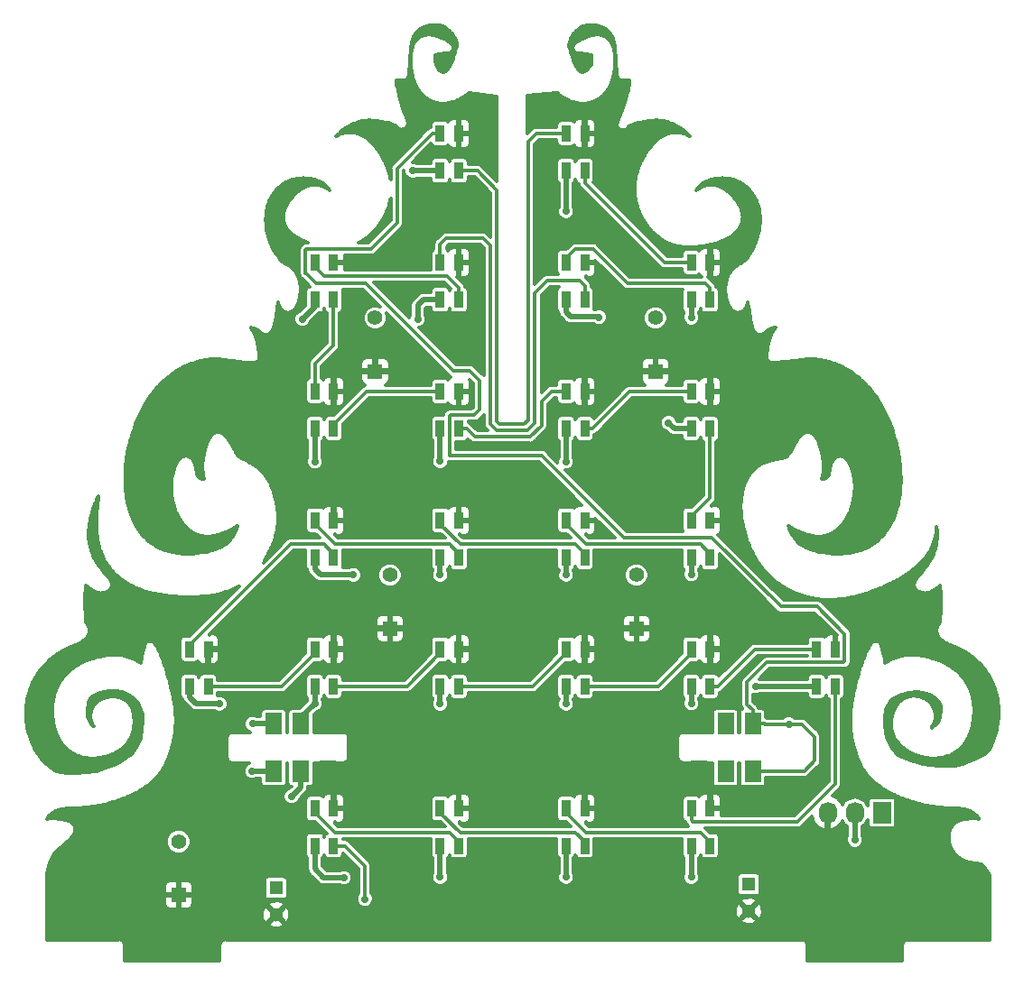
<source format=gbr>
G04 #@! TF.GenerationSoftware,KiCad,Pcbnew,(5.0.0)*
G04 #@! TF.CreationDate,2018-10-19T16:20:16+03:00*
G04 #@! TF.ProjectId,side_1,736964655F312E6B696361645F706362,rev?*
G04 #@! TF.SameCoordinates,Original*
G04 #@! TF.FileFunction,Copper,L2,Bot,Signal*
G04 #@! TF.FilePolarity,Positive*
%FSLAX46Y46*%
G04 Gerber Fmt 4.6, Leading zero omitted, Abs format (unit mm)*
G04 Created by KiCad (PCBNEW (5.0.0)) date 10/19/18 16:20:16*
%MOMM*%
%LPD*%
G01*
G04 APERTURE LIST*
G04 #@! TA.AperFunction,ComponentPad*
%ADD10C,1.400000*%
G04 #@! TD*
G04 #@! TA.AperFunction,ComponentPad*
%ADD11R,1.400000X1.400000*%
G04 #@! TD*
G04 #@! TA.AperFunction,SMDPad,CuDef*
%ADD12R,1.600000X2.000000*%
G04 #@! TD*
G04 #@! TA.AperFunction,SMDPad,CuDef*
%ADD13R,0.850000X1.600000*%
G04 #@! TD*
G04 #@! TA.AperFunction,ComponentPad*
%ADD14R,1.727200X2.032000*%
G04 #@! TD*
G04 #@! TA.AperFunction,ComponentPad*
%ADD15O,1.727200X2.032000*%
G04 #@! TD*
G04 #@! TA.AperFunction,ComponentPad*
%ADD16R,1.300000X1.300000*%
G04 #@! TD*
G04 #@! TA.AperFunction,ComponentPad*
%ADD17C,1.300000*%
G04 #@! TD*
G04 #@! TA.AperFunction,ViaPad*
%ADD18C,0.700000*%
G04 #@! TD*
G04 #@! TA.AperFunction,Conductor*
%ADD19C,0.500000*%
G04 #@! TD*
G04 #@! TA.AperFunction,Conductor*
%ADD20C,0.300000*%
G04 #@! TD*
G04 APERTURE END LIST*
D10*
G04 #@! TO.P,REF\002A\002A,2*
G04 #@! TO.N,VDD*
X127127000Y-75264000D03*
D11*
G04 #@! TO.P,REF\002A\002A,1*
G04 #@! TO.N,GND*
X127127000Y-80264000D03*
G04 #@! TD*
G04 #@! TO.P,REF\002A\002A,1*
G04 #@! TO.N,GND*
X153416000Y-80264000D03*
D10*
G04 #@! TO.P,REF\002A\002A,2*
G04 #@! TO.N,VDD*
X153416000Y-75264000D03*
G04 #@! TD*
G04 #@! TO.P,REF\002A\002A,2*
G04 #@! TO.N,VDD*
X108712000Y-124413000D03*
D11*
G04 #@! TO.P,REF\002A\002A,1*
G04 #@! TO.N,GND*
X108712000Y-129413000D03*
G04 #@! TD*
G04 #@! TO.P,REF\002A\002A,1*
G04 #@! TO.N,GND*
X128524000Y-104394000D03*
D10*
G04 #@! TO.P,REF\002A\002A,2*
G04 #@! TO.N,VDD*
X128524000Y-99394000D03*
G04 #@! TD*
D12*
G04 #@! TO.P,P1,3*
G04 #@! TO.N,Net-(HL40-Pad1)*
X162530000Y-117800000D03*
G04 #@! TO.P,P1,VDD*
G04 #@! TO.N,N/C*
X159990000Y-117800000D03*
G04 #@! TO.P,P1,1*
G04 #@! TO.N,GND*
X157450000Y-117800000D03*
G04 #@! TD*
G04 #@! TO.P,P1,1*
G04 #@! TO.N,GND*
X157450000Y-113350000D03*
G04 #@! TO.P,P1,VDD*
G04 #@! TO.N,N/C*
X159990000Y-113350000D03*
G04 #@! TO.P,P1,3*
G04 #@! TO.N,Net-(HL40-Pad1)*
X162530000Y-113350000D03*
G04 #@! TD*
G04 #@! TO.P,P1,3*
G04 #@! TO.N,N/C*
X117620000Y-113350000D03*
G04 #@! TO.P,P1,*
G04 #@! TO.N,VDD*
X120160000Y-113350000D03*
G04 #@! TO.P,P1,1*
G04 #@! TO.N,GND*
X122700000Y-113350000D03*
G04 #@! TD*
G04 #@! TO.P,P1,1*
G04 #@! TO.N,GND*
X122700000Y-117800000D03*
G04 #@! TO.P,P1,*
G04 #@! TO.N,VDD*
X120160000Y-117800000D03*
G04 #@! TO.P,P1,3*
G04 #@! TO.N,N/C*
X117620000Y-117800000D03*
G04 #@! TD*
D13*
G04 #@! TO.P,HL2,1*
G04 #@! TO.N,Net-(HL2-Pad1)*
X168525000Y-106350000D03*
G04 #@! TO.P,HL2,2*
G04 #@! TO.N,GND*
X170275000Y-106350000D03*
G04 #@! TO.P,HL2,4*
G04 #@! TO.N,VDD*
X168525000Y-109850000D03*
G04 #@! TO.P,HL2,3*
G04 #@! TO.N,Net-(HL2-Pad3)*
X170275000Y-109850000D03*
G04 #@! TD*
G04 #@! TO.P,HL4,3*
G04 #@! TO.N,Net-(HL2-Pad1)*
X158525000Y-109850000D03*
G04 #@! TO.P,HL4,4*
G04 #@! TO.N,VDD*
X156775000Y-109850000D03*
G04 #@! TO.P,HL4,2*
G04 #@! TO.N,GND*
X158525000Y-106350000D03*
G04 #@! TO.P,HL4,1*
G04 #@! TO.N,Net-(HL4-Pad1)*
X156775000Y-106350000D03*
G04 #@! TD*
G04 #@! TO.P,HL6,1*
G04 #@! TO.N,Net-(HL6-Pad1)*
X145025000Y-106350000D03*
G04 #@! TO.P,HL6,2*
G04 #@! TO.N,GND*
X146775000Y-106350000D03*
G04 #@! TO.P,HL6,4*
G04 #@! TO.N,VDD*
X145025000Y-109850000D03*
G04 #@! TO.P,HL6,3*
G04 #@! TO.N,Net-(HL4-Pad1)*
X146775000Y-109850000D03*
G04 #@! TD*
G04 #@! TO.P,HL8,3*
G04 #@! TO.N,Net-(HL6-Pad1)*
X134975000Y-109850000D03*
G04 #@! TO.P,HL8,4*
G04 #@! TO.N,VDD*
X133225000Y-109850000D03*
G04 #@! TO.P,HL8,2*
G04 #@! TO.N,GND*
X134975000Y-106350000D03*
G04 #@! TO.P,HL8,1*
G04 #@! TO.N,Net-(HL10-Pad3)*
X133225000Y-106350000D03*
G04 #@! TD*
G04 #@! TO.P,HL10,1*
G04 #@! TO.N,Net-(HL10-Pad1)*
X121475000Y-106350000D03*
G04 #@! TO.P,HL10,2*
G04 #@! TO.N,GND*
X123225000Y-106350000D03*
G04 #@! TO.P,HL10,4*
G04 #@! TO.N,VDD*
X121475000Y-109850000D03*
G04 #@! TO.P,HL10,3*
G04 #@! TO.N,Net-(HL10-Pad3)*
X123225000Y-109850000D03*
G04 #@! TD*
G04 #@! TO.P,HL12,3*
G04 #@! TO.N,Net-(HL10-Pad1)*
X111475000Y-109850000D03*
G04 #@! TO.P,HL12,4*
G04 #@! TO.N,VDD*
X109725000Y-109850000D03*
G04 #@! TO.P,HL12,2*
G04 #@! TO.N,GND*
X111475000Y-106350000D03*
G04 #@! TO.P,HL12,1*
G04 #@! TO.N,Net-(HL12-Pad1)*
X109725000Y-106350000D03*
G04 #@! TD*
G04 #@! TO.P,HL14,1*
G04 #@! TO.N,Net-(HL14-Pad1)*
X121475000Y-94250000D03*
G04 #@! TO.P,HL14,2*
G04 #@! TO.N,GND*
X123225000Y-94250000D03*
G04 #@! TO.P,HL14,4*
G04 #@! TO.N,VDD*
X121475000Y-97750000D03*
G04 #@! TO.P,HL14,3*
G04 #@! TO.N,Net-(HL12-Pad1)*
X123225000Y-97750000D03*
G04 #@! TD*
G04 #@! TO.P,HL16,3*
G04 #@! TO.N,Net-(HL14-Pad1)*
X134975000Y-97750000D03*
G04 #@! TO.P,HL16,4*
G04 #@! TO.N,VDD*
X133225000Y-97750000D03*
G04 #@! TO.P,HL16,2*
G04 #@! TO.N,GND*
X134975000Y-94250000D03*
G04 #@! TO.P,HL16,1*
G04 #@! TO.N,Net-(HL16-Pad1)*
X133225000Y-94250000D03*
G04 #@! TD*
G04 #@! TO.P,HL18,1*
G04 #@! TO.N,Net-(HL18-Pad1)*
X145025000Y-94250000D03*
G04 #@! TO.P,HL18,2*
G04 #@! TO.N,GND*
X146775000Y-94250000D03*
G04 #@! TO.P,HL18,4*
G04 #@! TO.N,VDD*
X145025000Y-97750000D03*
G04 #@! TO.P,HL18,3*
G04 #@! TO.N,Net-(HL16-Pad1)*
X146775000Y-97750000D03*
G04 #@! TD*
G04 #@! TO.P,HL20,3*
G04 #@! TO.N,Net-(HL18-Pad1)*
X158525000Y-97750000D03*
G04 #@! TO.P,HL20,4*
G04 #@! TO.N,VDD*
X156775000Y-97750000D03*
G04 #@! TO.P,HL20,2*
G04 #@! TO.N,GND*
X158525000Y-94250000D03*
G04 #@! TO.P,HL20,1*
G04 #@! TO.N,Net-(HL20-Pad1)*
X156775000Y-94250000D03*
G04 #@! TD*
G04 #@! TO.P,HL22,1*
G04 #@! TO.N,Net-(HL22-Pad1)*
X156775000Y-82150000D03*
G04 #@! TO.P,HL22,2*
G04 #@! TO.N,GND*
X158525000Y-82150000D03*
G04 #@! TO.P,HL22,4*
G04 #@! TO.N,VDD*
X156775000Y-85650000D03*
G04 #@! TO.P,HL22,3*
G04 #@! TO.N,Net-(HL20-Pad1)*
X158525000Y-85650000D03*
G04 #@! TD*
G04 #@! TO.P,HL24,3*
G04 #@! TO.N,Net-(HL22-Pad1)*
X146775000Y-85650000D03*
G04 #@! TO.P,HL24,4*
G04 #@! TO.N,VDD*
X145025000Y-85650000D03*
G04 #@! TO.P,HL24,2*
G04 #@! TO.N,GND*
X146775000Y-82150000D03*
G04 #@! TO.P,HL24,1*
G04 #@! TO.N,Net-(HL24-Pad1)*
X145025000Y-82150000D03*
G04 #@! TD*
G04 #@! TO.P,HL26,1*
G04 #@! TO.N,Net-(HL26-Pad1)*
X133225000Y-82150000D03*
G04 #@! TO.P,HL26,2*
G04 #@! TO.N,GND*
X134975000Y-82150000D03*
G04 #@! TO.P,HL26,4*
G04 #@! TO.N,VDD*
X133225000Y-85650000D03*
G04 #@! TO.P,HL26,3*
G04 #@! TO.N,Net-(HL24-Pad1)*
X134975000Y-85650000D03*
G04 #@! TD*
G04 #@! TO.P,HL28,3*
G04 #@! TO.N,Net-(HL26-Pad1)*
X123225000Y-85650000D03*
G04 #@! TO.P,HL28,4*
G04 #@! TO.N,VDD*
X121475000Y-85650000D03*
G04 #@! TO.P,HL28,2*
G04 #@! TO.N,GND*
X123225000Y-82150000D03*
G04 #@! TO.P,HL28,1*
G04 #@! TO.N,Net-(HL28-Pad1)*
X121475000Y-82150000D03*
G04 #@! TD*
G04 #@! TO.P,HL30,3*
G04 #@! TO.N,Net-(HL28-Pad1)*
X123225000Y-73550000D03*
G04 #@! TO.P,HL30,4*
G04 #@! TO.N,VDD*
X121475000Y-73550000D03*
G04 #@! TO.P,HL30,2*
G04 #@! TO.N,GND*
X123225000Y-70050000D03*
G04 #@! TO.P,HL30,1*
G04 #@! TO.N,Net-(HL30-Pad1)*
X121475000Y-70050000D03*
G04 #@! TD*
D14*
G04 #@! TO.P,XP1,1*
G04 #@! TO.N,VDD*
X174640000Y-121700000D03*
D15*
G04 #@! TO.P,XP1,2*
G04 #@! TO.N,LED_S*
X172100000Y-121700000D03*
G04 #@! TO.P,XP1,3*
G04 #@! TO.N,GND*
X169560000Y-121700000D03*
G04 #@! TD*
D13*
G04 #@! TO.P,HL32,3*
G04 #@! TO.N,Net-(HL30-Pad1)*
X134975000Y-73550000D03*
G04 #@! TO.P,HL32,4*
G04 #@! TO.N,VDD*
X133225000Y-73550000D03*
G04 #@! TO.P,HL32,2*
G04 #@! TO.N,GND*
X134975000Y-70050000D03*
G04 #@! TO.P,HL32,1*
G04 #@! TO.N,Net-(HL32-Pad1)*
X133225000Y-70050000D03*
G04 #@! TD*
G04 #@! TO.P,HL34,1*
G04 #@! TO.N,Net-(HL34-Pad1)*
X145025000Y-70050000D03*
G04 #@! TO.P,HL34,2*
G04 #@! TO.N,GND*
X146775000Y-70050000D03*
G04 #@! TO.P,HL34,4*
G04 #@! TO.N,VDD*
X145025000Y-73550000D03*
G04 #@! TO.P,HL34,3*
G04 #@! TO.N,Net-(HL32-Pad1)*
X146775000Y-73550000D03*
G04 #@! TD*
G04 #@! TO.P,HL36,3*
G04 #@! TO.N,Net-(HL34-Pad1)*
X158525000Y-73550000D03*
G04 #@! TO.P,HL36,4*
G04 #@! TO.N,VDD*
X156775000Y-73550000D03*
G04 #@! TO.P,HL36,2*
G04 #@! TO.N,GND*
X158525000Y-70050000D03*
G04 #@! TO.P,HL36,1*
G04 #@! TO.N,Net-(HL36-Pad1)*
X156775000Y-70050000D03*
G04 #@! TD*
G04 #@! TO.P,HL38,1*
G04 #@! TO.N,Net-(HL38-Pad1)*
X145025000Y-57950000D03*
G04 #@! TO.P,HL38,2*
G04 #@! TO.N,GND*
X146775000Y-57950000D03*
G04 #@! TO.P,HL38,4*
G04 #@! TO.N,VDD*
X145025000Y-61450000D03*
G04 #@! TO.P,HL38,3*
G04 #@! TO.N,Net-(HL36-Pad1)*
X146775000Y-61450000D03*
G04 #@! TD*
G04 #@! TO.P,HL40,3*
G04 #@! TO.N,Net-(HL38-Pad1)*
X134975000Y-61450000D03*
G04 #@! TO.P,HL40,4*
G04 #@! TO.N,VDD*
X133225000Y-61450000D03*
G04 #@! TO.P,HL40,2*
G04 #@! TO.N,GND*
X134975000Y-57950000D03*
G04 #@! TO.P,HL40,1*
G04 #@! TO.N,Net-(HL40-Pad1)*
X133225000Y-57950000D03*
G04 #@! TD*
G04 #@! TO.P,HL42,1*
G04 #@! TO.N,Net-(HL42-Pad1)*
X121475000Y-121300000D03*
G04 #@! TO.P,HL42,2*
G04 #@! TO.N,GND*
X123225000Y-121300000D03*
G04 #@! TO.P,HL42,4*
G04 #@! TO.N,VDD*
X121475000Y-124800000D03*
G04 #@! TO.P,HL42,3*
G04 #@! TO.N,LED_S*
X123225000Y-124800000D03*
G04 #@! TD*
G04 #@! TO.P,HL44,3*
G04 #@! TO.N,Net-(HL42-Pad1)*
X134975000Y-124800000D03*
G04 #@! TO.P,HL44,4*
G04 #@! TO.N,VDD*
X133225000Y-124800000D03*
G04 #@! TO.P,HL44,2*
G04 #@! TO.N,GND*
X134975000Y-121300000D03*
G04 #@! TO.P,HL44,1*
G04 #@! TO.N,Net-(HL44-Pad1)*
X133225000Y-121300000D03*
G04 #@! TD*
G04 #@! TO.P,HL46,1*
G04 #@! TO.N,Net-(HL46-Pad1)*
X145025000Y-121300000D03*
G04 #@! TO.P,HL46,2*
G04 #@! TO.N,GND*
X146775000Y-121300000D03*
G04 #@! TO.P,HL46,4*
G04 #@! TO.N,VDD*
X145025000Y-124800000D03*
G04 #@! TO.P,HL46,3*
G04 #@! TO.N,Net-(HL44-Pad1)*
X146775000Y-124800000D03*
G04 #@! TD*
G04 #@! TO.P,HL48,3*
G04 #@! TO.N,Net-(HL46-Pad1)*
X158525000Y-124800000D03*
G04 #@! TO.P,HL48,4*
G04 #@! TO.N,VDD*
X156775000Y-124800000D03*
G04 #@! TO.P,HL48,2*
G04 #@! TO.N,GND*
X158525000Y-121300000D03*
G04 #@! TO.P,HL48,1*
G04 #@! TO.N,Net-(HL2-Pad3)*
X156775000Y-121300000D03*
G04 #@! TD*
D16*
G04 #@! TO.P,C1,1*
G04 #@! TO.N,VDD*
X162153600Y-128422400D03*
D17*
G04 #@! TO.P,C1,2*
G04 #@! TO.N,GND*
X162153600Y-130922400D03*
G04 #@! TD*
G04 #@! TO.P,C2,2*
G04 #@! TO.N,GND*
X117843300Y-131265300D03*
D16*
G04 #@! TO.P,C2,1*
G04 #@! TO.N,VDD*
X117843300Y-128765300D03*
G04 #@! TD*
D10*
G04 #@! TO.P,REF\002A\002A,2*
G04 #@! TO.N,VDD*
X151638000Y-99394000D03*
D11*
G04 #@! TO.P,REF\002A\002A,1*
G04 #@! TO.N,GND*
X151638000Y-104394000D03*
G04 #@! TD*
D18*
G04 #@! TO.N,*
X115636000Y-113350000D03*
X115577500Y-117800000D03*
G04 #@! TO.N,GND*
X156743400Y-91186000D03*
X121348500Y-91859100D03*
X121894600Y-102044500D03*
X153860500Y-106286300D03*
X154127200Y-113106200D03*
X158775400Y-76542900D03*
X124853700Y-76860400D03*
X132321300Y-67818000D03*
X143611600Y-67894200D03*
X142976600Y-54914800D03*
X136906000Y-57848500D03*
X143497300Y-59550300D03*
X119037100Y-68618100D03*
X129286000Y-68846700D03*
X136486900Y-72047100D03*
X127304800Y-125793500D03*
X148729700Y-95567500D03*
X164528500Y-81102200D03*
X164528500Y-86588600D03*
X160197800Y-101104700D03*
X177457100Y-104419400D03*
X164465000Y-111556800D03*
X167386000Y-111099600D03*
X169354500Y-112077500D03*
X164655500Y-118897400D03*
X155130500Y-110070900D03*
X143357600Y-109956600D03*
X131660900Y-109956600D03*
X119862600Y-109931200D03*
X116217700Y-120700800D03*
X127546100Y-86563200D03*
X127304800Y-95288100D03*
X126238000Y-73812400D03*
X151726900Y-73634600D03*
X129540000Y-72809100D03*
X128206500Y-65824100D03*
X137007600Y-85344000D03*
G04 #@! TO.N,VDD*
X156775000Y-127755800D03*
X145025000Y-127745600D03*
X133225000Y-127747300D03*
X124180600Y-127800100D03*
X121475000Y-111442000D03*
X112534700Y-111480600D03*
X133225000Y-111469900D03*
X145025000Y-111476900D03*
X156775000Y-111461400D03*
X162796300Y-109850000D03*
X156775000Y-99345600D03*
X145025000Y-99386500D03*
X133225000Y-99379500D03*
X125082300Y-99377500D03*
X121475000Y-88734400D03*
X133225000Y-88698800D03*
X145025000Y-88731200D03*
X154635200Y-85102700D03*
X156775000Y-75228300D03*
X148120100Y-75196700D03*
X145025000Y-65261600D03*
X130637500Y-61450000D03*
X131127500Y-75361800D03*
X120307100Y-75374500D03*
X119291100Y-120168900D03*
G04 #@! TO.N,LED_S*
X172100000Y-124254500D03*
X126174500Y-129806700D03*
G04 #@! TO.N,Net-(HL40-Pad1)*
X165925500Y-113385600D03*
G04 #@! TD*
D19*
G04 #@! TO.N,*
X117620000Y-113350000D02*
X115636000Y-113350000D01*
X117620000Y-117800000D02*
X115577500Y-117800000D01*
G04 #@! TO.N,VDD*
X156775000Y-124800000D02*
X156775000Y-127755800D01*
X145025000Y-124800000D02*
X145025000Y-127745600D01*
X133225000Y-124800000D02*
X133225000Y-127747300D01*
X121475000Y-124800000D02*
X121475000Y-126974100D01*
X121475000Y-126974100D02*
X122288300Y-127787400D01*
X122288300Y-127787400D02*
X124167900Y-127787400D01*
X124167900Y-127787400D02*
X124180600Y-127800100D01*
X121475000Y-109850000D02*
X121475000Y-111442000D01*
X109725000Y-109850000D02*
X109725000Y-110855300D01*
X109725000Y-110855300D02*
X110337600Y-111467900D01*
X112522000Y-111467900D02*
X112534700Y-111480600D01*
X110337600Y-111467900D02*
X112522000Y-111467900D01*
X133225000Y-109850000D02*
X133225000Y-111469900D01*
X145025000Y-109850000D02*
X145025000Y-111476900D01*
X156775000Y-109850000D02*
X156775000Y-111461400D01*
X168525000Y-109850000D02*
X162796300Y-109850000D01*
X156775000Y-97750000D02*
X156775000Y-99345600D01*
X145025000Y-97750000D02*
X145025000Y-99386500D01*
X133225000Y-97750000D02*
X133225000Y-99379500D01*
X121475000Y-97750000D02*
X121475000Y-98843600D01*
X121475000Y-98843600D02*
X121996200Y-99364800D01*
X125069600Y-99364800D02*
X125082300Y-99377500D01*
X121996200Y-99364800D02*
X125069600Y-99364800D01*
X121475000Y-85650000D02*
X121475000Y-88734400D01*
X145025000Y-85650000D02*
X145025000Y-88731200D01*
X156775000Y-85650000D02*
X155182500Y-85650000D01*
X155182500Y-85650000D02*
X154635200Y-85102700D01*
X156775000Y-73550000D02*
X156775000Y-75228300D01*
X145025000Y-73550000D02*
X145025000Y-74717800D01*
X145025000Y-74717800D02*
X145453100Y-75145900D01*
X148069300Y-75145900D02*
X148120100Y-75196700D01*
X145453100Y-75145900D02*
X148069300Y-75145900D01*
X145025000Y-61450000D02*
X145025000Y-65261600D01*
X133225000Y-61450000D02*
X130637500Y-61450000D01*
X133225000Y-73550000D02*
X131656600Y-73550000D01*
X131656600Y-73550000D02*
X131127500Y-74079100D01*
X131127500Y-74079100D02*
X131127500Y-75361800D01*
X121475000Y-73550000D02*
X121475000Y-74193900D01*
X120307100Y-75361800D02*
X120307100Y-75374500D01*
X121475000Y-74193900D02*
X120307100Y-75361800D01*
X120160000Y-112757000D02*
X121475000Y-111442000D01*
X120160000Y-113350000D02*
X120160000Y-112757000D01*
X120160000Y-117800000D02*
X120160000Y-119336600D01*
X120160000Y-119336600D02*
X119327700Y-120168900D01*
X119327700Y-120168900D02*
X119291100Y-120168900D01*
X133225000Y-85650000D02*
X133225000Y-88698800D01*
G04 #@! TO.N,LED_S*
X172100000Y-121700000D02*
X172100000Y-124254500D01*
D20*
X123225000Y-124800000D02*
X124253900Y-124800000D01*
X124253900Y-124800000D02*
X126174500Y-126720600D01*
X126174500Y-126720600D02*
X126174500Y-129806700D01*
G04 #@! TO.N,Net-(HL2-Pad1)*
X167800000Y-106350000D02*
X168525000Y-106350000D01*
X162750000Y-106350000D02*
X167800000Y-106350000D01*
X159250000Y-109850000D02*
X162750000Y-106350000D01*
X158525000Y-109850000D02*
X159250000Y-109850000D01*
G04 #@! TO.N,Net-(HL4-Pad1)*
X156775000Y-106725000D02*
X156775000Y-106350000D01*
X153650000Y-109850000D02*
X156775000Y-106725000D01*
X146775000Y-109850000D02*
X153650000Y-109850000D01*
G04 #@! TO.N,Net-(HL6-Pad1)*
X145025000Y-106725000D02*
X145025000Y-106350000D01*
X141900000Y-109850000D02*
X145025000Y-106725000D01*
X134975000Y-109850000D02*
X141900000Y-109850000D01*
G04 #@! TO.N,Net-(HL10-Pad3)*
X133225000Y-106725000D02*
X133225000Y-106350000D01*
X130100000Y-109850000D02*
X133225000Y-106725000D01*
X123225000Y-109850000D02*
X130100000Y-109850000D01*
G04 #@! TO.N,Net-(HL10-Pad1)*
X121475000Y-106725000D02*
X121475000Y-106350000D01*
X118350000Y-109850000D02*
X121475000Y-106725000D01*
X111475000Y-109850000D02*
X118350000Y-109850000D01*
G04 #@! TO.N,Net-(HL12-Pad1)*
X109725000Y-105975000D02*
X109725000Y-106350000D01*
X119200001Y-96499999D02*
X109725000Y-105975000D01*
X122349999Y-96499999D02*
X119200001Y-96499999D01*
X123225000Y-97375000D02*
X122349999Y-96499999D01*
X123225000Y-97750000D02*
X123225000Y-97375000D01*
G04 #@! TO.N,Net-(HL14-Pad1)*
X134975000Y-97375000D02*
X134975000Y-97750000D01*
X134099999Y-96499999D02*
X134975000Y-97375000D01*
X123349999Y-96499999D02*
X134099999Y-96499999D01*
X121475000Y-94625000D02*
X123349999Y-96499999D01*
X121475000Y-94250000D02*
X121475000Y-94625000D01*
G04 #@! TO.N,Net-(HL16-Pad1)*
X146775000Y-97375000D02*
X146775000Y-97750000D01*
X145899999Y-96499999D02*
X146775000Y-97375000D01*
X135099999Y-96499999D02*
X145899999Y-96499999D01*
X133225000Y-94625000D02*
X135099999Y-96499999D01*
X133225000Y-94250000D02*
X133225000Y-94625000D01*
G04 #@! TO.N,Net-(HL18-Pad1)*
X158525000Y-97375000D02*
X158525000Y-97750000D01*
X157649999Y-96499999D02*
X158525000Y-97375000D01*
X146899999Y-96499999D02*
X157649999Y-96499999D01*
X145025000Y-94625000D02*
X146899999Y-96499999D01*
X145025000Y-94250000D02*
X145025000Y-94625000D01*
G04 #@! TO.N,Net-(HL20-Pad1)*
X158525000Y-86750000D02*
X158525000Y-85650000D01*
X158525000Y-92125000D02*
X158525000Y-86750000D01*
X156775000Y-93875000D02*
X158525000Y-92125000D01*
X156775000Y-94250000D02*
X156775000Y-93875000D01*
G04 #@! TO.N,Net-(HL22-Pad1)*
X156050000Y-82150000D02*
X156775000Y-82150000D01*
X151000000Y-82150000D02*
X156050000Y-82150000D01*
X147500000Y-85650000D02*
X151000000Y-82150000D01*
X146775000Y-85650000D02*
X147500000Y-85650000D01*
G04 #@! TO.N,Net-(HL24-Pad1)*
X141650333Y-86426609D02*
X142713010Y-85363932D01*
X136476610Y-86426610D02*
X141650333Y-86426609D01*
X134975000Y-85650000D02*
X135700000Y-85650000D01*
X135700000Y-85650000D02*
X136476610Y-86426610D01*
X142713010Y-85363932D02*
X142713010Y-83131090D01*
X143694100Y-82150000D02*
X145025000Y-82150000D01*
X142713010Y-83131090D02*
X143694100Y-82150000D01*
G04 #@! TO.N,Net-(HL26-Pad1)*
X123225000Y-85275000D02*
X123225000Y-85650000D01*
X126350000Y-82150000D02*
X123225000Y-85275000D01*
X133225000Y-82150000D02*
X126350000Y-82150000D01*
G04 #@! TO.N,Net-(HL28-Pad1)*
X123225000Y-73550000D02*
X123225000Y-77816000D01*
X121475000Y-79566000D02*
X121475000Y-82150000D01*
X123225000Y-77816000D02*
X121475000Y-79566000D01*
G04 #@! TO.N,Net-(HL30-Pad1)*
X134975000Y-72450000D02*
X134975000Y-73550000D01*
X133860900Y-71335900D02*
X134975000Y-72450000D01*
X122364500Y-71335900D02*
X133860900Y-71335900D01*
X121475000Y-70050000D02*
X121475000Y-70446400D01*
X121475000Y-70446400D02*
X122364500Y-71335900D01*
G04 #@! TO.N,Net-(HL32-Pad1)*
X133225000Y-70050000D02*
X133225000Y-68349400D01*
X133225000Y-68349400D02*
X133794500Y-67779900D01*
X133794500Y-67779900D02*
X137210800Y-67779900D01*
X137210800Y-67779900D02*
X137909300Y-68478400D01*
X137909300Y-68478400D02*
X137909300Y-85178900D01*
X137909300Y-85178900D02*
X138557000Y-85826600D01*
X138557000Y-85826600D02*
X141401800Y-85826600D01*
X141401800Y-85826600D02*
X142113000Y-85115400D01*
X142113000Y-85115400D02*
X142113000Y-72898000D01*
X142113000Y-72898000D02*
X143230600Y-71780400D01*
X143230600Y-71780400D02*
X146304000Y-71780400D01*
X146775000Y-72251400D02*
X146775000Y-73550000D01*
X146304000Y-71780400D02*
X146775000Y-72251400D01*
G04 #@! TO.N,Net-(HL34-Pad1)*
X158525000Y-72450000D02*
X158071300Y-71996300D01*
X158525000Y-73550000D02*
X158525000Y-72450000D01*
X145025000Y-69675000D02*
X145025000Y-70050000D01*
X145900001Y-68799999D02*
X145025000Y-69675000D01*
X147560001Y-68799999D02*
X145900001Y-68799999D01*
X150756302Y-71996300D02*
X147560001Y-68799999D01*
X158071300Y-71996300D02*
X150756302Y-71996300D01*
G04 #@! TO.N,Net-(HL36-Pad1)*
X146775000Y-61450000D02*
X146775000Y-62574000D01*
X154251000Y-70050000D02*
X156775000Y-70050000D01*
X146775000Y-62574000D02*
X154251000Y-70050000D01*
G04 #@! TO.N,Net-(HL38-Pad1)*
X134975000Y-61450000D02*
X136722900Y-61450000D01*
X136722900Y-61450000D02*
X138531600Y-63258700D01*
X138531600Y-63258700D02*
X138531600Y-84924900D01*
X138531600Y-84924900D02*
X138811000Y-85204300D01*
X138811000Y-85204300D02*
X141097000Y-85204300D01*
X141097000Y-85204300D02*
X141452600Y-84848700D01*
X141452600Y-84848700D02*
X141452600Y-58737500D01*
X142240100Y-57950000D02*
X145025000Y-57950000D01*
X141452600Y-58737500D02*
X142240100Y-57950000D01*
G04 #@! TO.N,Net-(HL40-Pad1)*
X163630000Y-113350000D02*
X163665600Y-113385600D01*
X162530000Y-113350000D02*
X163630000Y-113350000D01*
X163665600Y-113385600D02*
X165925500Y-113385600D01*
X167132000Y-113385600D02*
X168338500Y-114592100D01*
X168338500Y-114592100D02*
X168338500Y-116827300D01*
X167365800Y-117800000D02*
X162530000Y-117800000D01*
X168338500Y-116827300D02*
X167365800Y-117800000D01*
X132500000Y-57950000D02*
X133225000Y-57950000D01*
X129171700Y-66368808D02*
X129171700Y-61278300D01*
X126740509Y-68799999D02*
X129171700Y-66368808D01*
X120689999Y-68799999D02*
X126740509Y-68799999D01*
X120599999Y-68889999D02*
X120689999Y-68799999D01*
X120599999Y-71094600D02*
X120599999Y-68889999D01*
X120624600Y-71094600D02*
X120599999Y-71094600D01*
X121564400Y-72034400D02*
X120624600Y-71094600D01*
X126263400Y-72034400D02*
X121564400Y-72034400D01*
X134454900Y-80225900D02*
X126263400Y-72034400D01*
X136017000Y-80225900D02*
X134454900Y-80225900D01*
X136931400Y-81140300D02*
X136017000Y-80225900D01*
X136931400Y-83896200D02*
X136931400Y-81140300D01*
X136427601Y-84399999D02*
X136931400Y-83896200D01*
X163862297Y-107600001D02*
X171060001Y-107600001D01*
X161996299Y-109465999D02*
X163862297Y-107600001D01*
X129171700Y-61278300D02*
X132500000Y-57950000D01*
X161996299Y-111516299D02*
X161996299Y-109465999D01*
X168596698Y-102353498D02*
X165163500Y-102353498D01*
X171060001Y-107600001D02*
X171150001Y-107510001D01*
X162530000Y-112050000D02*
X161996299Y-111516299D01*
X171150001Y-104906801D02*
X168596698Y-102353498D01*
X162530000Y-113350000D02*
X162530000Y-112050000D01*
X165163500Y-102353498D02*
X158709992Y-95899990D01*
X171150001Y-107510001D02*
X171150001Y-104906801D01*
X158709992Y-95899990D02*
X150459992Y-95899990D01*
X150459992Y-95899990D02*
X142736802Y-88176800D01*
X134100000Y-84489998D02*
X134189999Y-84399999D01*
X142736802Y-88176800D02*
X134100000Y-88176800D01*
X134100000Y-88176800D02*
X134100000Y-84489998D01*
X134189999Y-84399999D02*
X136427601Y-84399999D01*
X165925500Y-113385600D02*
X167132000Y-113385600D01*
G04 #@! TO.N,Net-(HL2-Pad3)*
X170275000Y-110950000D02*
X170275000Y-109850000D01*
X170275000Y-118974875D02*
X170275000Y-110950000D01*
X166699874Y-122550001D02*
X170275000Y-118974875D01*
X156925001Y-122550001D02*
X166699874Y-122550001D01*
X156775000Y-122400000D02*
X156925001Y-122550001D01*
X156775000Y-121300000D02*
X156775000Y-122400000D01*
G04 #@! TO.N,Net-(HL42-Pad1)*
X134975000Y-124425000D02*
X134975000Y-124800000D01*
X134099999Y-123549999D02*
X134975000Y-124425000D01*
X123349999Y-123549999D02*
X134099999Y-123549999D01*
X121475000Y-121675000D02*
X123349999Y-123549999D01*
X121475000Y-121300000D02*
X121475000Y-121675000D01*
G04 #@! TO.N,Net-(HL44-Pad1)*
X146775000Y-124425000D02*
X146775000Y-124800000D01*
X145899999Y-123549999D02*
X146775000Y-124425000D01*
X135099999Y-123549999D02*
X145899999Y-123549999D01*
X133225000Y-121675000D02*
X135099999Y-123549999D01*
X133225000Y-121300000D02*
X133225000Y-121675000D01*
G04 #@! TO.N,Net-(HL46-Pad1)*
X158525000Y-124425000D02*
X158525000Y-124800000D01*
X157649999Y-123549999D02*
X158525000Y-124425000D01*
X146899999Y-123549999D02*
X157649999Y-123549999D01*
X145025000Y-121675000D02*
X146899999Y-123549999D01*
X145025000Y-121300000D02*
X145025000Y-121675000D01*
G04 #@! TD*
G04 #@! TO.N,GND*
G36*
X147465025Y-47752039D02*
X147569094Y-47757154D01*
X147808355Y-47789439D01*
X147921677Y-47812104D01*
X148041461Y-47842955D01*
X148171650Y-47883161D01*
X148296425Y-47926000D01*
X148456228Y-47992123D01*
X148608320Y-48068168D01*
X148737741Y-48148206D01*
X148870425Y-48246357D01*
X148922293Y-48289071D01*
X148971704Y-48335393D01*
X149078809Y-48446008D01*
X149176981Y-48570953D01*
X149218803Y-48628860D01*
X149255455Y-48686895D01*
X149337716Y-48834959D01*
X149403575Y-48978809D01*
X149463550Y-49147840D01*
X149513576Y-49320145D01*
X149554409Y-49511314D01*
X149583202Y-49712863D01*
X149599900Y-49887433D01*
X149599486Y-49891141D01*
X149815312Y-52417575D01*
X149813063Y-52521454D01*
X149852498Y-52622810D01*
X149870058Y-52683518D01*
X149881866Y-52698292D01*
X149892400Y-52725367D01*
X149959536Y-52795474D01*
X150006663Y-52854440D01*
X150026448Y-52865347D01*
X150043733Y-52883397D01*
X150120169Y-52917014D01*
X150198278Y-52960074D01*
X150224807Y-52963034D01*
X150244022Y-52971485D01*
X150314141Y-52973003D01*
X150415731Y-52984339D01*
X150511138Y-52956742D01*
X150638175Y-52934320D01*
X150685147Y-52928060D01*
X150750166Y-52921555D01*
X150871996Y-52916410D01*
X150959470Y-52919425D01*
X150977081Y-52921458D01*
X151000156Y-52925922D01*
X151002118Y-52926519D01*
X150996471Y-53074731D01*
X150972466Y-53266785D01*
X150941231Y-53436624D01*
X150912582Y-53571678D01*
X150840573Y-53891490D01*
X150729698Y-54315803D01*
X150611666Y-54738567D01*
X150448935Y-55274503D01*
X150316231Y-55709519D01*
X149856205Y-56865291D01*
X149820964Y-56927235D01*
X149809352Y-57019981D01*
X149792391Y-57111908D01*
X149795827Y-57128009D01*
X149793782Y-57144343D01*
X149818547Y-57234475D01*
X149838056Y-57325894D01*
X149847391Y-57339453D01*
X149851753Y-57355328D01*
X149909126Y-57429123D01*
X149962133Y-57506116D01*
X149975947Y-57515071D01*
X149986051Y-57528067D01*
X150067298Y-57574290D01*
X150145733Y-57625136D01*
X150161921Y-57628123D01*
X150176231Y-57636264D01*
X150268980Y-57647876D01*
X150360904Y-57664837D01*
X150377005Y-57661401D01*
X150393339Y-57663446D01*
X150483471Y-57638681D01*
X150574890Y-57619172D01*
X150588449Y-57609837D01*
X150604324Y-57605475D01*
X150678116Y-57548104D01*
X150755112Y-57495095D01*
X150793881Y-57435290D01*
X150891537Y-57322498D01*
X150901279Y-57314199D01*
X150943643Y-57284673D01*
X150999091Y-57249822D01*
X151067609Y-57211576D01*
X151134357Y-57179796D01*
X151300667Y-57109867D01*
X151520481Y-57034670D01*
X151748502Y-56971218D01*
X152037326Y-56903618D01*
X152333699Y-56847265D01*
X152529914Y-56813869D01*
X152684153Y-56790946D01*
X153040009Y-56742222D01*
X153223481Y-56724469D01*
X153395339Y-56715126D01*
X153567823Y-56718957D01*
X153745167Y-56726842D01*
X153912080Y-56743911D01*
X154081386Y-56769211D01*
X154241636Y-56799740D01*
X154404267Y-56840398D01*
X154564189Y-56885805D01*
X154726049Y-56939102D01*
X154878771Y-56995162D01*
X155027987Y-57059114D01*
X155177825Y-57129038D01*
X155322120Y-57202172D01*
X155466661Y-57282473D01*
X155602593Y-57362091D01*
X155869639Y-57540118D01*
X156128028Y-57731370D01*
X156236398Y-57820390D01*
X156351345Y-57919481D01*
X156571790Y-58125633D01*
X156652650Y-58209046D01*
X156627420Y-58194929D01*
X156619231Y-58188457D01*
X156580212Y-58168515D01*
X156541980Y-58147123D01*
X156532054Y-58143902D01*
X156510774Y-58133026D01*
X156500457Y-58125614D01*
X156462615Y-58108413D01*
X156425612Y-58089501D01*
X156413393Y-58086038D01*
X156392320Y-58076460D01*
X156379802Y-58068448D01*
X156343102Y-58054087D01*
X156307224Y-58037779D01*
X156292753Y-58034386D01*
X156162326Y-57983351D01*
X156145300Y-57974066D01*
X156112001Y-57963659D01*
X156079501Y-57950942D01*
X156060403Y-57947533D01*
X156032025Y-57938664D01*
X156022479Y-57933925D01*
X155980403Y-57922531D01*
X155938792Y-57909526D01*
X155928194Y-57908392D01*
X155903388Y-57901675D01*
X155888334Y-57895279D01*
X155851207Y-57887544D01*
X155814601Y-57877631D01*
X155798282Y-57876518D01*
X155772555Y-57871158D01*
X155760420Y-57866659D01*
X155719633Y-57860132D01*
X155679169Y-57851702D01*
X155666220Y-57851585D01*
X155631432Y-57846018D01*
X155610014Y-57839984D01*
X155578067Y-57837478D01*
X155546425Y-57832415D01*
X155524190Y-57833253D01*
X155484795Y-57830163D01*
X155468819Y-57826665D01*
X155430897Y-57825936D01*
X155393090Y-57822971D01*
X155376852Y-57824897D01*
X155341446Y-57824217D01*
X155325884Y-57821727D01*
X155287399Y-57823178D01*
X155248888Y-57822438D01*
X155233373Y-57825215D01*
X155191113Y-57826809D01*
X155169823Y-57825071D01*
X155137121Y-57828845D01*
X155104206Y-57830086D01*
X155083416Y-57835042D01*
X155046082Y-57839351D01*
X155033763Y-57838895D01*
X154992337Y-57845553D01*
X154950692Y-57850359D01*
X154938967Y-57854131D01*
X154888070Y-57862311D01*
X154862026Y-57863806D01*
X154834718Y-57870886D01*
X154806863Y-57875363D01*
X154782408Y-57884448D01*
X154728677Y-57898379D01*
X154709987Y-57900735D01*
X154676362Y-57911943D01*
X154642045Y-57920840D01*
X154625080Y-57929036D01*
X154575866Y-57945440D01*
X154564122Y-57947436D01*
X154524581Y-57962533D01*
X154484392Y-57975929D01*
X154474035Y-57981833D01*
X154420732Y-58002185D01*
X154394340Y-58009413D01*
X154370240Y-58021463D01*
X154345075Y-58031072D01*
X154321913Y-58045628D01*
X154256300Y-58078436D01*
X154241724Y-58083312D01*
X154207933Y-58102621D01*
X154173139Y-58120019D01*
X154161002Y-58129439D01*
X154111447Y-58157756D01*
X154101593Y-58161474D01*
X154064465Y-58184603D01*
X154026518Y-58206287D01*
X154018576Y-58213190D01*
X153953343Y-58253827D01*
X153935829Y-58261867D01*
X153907462Y-58282408D01*
X153877741Y-58300923D01*
X153863688Y-58314106D01*
X153797372Y-58362127D01*
X153782747Y-58369933D01*
X153753602Y-58393822D01*
X153723059Y-58415939D01*
X153711779Y-58428102D01*
X153643085Y-58484408D01*
X153634842Y-58489179D01*
X153601257Y-58518693D01*
X153566664Y-58547048D01*
X153560615Y-58554410D01*
X153478205Y-58626831D01*
X153463370Y-58636744D01*
X153437598Y-58662517D01*
X153410224Y-58686573D01*
X153399378Y-58700738D01*
X153332046Y-58768072D01*
X153323088Y-58774590D01*
X153293791Y-58806328D01*
X153263269Y-58836851D01*
X153257118Y-58846057D01*
X153186153Y-58922935D01*
X153178788Y-58928683D01*
X153149477Y-58962667D01*
X153119010Y-58995672D01*
X153114130Y-59003648D01*
X153019704Y-59113126D01*
X153009465Y-59121954D01*
X152984371Y-59154092D01*
X152957766Y-59184938D01*
X152951109Y-59196690D01*
X152882241Y-59284890D01*
X152878593Y-59288149D01*
X152848959Y-59327514D01*
X152818582Y-59366418D01*
X152816378Y-59370795D01*
X152723756Y-59493831D01*
X152713477Y-59504029D01*
X152691244Y-59537019D01*
X152667309Y-59568814D01*
X152661023Y-59581863D01*
X152575087Y-59709379D01*
X152571096Y-59713505D01*
X152544848Y-59754248D01*
X152517748Y-59794460D01*
X152515529Y-59799757D01*
X152420676Y-59946991D01*
X152415772Y-59952335D01*
X152391381Y-59992464D01*
X152365932Y-60031966D01*
X152363268Y-60038716D01*
X152343666Y-60070965D01*
X152337726Y-60077881D01*
X152315578Y-60117175D01*
X152292132Y-60155749D01*
X152289006Y-60164319D01*
X152266676Y-60203936D01*
X152261988Y-60209700D01*
X152240118Y-60251054D01*
X152217130Y-60291839D01*
X152214813Y-60298904D01*
X152137460Y-60445173D01*
X152131718Y-60452749D01*
X152112176Y-60492983D01*
X152091256Y-60532540D01*
X152088536Y-60541652D01*
X152015623Y-60691765D01*
X152009246Y-60700923D01*
X151991991Y-60740417D01*
X151973163Y-60779181D01*
X151970340Y-60789976D01*
X151905407Y-60938601D01*
X151897650Y-60951109D01*
X151883761Y-60988147D01*
X151867925Y-61024394D01*
X151864777Y-61038771D01*
X151809933Y-61185024D01*
X151805997Y-61191790D01*
X151790936Y-61235683D01*
X151774640Y-61279140D01*
X151773375Y-61286860D01*
X151725697Y-61425809D01*
X151719978Y-61436729D01*
X151708146Y-61476956D01*
X151694535Y-61516623D01*
X151692886Y-61528841D01*
X151685665Y-61553389D01*
X151682828Y-61559125D01*
X151670393Y-61605314D01*
X151656899Y-61651191D01*
X151656326Y-61657563D01*
X151651035Y-61677214D01*
X151648900Y-61681734D01*
X151636966Y-61729473D01*
X151624170Y-61777000D01*
X151623837Y-61781989D01*
X151591066Y-61913075D01*
X151585831Y-61925745D01*
X151577952Y-61965536D01*
X151568115Y-62004883D01*
X151567449Y-62018574D01*
X151539418Y-62160129D01*
X151534383Y-62174507D01*
X151528918Y-62213153D01*
X151521333Y-62251456D01*
X151521346Y-62266696D01*
X151502718Y-62398418D01*
X151500135Y-62406598D01*
X151495141Y-62451997D01*
X151488749Y-62497200D01*
X151489228Y-62505761D01*
X151474735Y-62637526D01*
X151471356Y-62650323D01*
X151468823Y-62691266D01*
X151464337Y-62732055D01*
X151465485Y-62745245D01*
X151457603Y-62872665D01*
X151455149Y-62883798D01*
X151454266Y-62926624D01*
X151451619Y-62969410D01*
X151453150Y-62980715D01*
X151450556Y-63106432D01*
X151448542Y-63117805D01*
X151449441Y-63160491D01*
X151448560Y-63203197D01*
X151450580Y-63214574D01*
X151453140Y-63336123D01*
X151451593Y-63347662D01*
X151454279Y-63390183D01*
X151455176Y-63432795D01*
X151457688Y-63444167D01*
X151465603Y-63569490D01*
X151464406Y-63584937D01*
X151469012Y-63623458D01*
X151471456Y-63662159D01*
X151475429Y-63677127D01*
X151489051Y-63791062D01*
X151488719Y-63796987D01*
X151495479Y-63844828D01*
X151501209Y-63892749D01*
X151503047Y-63898384D01*
X151518841Y-64010149D01*
X151518717Y-64022974D01*
X151526404Y-64063674D01*
X151532204Y-64104715D01*
X151536445Y-64116829D01*
X151557973Y-64230809D01*
X151558415Y-64243284D01*
X151568011Y-64283951D01*
X151575765Y-64325003D01*
X151580429Y-64336579D01*
X151606476Y-64446963D01*
X151607231Y-64457311D01*
X151618897Y-64499600D01*
X151628974Y-64542307D01*
X151633282Y-64551748D01*
X151662066Y-64656093D01*
X151663112Y-64665753D01*
X151676452Y-64708243D01*
X151688293Y-64751168D01*
X151692654Y-64759849D01*
X151724301Y-64860652D01*
X151725363Y-64868405D01*
X151740505Y-64912262D01*
X151754408Y-64956547D01*
X151758165Y-64963415D01*
X151792989Y-65064282D01*
X151795563Y-65077941D01*
X151810635Y-65115394D01*
X151823810Y-65153554D01*
X151830821Y-65165554D01*
X151871417Y-65266430D01*
X151873923Y-65277303D01*
X151891614Y-65316616D01*
X151907701Y-65356591D01*
X151913803Y-65365927D01*
X151955245Y-65458019D01*
X151957007Y-65464864D01*
X151977451Y-65507367D01*
X151996802Y-65550369D01*
X152000904Y-65556124D01*
X152043573Y-65644832D01*
X152045954Y-65653027D01*
X152067020Y-65693578D01*
X152086835Y-65734773D01*
X152091965Y-65741596D01*
X152138316Y-65830820D01*
X152141977Y-65841712D01*
X152163247Y-65878810D01*
X152182964Y-65916765D01*
X152190150Y-65925734D01*
X152240728Y-66013951D01*
X152244463Y-66023807D01*
X152267639Y-66060889D01*
X152289375Y-66098800D01*
X152296297Y-66106741D01*
X152347214Y-66188210D01*
X152350702Y-66196576D01*
X152375885Y-66234082D01*
X152399829Y-66272393D01*
X152406041Y-66278995D01*
X152458171Y-66356636D01*
X152461982Y-66364988D01*
X152488325Y-66401545D01*
X152513446Y-66438960D01*
X152519953Y-66445438D01*
X152572676Y-66518605D01*
X152575573Y-66524572D01*
X152604303Y-66562495D01*
X152632133Y-66601117D01*
X152636989Y-66605641D01*
X152690236Y-66675927D01*
X152694636Y-66684257D01*
X152722896Y-66719038D01*
X152749967Y-66754772D01*
X152757014Y-66761029D01*
X152815102Y-66832521D01*
X152821009Y-66842644D01*
X152849212Y-66874503D01*
X152876032Y-66907512D01*
X152885051Y-66914988D01*
X152945479Y-66983250D01*
X152951252Y-66992315D01*
X152981329Y-67023747D01*
X153010167Y-67056323D01*
X153018724Y-67062826D01*
X153204571Y-67257044D01*
X153214032Y-67270146D01*
X153241943Y-67296099D01*
X153268299Y-67323642D01*
X153281538Y-67332916D01*
X153341601Y-67388766D01*
X153344622Y-67392793D01*
X153381229Y-67425613D01*
X153417253Y-67459110D01*
X153421540Y-67461754D01*
X153480739Y-67514829D01*
X153489215Y-67525068D01*
X153521002Y-67550928D01*
X153551509Y-67578279D01*
X153562946Y-67585050D01*
X153625710Y-67636111D01*
X153633006Y-67644248D01*
X153667658Y-67670237D01*
X153701272Y-67697583D01*
X153710936Y-67702695D01*
X153766797Y-67744591D01*
X153769371Y-67747384D01*
X153810124Y-67777086D01*
X153850433Y-67807318D01*
X153853855Y-67808959D01*
X153910350Y-67850135D01*
X153921662Y-67861088D01*
X153954025Y-67881967D01*
X153985171Y-67904667D01*
X153999470Y-67911285D01*
X154063677Y-67952707D01*
X154070353Y-67958764D01*
X154109137Y-67982035D01*
X154147142Y-68006554D01*
X154155524Y-68009869D01*
X154208433Y-68041616D01*
X154215184Y-68047358D01*
X154254814Y-68069446D01*
X154293731Y-68092797D01*
X154302077Y-68095788D01*
X154359916Y-68128024D01*
X154371219Y-68136678D01*
X154407143Y-68154346D01*
X154442114Y-68173837D01*
X154455663Y-68178209D01*
X154510228Y-68205045D01*
X154516239Y-68209397D01*
X154558791Y-68228929D01*
X154600791Y-68249585D01*
X154607959Y-68251498D01*
X154659798Y-68275292D01*
X154669974Y-68281998D01*
X154708945Y-68297851D01*
X154747182Y-68315402D01*
X154759037Y-68318228D01*
X154811534Y-68339583D01*
X154824644Y-68347227D01*
X154861612Y-68359954D01*
X154897831Y-68374687D01*
X154912734Y-68377553D01*
X154966735Y-68396143D01*
X154976189Y-68401177D01*
X155017866Y-68413746D01*
X155059042Y-68427921D01*
X155069659Y-68429365D01*
X155124458Y-68445891D01*
X155135504Y-68451160D01*
X155176218Y-68461501D01*
X155216458Y-68473636D01*
X155228646Y-68474816D01*
X155286864Y-68489603D01*
X155301391Y-68495547D01*
X155339257Y-68502910D01*
X155376654Y-68512408D01*
X155392331Y-68513230D01*
X155463185Y-68527007D01*
X155468315Y-68528988D01*
X155516264Y-68537328D01*
X155564125Y-68546634D01*
X155569634Y-68546610D01*
X155637398Y-68558396D01*
X155656438Y-68564216D01*
X155690649Y-68567658D01*
X155724523Y-68573550D01*
X155744425Y-68573069D01*
X156017914Y-68600588D01*
X156032826Y-68604256D01*
X156071706Y-68606001D01*
X156110429Y-68609897D01*
X156125714Y-68608424D01*
X156382493Y-68619947D01*
X156391537Y-68621854D01*
X156436537Y-68622372D01*
X156481492Y-68624389D01*
X156490629Y-68622994D01*
X156587664Y-68624110D01*
X156593977Y-68625290D01*
X156641785Y-68624733D01*
X156689576Y-68625283D01*
X156695887Y-68624103D01*
X156792669Y-68622976D01*
X156803896Y-68624601D01*
X156846751Y-68622346D01*
X156889657Y-68621846D01*
X156900755Y-68619504D01*
X157191844Y-68604185D01*
X157206513Y-68605518D01*
X157245834Y-68601344D01*
X157285323Y-68599266D01*
X157299600Y-68595637D01*
X157602579Y-68563476D01*
X157607343Y-68563826D01*
X157656409Y-68557762D01*
X157705563Y-68552544D01*
X157710123Y-68551123D01*
X157813445Y-68538353D01*
X157825629Y-68538711D01*
X157867111Y-68531720D01*
X157908868Y-68526559D01*
X157920443Y-68522732D01*
X158026028Y-68504937D01*
X158032650Y-68504974D01*
X158079399Y-68495943D01*
X158126332Y-68488033D01*
X158132520Y-68485680D01*
X158433985Y-68427441D01*
X158451194Y-68426464D01*
X158487065Y-68417187D01*
X158523439Y-68410160D01*
X158539397Y-68403653D01*
X158837990Y-68326430D01*
X158844967Y-68325857D01*
X158890399Y-68312876D01*
X158936107Y-68301055D01*
X158942407Y-68298016D01*
X159039457Y-68270287D01*
X159051403Y-68268781D01*
X159091463Y-68255428D01*
X159132054Y-68243830D01*
X159142761Y-68238329D01*
X159240207Y-68205846D01*
X159246256Y-68204948D01*
X159291535Y-68188737D01*
X159337184Y-68173521D01*
X159342499Y-68170491D01*
X159430823Y-68138870D01*
X159439050Y-68137393D01*
X159481764Y-68120632D01*
X159524954Y-68105169D01*
X159532121Y-68100871D01*
X159620313Y-68066264D01*
X159629987Y-68064169D01*
X159670657Y-68046509D01*
X159711949Y-68030306D01*
X159720284Y-68024960D01*
X159806171Y-67987666D01*
X159817728Y-67984636D01*
X159855775Y-67966127D01*
X159894587Y-67949274D01*
X159904408Y-67942468D01*
X159986988Y-67902295D01*
X159995881Y-67899642D01*
X160035619Y-67878637D01*
X160076061Y-67858963D01*
X160083457Y-67853350D01*
X160161576Y-67812058D01*
X160176251Y-67806764D01*
X160209371Y-67786794D01*
X160243567Y-67768719D01*
X160255673Y-67758877D01*
X160329502Y-67714362D01*
X160335483Y-67712047D01*
X160375856Y-67686413D01*
X160416791Y-67661732D01*
X160421530Y-67657414D01*
X160490069Y-67613898D01*
X160509491Y-67604584D01*
X160535713Y-67584918D01*
X160563360Y-67567364D01*
X160578930Y-67552505D01*
X160650658Y-67498709D01*
X160663537Y-67491670D01*
X160693886Y-67466288D01*
X160725575Y-67442521D01*
X160735384Y-67431581D01*
X160792618Y-67383713D01*
X160803799Y-67376898D01*
X160834102Y-67349018D01*
X160865683Y-67322606D01*
X160870316Y-67316852D01*
X160875342Y-67313494D01*
X160905546Y-67283289D01*
X160936980Y-67254369D01*
X160940117Y-67250073D01*
X160940434Y-67249851D01*
X160973871Y-67214962D01*
X161008046Y-67180785D01*
X161011319Y-67175886D01*
X161059249Y-67125874D01*
X161080810Y-67107213D01*
X161096645Y-67086853D01*
X161114486Y-67068237D01*
X161129816Y-67044203D01*
X161183051Y-66975756D01*
X161197326Y-66961452D01*
X161216230Y-66933097D01*
X161237156Y-66906191D01*
X161246214Y-66888121D01*
X161288172Y-66825186D01*
X161304091Y-66806072D01*
X161318153Y-66780216D01*
X161334475Y-66755733D01*
X161343968Y-66732748D01*
X161382298Y-66662269D01*
X161396602Y-66641508D01*
X161408115Y-66614796D01*
X161422013Y-66589242D01*
X161429506Y-66565169D01*
X161461278Y-66491457D01*
X161475155Y-66465952D01*
X161482670Y-66441826D01*
X161492670Y-66418625D01*
X161498739Y-66390235D01*
X161526154Y-66302221D01*
X161539199Y-66268242D01*
X161542229Y-66250615D01*
X161547548Y-66233537D01*
X161551385Y-66197338D01*
X161566109Y-66111674D01*
X161572091Y-66091721D01*
X161575264Y-66058402D01*
X161580932Y-66025426D01*
X161580388Y-66004609D01*
X161587400Y-65930984D01*
X161592524Y-65905223D01*
X161592524Y-65877183D01*
X161595182Y-65849275D01*
X161592524Y-65823151D01*
X161592524Y-65820519D01*
X161593912Y-65812236D01*
X161592524Y-65766454D01*
X161592524Y-65720589D01*
X161591354Y-65714709D01*
X161592967Y-65694402D01*
X161589427Y-65664317D01*
X161588510Y-65634054D01*
X161583115Y-65610660D01*
X161572213Y-65517997D01*
X161571087Y-65486302D01*
X161565899Y-65464330D01*
X161563261Y-65441905D01*
X161553480Y-65411730D01*
X161531421Y-65318302D01*
X161530241Y-65304522D01*
X161518994Y-65265670D01*
X161509703Y-65226318D01*
X161503962Y-65213740D01*
X161501644Y-65205733D01*
X161498827Y-65187397D01*
X161486615Y-65153815D01*
X161476678Y-65119488D01*
X161468293Y-65103307D01*
X161465352Y-65089201D01*
X161449875Y-65052784D01*
X161436353Y-65015601D01*
X161428728Y-65003028D01*
X161383917Y-64897590D01*
X161378378Y-64878208D01*
X161362776Y-64847848D01*
X161349425Y-64816433D01*
X161338074Y-64799777D01*
X161292994Y-64712054D01*
X161289329Y-64701007D01*
X161268277Y-64663956D01*
X161248795Y-64626044D01*
X161241556Y-64616927D01*
X161226691Y-64590764D01*
X161219900Y-64574031D01*
X161199981Y-64543754D01*
X161182088Y-64512262D01*
X161170281Y-64498609D01*
X161161277Y-64484923D01*
X161157646Y-64476745D01*
X161131541Y-64439725D01*
X161106649Y-64401888D01*
X161100369Y-64395517D01*
X161028915Y-64294185D01*
X161021658Y-64280078D01*
X160997766Y-64250011D01*
X160975625Y-64218612D01*
X160964125Y-64207675D01*
X160824010Y-64031349D01*
X160821440Y-64026584D01*
X160790322Y-63988955D01*
X160759973Y-63950762D01*
X160755847Y-63947265D01*
X160718232Y-63901780D01*
X160710118Y-63888563D01*
X160683771Y-63860108D01*
X160659070Y-63830238D01*
X160647050Y-63820448D01*
X160595523Y-63764798D01*
X160590525Y-63757225D01*
X160558784Y-63725120D01*
X160528086Y-63691965D01*
X160520735Y-63686633D01*
X160386720Y-63551080D01*
X160374101Y-63534749D01*
X160348719Y-63512642D01*
X160325059Y-63488710D01*
X160307968Y-63477149D01*
X160159928Y-63348208D01*
X160149259Y-63335959D01*
X160119166Y-63312706D01*
X160090482Y-63287722D01*
X160076383Y-63279646D01*
X160046501Y-63256555D01*
X160039758Y-63249348D01*
X160003690Y-63223474D01*
X159968581Y-63196344D01*
X159959747Y-63191950D01*
X159924528Y-63166685D01*
X159909918Y-63153163D01*
X159880601Y-63135173D01*
X159852666Y-63115133D01*
X159834545Y-63106911D01*
X159808907Y-63091178D01*
X159803385Y-63086333D01*
X159762788Y-63062878D01*
X159722828Y-63038357D01*
X159715937Y-63035810D01*
X159683837Y-63017264D01*
X159662190Y-63001685D01*
X159637044Y-62990230D01*
X159613121Y-62976408D01*
X159587871Y-62967828D01*
X159448306Y-62904248D01*
X159429690Y-62892959D01*
X159399131Y-62881846D01*
X159369532Y-62868362D01*
X159348335Y-62863374D01*
X159318518Y-62852531D01*
X159301900Y-62843931D01*
X159267720Y-62834058D01*
X159234285Y-62821899D01*
X159215792Y-62819058D01*
X159190387Y-62811719D01*
X159175788Y-62805203D01*
X159138449Y-62796717D01*
X159101660Y-62786090D01*
X159085729Y-62784735D01*
X159064085Y-62779816D01*
X159047020Y-62773507D01*
X159011375Y-62767836D01*
X158976183Y-62759838D01*
X158957998Y-62759344D01*
X158934439Y-62755596D01*
X158916077Y-62750217D01*
X158881064Y-62747105D01*
X158846342Y-62741581D01*
X158827220Y-62742319D01*
X158802055Y-62740082D01*
X158784247Y-62736117D01*
X158748215Y-62735297D01*
X158712314Y-62732106D01*
X158694175Y-62734067D01*
X158666337Y-62733434D01*
X158641835Y-62730236D01*
X158612313Y-62732204D01*
X158582730Y-62731531D01*
X158558390Y-62735799D01*
X158532461Y-62737528D01*
X158518874Y-62736431D01*
X158478520Y-62741124D01*
X158437967Y-62743828D01*
X158424799Y-62747372D01*
X158410312Y-62749057D01*
X158393657Y-62748717D01*
X158356608Y-62755303D01*
X158319241Y-62759649D01*
X158303392Y-62764763D01*
X158273510Y-62770075D01*
X158248586Y-62771820D01*
X158220299Y-62779534D01*
X158191437Y-62784665D01*
X158168168Y-62793751D01*
X158143601Y-62800451D01*
X158132083Y-62801743D01*
X158091418Y-62814682D01*
X158050258Y-62825907D01*
X158039888Y-62831078D01*
X158014899Y-62839029D01*
X157990926Y-62843892D01*
X157963397Y-62855417D01*
X157934963Y-62864464D01*
X157913552Y-62876284D01*
X157888857Y-62886622D01*
X157878045Y-62889271D01*
X157838964Y-62907509D01*
X157799187Y-62924161D01*
X157789956Y-62930379D01*
X157761007Y-62943889D01*
X157739366Y-62951127D01*
X157712043Y-62966739D01*
X157683515Y-62980052D01*
X157665109Y-62993556D01*
X157644007Y-63005614D01*
X157638436Y-63007610D01*
X157596997Y-63032474D01*
X157555073Y-63056429D01*
X157550610Y-63060307D01*
X157528487Y-63073582D01*
X157514966Y-63079251D01*
X157482128Y-63101399D01*
X157448158Y-63121781D01*
X157437298Y-63131633D01*
X157410186Y-63149918D01*
X157396802Y-63156395D01*
X157365349Y-63180159D01*
X157332687Y-63202187D01*
X157322225Y-63212740D01*
X157285488Y-63240495D01*
X157269547Y-63249557D01*
X157257037Y-63260380D01*
X157264578Y-63249273D01*
X157340407Y-63148801D01*
X157413817Y-63057035D01*
X157584321Y-62869291D01*
X157715041Y-62747402D01*
X157778078Y-62698204D01*
X157848331Y-62648510D01*
X158018176Y-62540258D01*
X158199008Y-62447044D01*
X158297810Y-62402303D01*
X158389082Y-62363689D01*
X158594387Y-62293998D01*
X158823254Y-62233361D01*
X158937180Y-62208677D01*
X159043042Y-62188600D01*
X159286312Y-62157459D01*
X159532310Y-62141716D01*
X159654804Y-62139829D01*
X159777617Y-62141751D01*
X160030120Y-62155452D01*
X160285372Y-62190525D01*
X160408377Y-62213232D01*
X160527142Y-62239212D01*
X160781848Y-62309747D01*
X161026979Y-62396606D01*
X161140474Y-62446028D01*
X161264419Y-62504004D01*
X161382779Y-62563185D01*
X161489202Y-62623492D01*
X161720406Y-62774362D01*
X161825517Y-62853654D01*
X161930505Y-62938020D01*
X162034141Y-63032060D01*
X162138004Y-63130046D01*
X162233762Y-63229485D01*
X162327783Y-63338858D01*
X162422608Y-63454968D01*
X162509085Y-63573404D01*
X162594758Y-63701915D01*
X162674738Y-63831405D01*
X162750846Y-63971910D01*
X162823119Y-64112552D01*
X162885347Y-64252091D01*
X162943538Y-64399506D01*
X162996597Y-64550825D01*
X163043432Y-64701088D01*
X163084425Y-64855298D01*
X163119737Y-65010276D01*
X163149628Y-65169692D01*
X163175155Y-65328747D01*
X163192808Y-65487622D01*
X163206727Y-65652657D01*
X163221042Y-65985991D01*
X163219131Y-66142707D01*
X163211172Y-66305871D01*
X163184361Y-66646155D01*
X163138961Y-66980471D01*
X163113392Y-67135848D01*
X163080267Y-67293679D01*
X162999623Y-67618324D01*
X162906794Y-67931879D01*
X162857216Y-68078634D01*
X162802169Y-68228047D01*
X162682137Y-68512871D01*
X162545123Y-68797277D01*
X162484859Y-68915923D01*
X162413501Y-69036107D01*
X162256658Y-69284612D01*
X162100645Y-69500630D01*
X162028299Y-69592871D01*
X161941878Y-69690566D01*
X161856173Y-69782249D01*
X161779186Y-69860986D01*
X161610308Y-70005738D01*
X161536907Y-70059991D01*
X161454086Y-70113479D01*
X161376224Y-70159182D01*
X161213794Y-70241252D01*
X161194890Y-70248026D01*
X161165557Y-70265625D01*
X161135021Y-70281054D01*
X161119208Y-70293434D01*
X161082083Y-70315708D01*
X161064257Y-70323549D01*
X161035739Y-70343513D01*
X161005881Y-70361427D01*
X160991454Y-70374514D01*
X160968318Y-70390711D01*
X160957159Y-70396230D01*
X160924010Y-70421728D01*
X160889761Y-70445704D01*
X160881154Y-70454693D01*
X160851902Y-70477194D01*
X160828206Y-70492066D01*
X160809066Y-70510143D01*
X160788200Y-70526193D01*
X160769781Y-70547246D01*
X160742711Y-70572812D01*
X160732791Y-70579657D01*
X160703400Y-70609940D01*
X160672711Y-70638924D01*
X160665730Y-70648753D01*
X160653231Y-70661631D01*
X160643552Y-70668955D01*
X160615569Y-70700435D01*
X160586230Y-70730664D01*
X160579637Y-70740857D01*
X160558431Y-70764714D01*
X160539706Y-70781791D01*
X160522530Y-70805101D01*
X160503292Y-70826743D01*
X160490472Y-70848607D01*
X160472309Y-70873257D01*
X160463103Y-70882482D01*
X160440225Y-70916798D01*
X160415767Y-70949991D01*
X160410233Y-70961786D01*
X160398329Y-70979641D01*
X160387588Y-70991743D01*
X160368346Y-71024616D01*
X160347211Y-71056318D01*
X160341033Y-71071278D01*
X160323999Y-71100377D01*
X160309246Y-71120351D01*
X160296693Y-71147027D01*
X160281807Y-71172458D01*
X160273688Y-71195913D01*
X160212013Y-71326976D01*
X160198517Y-71349414D01*
X160189003Y-71375873D01*
X160177032Y-71401313D01*
X160170720Y-71426724D01*
X160122961Y-71559550D01*
X160114188Y-71576745D01*
X160104675Y-71610408D01*
X160092836Y-71643333D01*
X160089973Y-71662427D01*
X160082905Y-71687439D01*
X160077689Y-71698925D01*
X160068198Y-71739477D01*
X160056872Y-71779554D01*
X160055875Y-71792129D01*
X160050805Y-71813792D01*
X160045628Y-71826935D01*
X160038484Y-71866440D01*
X160029335Y-71905530D01*
X160028861Y-71919648D01*
X160004683Y-72053341D01*
X159997984Y-72075725D01*
X159995067Y-72106516D01*
X159989562Y-72136955D01*
X159989969Y-72160319D01*
X159977663Y-72290206D01*
X159975472Y-72298441D01*
X159972560Y-72344076D01*
X159968248Y-72389584D01*
X159969114Y-72398058D01*
X159967895Y-72417160D01*
X159964452Y-72434471D01*
X159964452Y-72471114D01*
X159962119Y-72507670D01*
X159964452Y-72525160D01*
X159964452Y-72543821D01*
X159963434Y-72549569D01*
X159964452Y-72597917D01*
X159964452Y-72646318D01*
X159965592Y-72652048D01*
X159968177Y-72774842D01*
X159966165Y-72793454D01*
X159969315Y-72828895D01*
X159970064Y-72864450D01*
X159974100Y-72882722D01*
X159984831Y-73003450D01*
X159984029Y-73018607D01*
X159989619Y-73057305D01*
X159993080Y-73096244D01*
X159997347Y-73110808D01*
X160015039Y-73233295D01*
X160015436Y-73253389D01*
X160022764Y-73286772D01*
X160027653Y-73320620D01*
X160034355Y-73339579D01*
X160057918Y-73446920D01*
X160059264Y-73463647D01*
X160069509Y-73499726D01*
X160077549Y-73536354D01*
X160084275Y-73551726D01*
X160111911Y-73649050D01*
X160113078Y-73659022D01*
X160126686Y-73701086D01*
X160138762Y-73743612D01*
X160141527Y-73749016D01*
X160143047Y-73758119D01*
X160157463Y-73796216D01*
X160170000Y-73834969D01*
X160176598Y-73846786D01*
X160177138Y-73848214D01*
X160179492Y-73859434D01*
X160196278Y-73898794D01*
X160211423Y-73938819D01*
X160217495Y-73948545D01*
X160253178Y-74032216D01*
X160261970Y-74059594D01*
X160274381Y-74081934D01*
X160284402Y-74105432D01*
X160300619Y-74129164D01*
X160333110Y-74187649D01*
X160338172Y-74201004D01*
X160359368Y-74234914D01*
X160378788Y-74269871D01*
X160384244Y-74276304D01*
X160390494Y-74289538D01*
X160409816Y-74315623D01*
X160427021Y-74343148D01*
X160441983Y-74359049D01*
X160449207Y-74368802D01*
X160464184Y-74393473D01*
X160481372Y-74412224D01*
X160496514Y-74432666D01*
X160517889Y-74452062D01*
X160565512Y-74504016D01*
X160597805Y-74540644D01*
X160602069Y-74543898D01*
X160605696Y-74547855D01*
X160638889Y-74572185D01*
X160644337Y-74580806D01*
X160718716Y-74633297D01*
X160722843Y-74638444D01*
X160733959Y-74644549D01*
X160760246Y-74664610D01*
X160769531Y-74669159D01*
X160777980Y-74675121D01*
X160818105Y-74692954D01*
X160837967Y-74702683D01*
X160848327Y-74711405D01*
X160865742Y-74716927D01*
X160866214Y-74717186D01*
X160870037Y-74718393D01*
X160907140Y-74736569D01*
X160928661Y-74737923D01*
X160939915Y-74740461D01*
X160952828Y-74744539D01*
X160969324Y-74749769D01*
X160993316Y-74762210D01*
X161062770Y-74768174D01*
X161069194Y-74769623D01*
X161072667Y-74769024D01*
X161090700Y-74770572D01*
X161106055Y-74775836D01*
X161127228Y-74774512D01*
X161142451Y-74776204D01*
X161142951Y-74776161D01*
X161167464Y-74778857D01*
X161189124Y-74772555D01*
X161203284Y-74770981D01*
X161255802Y-74766472D01*
X161269307Y-74765627D01*
X161271068Y-74765161D01*
X161305423Y-74762211D01*
X161327356Y-74750839D01*
X161374175Y-74738019D01*
X161385708Y-74738031D01*
X161407421Y-74729063D01*
X161441264Y-74720104D01*
X161443374Y-74719071D01*
X161445636Y-74718452D01*
X161482463Y-74700041D01*
X161487629Y-74699338D01*
X161507627Y-74687678D01*
X161536893Y-74675591D01*
X161549812Y-74666978D01*
X161588184Y-74648198D01*
X161601794Y-74632773D01*
X161628936Y-74616947D01*
X161640559Y-74606666D01*
X161642369Y-74606029D01*
X161645659Y-74603079D01*
X161655265Y-74596675D01*
X161677071Y-74574915D01*
X161688474Y-74564690D01*
X161700501Y-74555357D01*
X161702192Y-74552390D01*
X161722445Y-74534231D01*
X161761639Y-74499561D01*
X161762768Y-74498077D01*
X161764155Y-74496833D01*
X161795524Y-74455009D01*
X161803002Y-74445177D01*
X161804462Y-74444268D01*
X161815306Y-74429129D01*
X161822118Y-74422494D01*
X161839652Y-74396987D01*
X161860660Y-74369366D01*
X161861149Y-74367510D01*
X161872071Y-74352947D01*
X161876526Y-74343657D01*
X161899710Y-74311289D01*
X161901920Y-74306408D01*
X161904954Y-74301995D01*
X161924241Y-74257117D01*
X161963215Y-74171051D01*
X161978973Y-74142437D01*
X161985512Y-74121812D01*
X161994436Y-74102106D01*
X162001846Y-74070297D01*
X162008951Y-74047889D01*
X162012591Y-74040804D01*
X162025301Y-73996322D01*
X162039286Y-73952212D01*
X162040166Y-73944293D01*
X162042603Y-73935763D01*
X162048793Y-73921896D01*
X162057454Y-73883788D01*
X162068194Y-73846198D01*
X162069438Y-73831058D01*
X162072910Y-73815780D01*
X162073107Y-73815282D01*
X162094989Y-73924694D01*
X162130577Y-74134029D01*
X162203833Y-74597255D01*
X162260497Y-75017013D01*
X162260282Y-75021801D01*
X162267735Y-75070634D01*
X162274349Y-75119626D01*
X162275906Y-75124163D01*
X162324137Y-75440161D01*
X162324002Y-75445241D01*
X162332305Y-75493676D01*
X162339717Y-75542237D01*
X162341448Y-75547013D01*
X162351781Y-75607287D01*
X162351863Y-75616991D01*
X162360921Y-75660602D01*
X162368447Y-75704506D01*
X162371921Y-75713567D01*
X162415131Y-75921616D01*
X162417102Y-75943757D01*
X162426120Y-75974522D01*
X162432641Y-76005922D01*
X162441323Y-76026392D01*
X162457195Y-76080542D01*
X162458885Y-76093050D01*
X162472403Y-76132429D01*
X162484117Y-76172394D01*
X162489963Y-76183584D01*
X162515982Y-76259378D01*
X162521005Y-76282035D01*
X162533534Y-76310509D01*
X162543628Y-76339913D01*
X162555294Y-76359960D01*
X162556067Y-76361717D01*
X162566287Y-76391389D01*
X162577833Y-76411184D01*
X162587062Y-76432157D01*
X162605061Y-76457862D01*
X162605658Y-76458886D01*
X162609032Y-76473385D01*
X162636476Y-76511719D01*
X162649417Y-76533905D01*
X162664824Y-76551316D01*
X162669061Y-76557234D01*
X162670504Y-76561200D01*
X162676571Y-76567821D01*
X162701831Y-76603607D01*
X162703172Y-76604881D01*
X162704250Y-76606387D01*
X162742470Y-76642216D01*
X162751964Y-76651235D01*
X162762713Y-76668823D01*
X162795979Y-76693052D01*
X162820418Y-76716270D01*
X162833978Y-76721484D01*
X162841122Y-76725931D01*
X162850368Y-76732665D01*
X162893395Y-76764216D01*
X162894207Y-76764595D01*
X162939578Y-76797640D01*
X162992395Y-76810386D01*
X163041638Y-76833351D01*
X163097714Y-76835802D01*
X163098586Y-76836012D01*
X163151780Y-76838164D01*
X163209940Y-76840706D01*
X163293096Y-76851188D01*
X163369034Y-76830391D01*
X163446812Y-76818166D01*
X163520218Y-76773301D01*
X163523029Y-76771896D01*
X163528528Y-76770923D01*
X163538316Y-76764679D01*
X163568866Y-76750700D01*
X163576621Y-76745099D01*
X163585179Y-76740820D01*
X163620480Y-76713422D01*
X163633084Y-76704319D01*
X163633508Y-76704060D01*
X163633580Y-76703961D01*
X163634138Y-76703558D01*
X163666433Y-76682958D01*
X163677973Y-76671899D01*
X163690925Y-76662544D01*
X163703595Y-76648915D01*
X163714399Y-76640530D01*
X163718848Y-76632725D01*
X163732344Y-76619791D01*
X163750750Y-76605756D01*
X163771359Y-76582400D01*
X163793850Y-76560845D01*
X163807117Y-76541875D01*
X163873688Y-76466431D01*
X163909024Y-76431093D01*
X163942436Y-76401393D01*
X163968923Y-76381300D01*
X164059122Y-76326894D01*
X164154443Y-76283439D01*
X164267517Y-76247316D01*
X164393866Y-76216163D01*
X164517727Y-76194692D01*
X164647787Y-76184427D01*
X164656327Y-76184202D01*
X164613380Y-76230454D01*
X164587581Y-76254691D01*
X164576598Y-76270066D01*
X164563745Y-76283909D01*
X164545186Y-76314043D01*
X164516957Y-76353563D01*
X164508622Y-76362098D01*
X164485535Y-76397553D01*
X164460923Y-76432009D01*
X164456013Y-76442890D01*
X164437439Y-76471414D01*
X164424321Y-76486989D01*
X164407945Y-76516707D01*
X164389431Y-76545140D01*
X164381862Y-76564043D01*
X164360901Y-76602084D01*
X164354107Y-76610838D01*
X164334808Y-76649437D01*
X164313966Y-76687261D01*
X164310612Y-76697830D01*
X164292199Y-76734656D01*
X164282094Y-76749591D01*
X164268021Y-76783014D01*
X164251809Y-76815439D01*
X164247048Y-76832825D01*
X164226400Y-76881864D01*
X164221112Y-76890319D01*
X164205413Y-76931708D01*
X164188230Y-76972517D01*
X164186227Y-76982290D01*
X164167488Y-77031691D01*
X164159297Y-77046799D01*
X164148317Y-77082235D01*
X164135160Y-77116921D01*
X164132317Y-77133870D01*
X164109905Y-77206199D01*
X164107365Y-77211115D01*
X164093881Y-77257912D01*
X164079475Y-77304403D01*
X164078900Y-77309903D01*
X164066547Y-77352776D01*
X164060679Y-77365721D01*
X164051579Y-77404722D01*
X164040486Y-77443220D01*
X164039290Y-77457387D01*
X163980589Y-77708966D01*
X163974573Y-77724725D01*
X163968303Y-77761620D01*
X163959803Y-77798050D01*
X163959249Y-77814903D01*
X163916063Y-78069035D01*
X163912600Y-78079291D01*
X163907002Y-78122356D01*
X163899726Y-78165171D01*
X163900029Y-78175992D01*
X163883567Y-78302629D01*
X163882005Y-78307556D01*
X163876583Y-78356350D01*
X163870266Y-78404948D01*
X163870612Y-78410096D01*
X163861496Y-78492144D01*
X163859328Y-78499722D01*
X163855521Y-78545916D01*
X163850402Y-78591987D01*
X163851077Y-78599841D01*
X163826654Y-78896179D01*
X163816252Y-79000339D01*
X163833600Y-79057811D01*
X163840436Y-79117453D01*
X163864912Y-79161538D01*
X163879482Y-79209807D01*
X163917502Y-79256264D01*
X163946643Y-79308752D01*
X163986125Y-79340114D01*
X164018059Y-79379134D01*
X164070966Y-79407506D01*
X164117973Y-79444845D01*
X164166450Y-79458710D01*
X164210887Y-79482540D01*
X164270622Y-79488505D01*
X164328341Y-79505014D01*
X164432337Y-79493094D01*
X165771783Y-79363012D01*
X165775470Y-79363331D01*
X165825650Y-79357781D01*
X165875931Y-79352898D01*
X165879476Y-79351828D01*
X166297686Y-79305574D01*
X166305405Y-79306230D01*
X166351462Y-79301070D01*
X166397685Y-79297216D01*
X166405253Y-79295044D01*
X166836527Y-79246726D01*
X166839621Y-79246954D01*
X166890314Y-79240700D01*
X166941110Y-79235009D01*
X166944068Y-79234068D01*
X167182438Y-79204660D01*
X167188000Y-79204958D01*
X167236174Y-79198030D01*
X167284439Y-79192076D01*
X167289723Y-79190330D01*
X167553591Y-79152386D01*
X167994680Y-79130432D01*
X168182017Y-79136167D01*
X168316773Y-79144211D01*
X168440829Y-79154059D01*
X168703626Y-79184615D01*
X169025228Y-79236485D01*
X169181404Y-79266522D01*
X169333303Y-79300496D01*
X169699285Y-79394072D01*
X170056997Y-79505729D01*
X170241611Y-79571236D01*
X170634429Y-79730034D01*
X170824570Y-79816101D01*
X171027204Y-79917418D01*
X171230783Y-80023363D01*
X171434321Y-80138495D01*
X171635516Y-80259622D01*
X171844447Y-80396150D01*
X172049182Y-80536775D01*
X172256521Y-80690740D01*
X172457393Y-80850616D01*
X172663380Y-81027766D01*
X172867658Y-81215196D01*
X172976057Y-81317458D01*
X173068096Y-81409497D01*
X173268594Y-81618348D01*
X173470947Y-81845737D01*
X173666980Y-82077223D01*
X173861573Y-82325638D01*
X174050242Y-82585582D01*
X174242343Y-82863292D01*
X174427401Y-83158554D01*
X174603645Y-83460079D01*
X174694147Y-83620513D01*
X174956857Y-84124748D01*
X175112315Y-84460871D01*
X175199263Y-84658094D01*
X175272333Y-84829286D01*
X175423283Y-85209849D01*
X175563541Y-85592371D01*
X175693128Y-85976881D01*
X175812327Y-86364276D01*
X175922755Y-86755022D01*
X176020428Y-87145716D01*
X176109592Y-87540582D01*
X176186283Y-87936828D01*
X176219949Y-88128290D01*
X176251518Y-88326128D01*
X176306957Y-88718459D01*
X176351535Y-89113286D01*
X176385244Y-89498836D01*
X176404259Y-89887563D01*
X176414849Y-90270969D01*
X176412742Y-90650432D01*
X176400153Y-91021782D01*
X176372829Y-91395930D01*
X176337150Y-91754829D01*
X176287052Y-92115943D01*
X176226210Y-92464213D01*
X176191545Y-92633455D01*
X176152699Y-92803155D01*
X176067036Y-93135359D01*
X175966494Y-93468410D01*
X175916365Y-93620803D01*
X175859888Y-93774101D01*
X175737790Y-94084519D01*
X175601803Y-94379160D01*
X175532255Y-94520241D01*
X175456948Y-94658966D01*
X175298342Y-94932920D01*
X175127162Y-95194726D01*
X175040056Y-95312804D01*
X174945675Y-95435298D01*
X174748397Y-95673253D01*
X174539510Y-95896200D01*
X174433278Y-95998570D01*
X174324216Y-96097893D01*
X174087905Y-96294150D01*
X173838163Y-96473402D01*
X173709596Y-96558453D01*
X173582212Y-96637587D01*
X173447423Y-96711819D01*
X173304948Y-96786155D01*
X173162276Y-96857490D01*
X173019825Y-96919935D01*
X172867144Y-96982214D01*
X172714128Y-97038588D01*
X172555515Y-97092797D01*
X172396994Y-97140354D01*
X172228326Y-97185062D01*
X172060299Y-97225550D01*
X171883008Y-97261816D01*
X171708466Y-97292258D01*
X171526262Y-97318874D01*
X171341434Y-97341215D01*
X171151802Y-97357528D01*
X170954993Y-97369957D01*
X170749361Y-97378100D01*
X170556865Y-97378100D01*
X170115215Y-97367636D01*
X169696328Y-97332207D01*
X169453253Y-97304965D01*
X169230984Y-97275884D01*
X168768763Y-97200592D01*
X168339934Y-97104156D01*
X168209507Y-97066351D01*
X167951704Y-96984509D01*
X167700517Y-96890064D01*
X167596895Y-96845654D01*
X167489347Y-96794711D01*
X167272069Y-96681178D01*
X167079780Y-96560753D01*
X166997003Y-96504396D01*
X166910217Y-96437499D01*
X166745424Y-96301450D01*
X166591694Y-96149618D01*
X166526978Y-96079792D01*
X166466509Y-96005501D01*
X166339626Y-95836956D01*
X166228949Y-95656870D01*
X166180388Y-95568740D01*
X166136976Y-95481917D01*
X166049297Y-95276062D01*
X165978497Y-95069401D01*
X165946204Y-94955430D01*
X165918986Y-94852002D01*
X165901131Y-94758068D01*
X165903456Y-94760120D01*
X165917107Y-94768057D01*
X165974144Y-94812872D01*
X165981536Y-94820843D01*
X166016664Y-94846280D01*
X166050781Y-94873087D01*
X166060479Y-94878009D01*
X166119918Y-94921051D01*
X166131292Y-94931994D01*
X166163706Y-94952759D01*
X166194886Y-94975338D01*
X166209230Y-94981923D01*
X166281948Y-95028509D01*
X166292895Y-95037991D01*
X166327479Y-95057677D01*
X166360982Y-95079140D01*
X166374465Y-95084423D01*
X166445263Y-95124722D01*
X166455770Y-95132972D01*
X166492262Y-95151475D01*
X166527810Y-95171710D01*
X166540483Y-95175926D01*
X166618269Y-95215367D01*
X166625742Y-95220841D01*
X166666526Y-95239836D01*
X166706639Y-95260175D01*
X166715556Y-95262671D01*
X166794598Y-95299484D01*
X166803838Y-95305698D01*
X166843630Y-95322320D01*
X166882714Y-95340523D01*
X166893530Y-95343164D01*
X166987705Y-95382504D01*
X166999064Y-95389376D01*
X167037594Y-95403343D01*
X167075420Y-95419144D01*
X167088436Y-95421773D01*
X167179074Y-95454630D01*
X167184491Y-95457743D01*
X167229938Y-95473069D01*
X167275051Y-95489422D01*
X167281230Y-95490365D01*
X167381204Y-95524078D01*
X167389738Y-95528594D01*
X167432444Y-95541357D01*
X167474709Y-95555609D01*
X167484291Y-95556851D01*
X167587404Y-95587666D01*
X167594989Y-95591389D01*
X167639258Y-95603162D01*
X167683115Y-95616269D01*
X167691521Y-95617062D01*
X167808061Y-95648056D01*
X167815641Y-95651498D01*
X167860339Y-95661959D01*
X167904714Y-95673761D01*
X167913024Y-95674290D01*
X168030722Y-95701837D01*
X168040435Y-95705811D01*
X168083385Y-95714162D01*
X168125991Y-95724134D01*
X168136480Y-95724486D01*
X168217638Y-95740267D01*
X168238689Y-95746976D01*
X168270684Y-95750581D01*
X168302293Y-95756727D01*
X168324390Y-95756632D01*
X168406562Y-95765890D01*
X168421117Y-95769673D01*
X168460295Y-95771944D01*
X168499280Y-95776337D01*
X168514261Y-95775073D01*
X168586131Y-95779240D01*
X168601865Y-95782370D01*
X168640110Y-95782370D01*
X168678279Y-95784583D01*
X168694162Y-95782370D01*
X168771632Y-95782370D01*
X168792723Y-95784904D01*
X168825665Y-95782370D01*
X168858719Y-95782370D01*
X168879562Y-95778224D01*
X168945352Y-95773163D01*
X168957981Y-95774098D01*
X168999271Y-95769016D01*
X169040750Y-95765825D01*
X169052944Y-95762409D01*
X169124844Y-95753559D01*
X169152390Y-95752850D01*
X169178494Y-95746955D01*
X169205039Y-95743688D01*
X169231191Y-95735056D01*
X169297704Y-95720037D01*
X169310289Y-95719138D01*
X169350450Y-95708126D01*
X169391072Y-95698953D01*
X169402602Y-95693826D01*
X169459980Y-95678093D01*
X169476234Y-95675960D01*
X169512113Y-95663798D01*
X169548652Y-95653779D01*
X169563313Y-95646443D01*
X169625397Y-95625398D01*
X169648775Y-95620244D01*
X169676583Y-95608047D01*
X169705335Y-95598301D01*
X169726069Y-95586342D01*
X169783923Y-95560967D01*
X169797364Y-95557286D01*
X169833437Y-95539249D01*
X169870373Y-95523049D01*
X169881799Y-95515069D01*
X169935563Y-95488186D01*
X169954175Y-95481632D01*
X169983898Y-95464019D01*
X170014810Y-95448563D01*
X170030402Y-95436462D01*
X170083986Y-95404710D01*
X170098675Y-95398567D01*
X170130492Y-95377151D01*
X170163493Y-95357596D01*
X170175345Y-95346961D01*
X170221918Y-95315614D01*
X170233909Y-95309910D01*
X170266775Y-95285421D01*
X170300779Y-95262534D01*
X170310137Y-95253113D01*
X170354068Y-95220379D01*
X170364900Y-95214626D01*
X170397434Y-95188068D01*
X170431111Y-95162975D01*
X170439327Y-95153869D01*
X170485105Y-95116500D01*
X170501057Y-95106585D01*
X170526981Y-95082315D01*
X170554485Y-95059863D01*
X170566436Y-95045378D01*
X170611283Y-95003393D01*
X170621280Y-94996556D01*
X170650766Y-94966429D01*
X170681531Y-94937627D01*
X170688586Y-94927787D01*
X170727588Y-94887937D01*
X170735109Y-94882413D01*
X170765419Y-94849283D01*
X170796840Y-94817179D01*
X170801943Y-94809362D01*
X170837610Y-94770376D01*
X170848358Y-94761622D01*
X170874111Y-94730480D01*
X170901384Y-94700669D01*
X170908564Y-94688815D01*
X170949269Y-94639591D01*
X170958464Y-94631397D01*
X170983737Y-94597910D01*
X171010466Y-94565587D01*
X171016311Y-94554749D01*
X171052819Y-94506376D01*
X171062021Y-94497374D01*
X171085394Y-94463214D01*
X171110327Y-94430177D01*
X171115928Y-94418586D01*
X171152344Y-94365364D01*
X171159354Y-94357983D01*
X171182882Y-94320731D01*
X171207772Y-94284353D01*
X171211772Y-94274988D01*
X171244827Y-94222652D01*
X171253942Y-94212029D01*
X171273698Y-94176940D01*
X171295205Y-94142888D01*
X171300228Y-94129820D01*
X171408586Y-93937366D01*
X171419396Y-93922971D01*
X171435105Y-93890266D01*
X171452906Y-93858649D01*
X171458508Y-93841540D01*
X171559656Y-93630953D01*
X171569276Y-93616295D01*
X171583056Y-93582234D01*
X171598970Y-93549102D01*
X171603333Y-93532115D01*
X171690657Y-93316276D01*
X171698713Y-93302287D01*
X171710932Y-93266162D01*
X171725234Y-93230811D01*
X171728253Y-93214952D01*
X171803412Y-92992744D01*
X171809798Y-92980226D01*
X171820733Y-92941532D01*
X171833620Y-92903432D01*
X171835440Y-92889494D01*
X171899452Y-92662987D01*
X171906373Y-92647016D01*
X171914153Y-92610969D01*
X171924182Y-92575481D01*
X171925557Y-92558129D01*
X171974293Y-92332316D01*
X171978640Y-92320938D01*
X171985699Y-92279466D01*
X171994578Y-92238327D01*
X171994776Y-92226143D01*
X172033736Y-91997256D01*
X172038747Y-91981317D01*
X172042807Y-91943961D01*
X172049112Y-91906922D01*
X172048648Y-91890223D01*
X172072516Y-91670635D01*
X172075160Y-91661034D01*
X172078360Y-91616872D01*
X172083147Y-91572833D01*
X172082271Y-91562909D01*
X172086611Y-91503015D01*
X172088513Y-91495235D01*
X172090521Y-91449063D01*
X172093862Y-91402951D01*
X172092871Y-91395001D01*
X172095469Y-91335260D01*
X172097486Y-91325501D01*
X172097819Y-91281200D01*
X172099742Y-91236971D01*
X172098225Y-91227129D01*
X172099818Y-91015245D01*
X172102487Y-90994634D01*
X172100224Y-90961196D01*
X172100476Y-90927689D01*
X172096575Y-90907279D01*
X172082318Y-90696602D01*
X172083148Y-90688190D01*
X172078665Y-90642615D01*
X172075574Y-90596939D01*
X172073370Y-90588781D01*
X172069287Y-90547279D01*
X172069858Y-90538902D01*
X172063990Y-90493422D01*
X172059503Y-90447811D01*
X172057068Y-90439780D01*
X172050181Y-90386405D01*
X172050191Y-90367721D01*
X172043263Y-90332790D01*
X172038707Y-90297484D01*
X172032749Y-90279781D01*
X171995030Y-90089612D01*
X171994173Y-90074151D01*
X171984509Y-90036570D01*
X171976963Y-89998525D01*
X171971048Y-89984222D01*
X171933364Y-89837678D01*
X171932682Y-89829626D01*
X171919888Y-89785273D01*
X171908394Y-89740576D01*
X171904894Y-89733294D01*
X171865565Y-89596955D01*
X171864969Y-89591296D01*
X171850562Y-89544945D01*
X171837115Y-89498327D01*
X171834503Y-89493274D01*
X171809198Y-89411861D01*
X171805713Y-89392336D01*
X171793154Y-89360242D01*
X171782928Y-89327340D01*
X171773462Y-89309916D01*
X171724829Y-89185634D01*
X171723363Y-89178508D01*
X171705113Y-89135249D01*
X171688001Y-89091519D01*
X171684079Y-89085391D01*
X171657938Y-89023429D01*
X171653227Y-89006225D01*
X171636927Y-88973624D01*
X171622759Y-88940042D01*
X171612752Y-88925276D01*
X171585522Y-88870815D01*
X171578038Y-88850109D01*
X171561349Y-88822467D01*
X171546914Y-88793598D01*
X171533420Y-88776211D01*
X171500902Y-88722353D01*
X171494442Y-88707323D01*
X171472964Y-88676081D01*
X171453363Y-88643617D01*
X171452113Y-88642247D01*
X171449951Y-88638125D01*
X171429258Y-88612507D01*
X171410593Y-88585356D01*
X171395290Y-88570453D01*
X171390847Y-88564952D01*
X171377724Y-88544517D01*
X171356888Y-88522910D01*
X171338029Y-88499561D01*
X171319376Y-88484008D01*
X171290628Y-88454195D01*
X171259982Y-88420369D01*
X171253051Y-88415226D01*
X171247069Y-88409023D01*
X171227966Y-88395750D01*
X171220009Y-88384043D01*
X171141722Y-88332626D01*
X171110853Y-88309722D01*
X171096530Y-88302944D01*
X171083288Y-88294247D01*
X171081341Y-88293458D01*
X171076508Y-88288918D01*
X171028627Y-88270811D01*
X170963000Y-88239756D01*
X170946752Y-88238955D01*
X170935876Y-88234550D01*
X170929543Y-88233342D01*
X170923510Y-88231061D01*
X170891176Y-88225671D01*
X170862917Y-88212119D01*
X170800366Y-88208709D01*
X170775200Y-88203910D01*
X170768706Y-88205255D01*
X170760743Y-88203928D01*
X170730156Y-88204881D01*
X170699588Y-88203215D01*
X170683856Y-88205462D01*
X170662520Y-88201701D01*
X170634768Y-88207855D01*
X170597252Y-88209024D01*
X170568683Y-88221915D01*
X170543375Y-88225530D01*
X170523452Y-88232538D01*
X170502828Y-88237111D01*
X170495782Y-88240212D01*
X170481551Y-88241238D01*
X170441180Y-88261477D01*
X170389071Y-88279806D01*
X170372941Y-88294268D01*
X170359123Y-88300349D01*
X170347740Y-88308320D01*
X170335325Y-88314544D01*
X170303463Y-88339325D01*
X170225136Y-88394175D01*
X170219143Y-88403584D01*
X170209954Y-88410293D01*
X170204255Y-88416487D01*
X170197615Y-88421652D01*
X170167637Y-88456290D01*
X170137147Y-88489432D01*
X170108786Y-88517174D01*
X170100547Y-88529214D01*
X170090666Y-88539955D01*
X170071419Y-88571532D01*
X170059572Y-88584821D01*
X170041641Y-88615303D01*
X170021666Y-88644495D01*
X170018495Y-88651917D01*
X170004843Y-88677858D01*
X169983960Y-88713357D01*
X169979648Y-88725729D01*
X169971142Y-88741890D01*
X169958681Y-88760056D01*
X169945964Y-88789729D01*
X169930937Y-88818281D01*
X169924681Y-88839391D01*
X169907304Y-88879936D01*
X169898828Y-88894016D01*
X169886009Y-88929626D01*
X169871101Y-88964411D01*
X169867699Y-88980489D01*
X169852071Y-89023901D01*
X169841293Y-89046050D01*
X169833764Y-89074753D01*
X169823716Y-89102666D01*
X169820055Y-89127020D01*
X169805426Y-89182792D01*
X169803196Y-89187608D01*
X169791700Y-89235124D01*
X169779287Y-89282449D01*
X169778968Y-89287751D01*
X169766177Y-89340618D01*
X169759286Y-89358718D01*
X169753465Y-89393160D01*
X169745253Y-89427103D01*
X169744459Y-89446450D01*
X169731969Y-89520350D01*
X169729330Y-89527936D01*
X169722954Y-89573691D01*
X169715254Y-89619253D01*
X169715486Y-89627284D01*
X169686975Y-89831896D01*
X169671635Y-89905524D01*
X169654483Y-89968416D01*
X169633128Y-90028209D01*
X169612090Y-90077711D01*
X169586851Y-90123142D01*
X169561566Y-90164079D01*
X169534425Y-90198819D01*
X169507283Y-90229095D01*
X169484564Y-90249463D01*
X169452654Y-90272399D01*
X169419445Y-90292524D01*
X169369583Y-90316145D01*
X169324547Y-90335106D01*
X169272566Y-90349960D01*
X169212557Y-90364248D01*
X169142003Y-90374756D01*
X169071526Y-90382096D01*
X169018567Y-90382605D01*
X169021458Y-90368475D01*
X169031516Y-90329425D01*
X169032293Y-90315501D01*
X169075474Y-90104389D01*
X169080975Y-90088751D01*
X169086307Y-90051428D01*
X169093862Y-90014491D01*
X169093952Y-89997914D01*
X169124436Y-89784524D01*
X169128622Y-89770202D01*
X169132080Y-89731017D01*
X169137646Y-89692053D01*
X169136833Y-89677145D01*
X169142345Y-89614687D01*
X169144393Y-89606833D01*
X169147102Y-89560771D01*
X169151155Y-89514844D01*
X169150278Y-89506781D01*
X169153904Y-89445138D01*
X169156782Y-89431208D01*
X169157079Y-89391162D01*
X169159430Y-89351187D01*
X169157479Y-89337098D01*
X169159078Y-89121311D01*
X169161404Y-89105495D01*
X169159478Y-89067257D01*
X169159762Y-89028963D01*
X169156759Y-89013258D01*
X169145470Y-88789104D01*
X169146790Y-88775496D01*
X169142751Y-88735110D01*
X169140709Y-88694559D01*
X169137370Y-88681296D01*
X169130301Y-88610613D01*
X169130948Y-88597192D01*
X169124919Y-88556800D01*
X169120857Y-88516180D01*
X169116939Y-88503332D01*
X169108216Y-88444893D01*
X169108377Y-88437986D01*
X169100229Y-88391379D01*
X169093243Y-88344574D01*
X169090909Y-88338071D01*
X169051335Y-88111701D01*
X169050929Y-88097405D01*
X169042025Y-88058448D01*
X169035141Y-88019073D01*
X169029976Y-88005733D01*
X168977800Y-87777462D01*
X168976516Y-87762166D01*
X168965752Y-87724749D01*
X168957079Y-87686805D01*
X168950807Y-87672800D01*
X168929597Y-87599074D01*
X168929141Y-87594535D01*
X168914624Y-87547028D01*
X168900905Y-87499338D01*
X168898815Y-87495288D01*
X168877991Y-87427140D01*
X168876451Y-87416212D01*
X168862183Y-87375404D01*
X168849556Y-87334082D01*
X168844336Y-87324364D01*
X168763126Y-87092101D01*
X168760767Y-87079569D01*
X168745277Y-87041053D01*
X168731576Y-87001869D01*
X168725100Y-86990885D01*
X168672204Y-86859362D01*
X168666264Y-86837671D01*
X168652038Y-86809219D01*
X168640170Y-86779710D01*
X168627871Y-86760885D01*
X168560710Y-86626564D01*
X168552511Y-86604313D01*
X168536545Y-86578236D01*
X168522866Y-86550877D01*
X168508323Y-86532138D01*
X168469635Y-86468948D01*
X168452077Y-86435908D01*
X168441409Y-86422845D01*
X168432602Y-86408460D01*
X168407215Y-86380974D01*
X168325590Y-86281024D01*
X168304933Y-86251942D01*
X168291408Y-86239168D01*
X168279635Y-86224752D01*
X168252108Y-86202050D01*
X168246467Y-86196722D01*
X168245954Y-86196150D01*
X168244243Y-86192998D01*
X168240167Y-86189696D01*
X168225547Y-86173391D01*
X168207177Y-86159614D01*
X168190481Y-86143845D01*
X168163938Y-86127186D01*
X168151252Y-86117671D01*
X168147064Y-86114279D01*
X168138467Y-86103557D01*
X168124060Y-86095644D01*
X168117140Y-86090039D01*
X168107979Y-86085217D01*
X168099697Y-86079006D01*
X168060112Y-86060024D01*
X168038281Y-86048533D01*
X167995095Y-86024815D01*
X167990400Y-86023332D01*
X167986039Y-86021037D01*
X167967114Y-86015428D01*
X167952206Y-86008279D01*
X167940918Y-86007664D01*
X167940105Y-86007423D01*
X167923167Y-85996105D01*
X167871890Y-85985905D01*
X167855575Y-85980753D01*
X167846904Y-85979799D01*
X167829210Y-85974555D01*
X167819941Y-85975528D01*
X167816538Y-85974771D01*
X167803985Y-85968977D01*
X167787512Y-85968322D01*
X167774989Y-85965539D01*
X167768807Y-85965401D01*
X167762738Y-85964194D01*
X167714679Y-85964194D01*
X167707389Y-85964031D01*
X167704967Y-85963234D01*
X167699800Y-85963621D01*
X167692985Y-85962871D01*
X167690306Y-85963650D01*
X167644240Y-85962623D01*
X167640542Y-85962476D01*
X167640183Y-85962533D01*
X167611458Y-85961892D01*
X167591763Y-85969540D01*
X167576222Y-85972631D01*
X167573389Y-85973078D01*
X167561813Y-85973945D01*
X167537226Y-85972086D01*
X167497906Y-85984996D01*
X167497622Y-85985041D01*
X167496413Y-85985486D01*
X167473082Y-85993147D01*
X167458210Y-85996105D01*
X167452546Y-85999889D01*
X167445359Y-86002249D01*
X167405422Y-86013346D01*
X167393989Y-86019116D01*
X167381818Y-86023112D01*
X167358381Y-86036332D01*
X167344133Y-86041581D01*
X167337698Y-86047524D01*
X167259392Y-86087042D01*
X167251821Y-86095837D01*
X167225615Y-86109427D01*
X167217994Y-86115523D01*
X167209493Y-86120319D01*
X167175749Y-86149319D01*
X167127004Y-86188315D01*
X167098912Y-86207604D01*
X167084799Y-86222078D01*
X167069012Y-86234708D01*
X167047065Y-86260779D01*
X166994754Y-86314431D01*
X166970814Y-86335283D01*
X166957029Y-86353123D01*
X166941287Y-86369268D01*
X166923982Y-86395890D01*
X166883647Y-86448088D01*
X166868451Y-86463578D01*
X166850599Y-86490857D01*
X166830668Y-86516650D01*
X166821006Y-86536076D01*
X166694051Y-86730070D01*
X166685958Y-86739074D01*
X166664432Y-86775330D01*
X166641351Y-86810598D01*
X166636827Y-86821823D01*
X166598093Y-86887061D01*
X166591508Y-86894957D01*
X166570473Y-86933579D01*
X166548029Y-86971380D01*
X166544607Y-86981071D01*
X166167242Y-87673941D01*
X166091960Y-87804695D01*
X166010842Y-87933294D01*
X165940395Y-88038967D01*
X165871540Y-88128639D01*
X165813827Y-88190199D01*
X165797124Y-88203690D01*
X165773315Y-88220444D01*
X165688078Y-88267953D01*
X165579800Y-88312931D01*
X165521644Y-88334936D01*
X165467156Y-88351585D01*
X165316603Y-88391733D01*
X165154455Y-88431282D01*
X165031609Y-88454681D01*
X165026717Y-88454727D01*
X164978404Y-88464814D01*
X164929983Y-88474037D01*
X164925454Y-88475870D01*
X164619192Y-88539815D01*
X164609801Y-88540223D01*
X164566251Y-88550869D01*
X164522345Y-88560036D01*
X164513692Y-88563717D01*
X164203151Y-88639628D01*
X164189420Y-88640911D01*
X164150606Y-88652473D01*
X164111296Y-88662082D01*
X164098805Y-88667903D01*
X163968385Y-88706752D01*
X163950746Y-88709556D01*
X163916572Y-88722186D01*
X163881667Y-88732583D01*
X163865879Y-88740920D01*
X163737652Y-88788309D01*
X163723514Y-88791320D01*
X163686940Y-88807051D01*
X163649590Y-88820854D01*
X163637268Y-88828415D01*
X163500823Y-88887100D01*
X163478637Y-88893808D01*
X163451183Y-88908450D01*
X163422595Y-88920746D01*
X163403496Y-88933883D01*
X163273521Y-89003203D01*
X163262837Y-89006916D01*
X163225804Y-89028653D01*
X163187908Y-89048864D01*
X163179157Y-89056033D01*
X163148871Y-89073809D01*
X163132893Y-89080508D01*
X163102255Y-89101171D01*
X163070378Y-89119881D01*
X163057432Y-89131400D01*
X163023051Y-89154586D01*
X163003751Y-89164523D01*
X162978251Y-89184800D01*
X162951232Y-89203022D01*
X162935944Y-89218442D01*
X162812853Y-89316321D01*
X162800773Y-89323332D01*
X162770529Y-89349976D01*
X162738983Y-89375061D01*
X162729958Y-89385719D01*
X162702097Y-89410264D01*
X162693149Y-89415924D01*
X162661504Y-89446025D01*
X162628746Y-89474884D01*
X162622322Y-89483295D01*
X162590137Y-89513910D01*
X162573737Y-89526064D01*
X162550971Y-89551164D01*
X162526425Y-89574513D01*
X162514667Y-89591192D01*
X162483141Y-89625951D01*
X162475469Y-89632069D01*
X162446804Y-89666014D01*
X162416949Y-89698931D01*
X162411900Y-89707348D01*
X162381993Y-89742764D01*
X162368835Y-89754716D01*
X162347123Y-89784057D01*
X162323565Y-89811955D01*
X162314964Y-89827517D01*
X162283053Y-89870642D01*
X162275989Y-89877532D01*
X162250870Y-89914133D01*
X162224475Y-89949803D01*
X162220267Y-89958724D01*
X162195254Y-89995171D01*
X162189447Y-90001188D01*
X162164630Y-90039794D01*
X162138679Y-90077607D01*
X162135386Y-90085287D01*
X162101529Y-90137955D01*
X162089546Y-90152166D01*
X162072300Y-90183423D01*
X162052996Y-90213453D01*
X162046188Y-90230751D01*
X162012722Y-90291406D01*
X162002918Y-90304536D01*
X161986606Y-90338739D01*
X161968300Y-90371918D01*
X161963335Y-90387535D01*
X161932647Y-90451881D01*
X161928582Y-90457624D01*
X161909343Y-90500747D01*
X161889037Y-90543324D01*
X161887307Y-90550137D01*
X161860839Y-90609461D01*
X161854589Y-90619117D01*
X161838810Y-90658838D01*
X161821386Y-90697891D01*
X161818838Y-90709113D01*
X161786735Y-90789925D01*
X161780027Y-90801471D01*
X161766769Y-90840184D01*
X161751665Y-90878205D01*
X161749251Y-90891335D01*
X161723195Y-90967419D01*
X161719511Y-90974187D01*
X161705673Y-91018583D01*
X161690593Y-91062617D01*
X161689566Y-91070261D01*
X161664043Y-91152145D01*
X161659233Y-91161870D01*
X161647951Y-91203775D01*
X161635033Y-91245219D01*
X161633887Y-91256010D01*
X161611574Y-91338887D01*
X161608437Y-91345684D01*
X161597501Y-91391156D01*
X161585352Y-91436280D01*
X161584854Y-91443743D01*
X161564128Y-91529921D01*
X161559322Y-91541736D01*
X161551482Y-91582502D01*
X161541777Y-91622857D01*
X161541271Y-91635600D01*
X161524652Y-91722019D01*
X161520874Y-91732494D01*
X161514438Y-91775133D01*
X161506295Y-91817476D01*
X161506366Y-91828610D01*
X161465972Y-92096215D01*
X161461159Y-92112695D01*
X161457903Y-92149673D01*
X161452364Y-92186370D01*
X161453162Y-92203516D01*
X161429719Y-92469778D01*
X161427196Y-92479786D01*
X161424975Y-92523659D01*
X161421122Y-92567417D01*
X161422240Y-92577677D01*
X161418128Y-92658888D01*
X161416570Y-92665813D01*
X161415392Y-92712939D01*
X161413009Y-92760002D01*
X161414040Y-92767022D01*
X161411915Y-92852003D01*
X161409774Y-92863930D01*
X161410564Y-92906044D01*
X161409510Y-92948185D01*
X161411578Y-92960134D01*
X161416553Y-93225469D01*
X161414917Y-93237683D01*
X161417567Y-93279550D01*
X161418353Y-93321473D01*
X161420982Y-93333507D01*
X161437613Y-93596269D01*
X161436461Y-93610136D01*
X161441029Y-93650233D01*
X161443578Y-93690505D01*
X161447149Y-93703953D01*
X161477031Y-93966250D01*
X161476555Y-93977647D01*
X161483153Y-94019983D01*
X161488003Y-94062558D01*
X161491481Y-94073423D01*
X161530328Y-94322701D01*
X161530239Y-94331441D01*
X161538656Y-94376138D01*
X161545664Y-94421107D01*
X161548671Y-94429320D01*
X161595295Y-94676907D01*
X161595496Y-94685926D01*
X161605307Y-94730073D01*
X161613675Y-94774512D01*
X161617042Y-94782881D01*
X161631393Y-94847462D01*
X161631577Y-94852144D01*
X161643141Y-94900327D01*
X161653880Y-94948651D01*
X161655767Y-94952934D01*
X161672415Y-95022299D01*
X161672830Y-95028877D01*
X161685036Y-95074884D01*
X161696159Y-95121229D01*
X161698922Y-95127223D01*
X161760819Y-95360529D01*
X161761907Y-95371194D01*
X161774694Y-95412826D01*
X161785854Y-95454891D01*
X161790568Y-95464511D01*
X161857162Y-95681329D01*
X161857650Y-95685488D01*
X161873051Y-95733061D01*
X161887741Y-95780888D01*
X161889729Y-95784576D01*
X161958969Y-95998450D01*
X161960375Y-96007719D01*
X161975627Y-96049907D01*
X161989449Y-96092600D01*
X161994023Y-96100787D01*
X162066075Y-96300081D01*
X162067699Y-96308867D01*
X162084457Y-96350926D01*
X162099869Y-96393555D01*
X162104493Y-96401213D01*
X162181995Y-96595725D01*
X162183608Y-96603269D01*
X162202030Y-96646007D01*
X162219243Y-96689209D01*
X162223438Y-96695676D01*
X162294890Y-96861445D01*
X162296001Y-96866224D01*
X162316309Y-96911136D01*
X162335831Y-96956427D01*
X162338616Y-96960470D01*
X162413649Y-97126406D01*
X162416175Y-97135777D01*
X162435931Y-97175685D01*
X162454286Y-97216277D01*
X162459935Y-97224173D01*
X162527820Y-97361300D01*
X162529358Y-97366587D01*
X162551838Y-97409818D01*
X162573444Y-97453462D01*
X162576801Y-97457823D01*
X162646296Y-97591467D01*
X162648451Y-97598224D01*
X162671254Y-97639464D01*
X162693005Y-97681292D01*
X162697444Y-97686828D01*
X162755476Y-97791778D01*
X162758595Y-97800533D01*
X162781650Y-97839114D01*
X162803403Y-97878455D01*
X162809402Y-97885556D01*
X162869840Y-97986697D01*
X162872988Y-97994732D01*
X162897587Y-98033130D01*
X162920986Y-98072288D01*
X162926774Y-98078691D01*
X162967089Y-98141623D01*
X162970650Y-98149907D01*
X162996261Y-98187160D01*
X163020664Y-98225252D01*
X163026920Y-98231754D01*
X163074439Y-98300872D01*
X163080903Y-98313964D01*
X163105071Y-98345428D01*
X163127546Y-98378119D01*
X163138005Y-98388305D01*
X163318115Y-98622789D01*
X163322565Y-98631080D01*
X163351074Y-98665699D01*
X163378382Y-98701250D01*
X163385457Y-98707448D01*
X163448608Y-98784132D01*
X163451646Y-98789502D01*
X163483024Y-98825922D01*
X163513562Y-98863004D01*
X163518335Y-98866907D01*
X163580634Y-98939218D01*
X163586226Y-98948273D01*
X163615938Y-98980195D01*
X163644403Y-99013234D01*
X163652789Y-99019787D01*
X163858836Y-99241159D01*
X163865665Y-99251204D01*
X163895677Y-99280739D01*
X163924372Y-99311569D01*
X163934225Y-99318676D01*
X164150074Y-99531100D01*
X164157906Y-99541529D01*
X164188616Y-99569031D01*
X164217997Y-99597945D01*
X164228898Y-99605104D01*
X164308780Y-99676639D01*
X164312926Y-99681891D01*
X164349094Y-99712741D01*
X164384503Y-99744450D01*
X164390262Y-99747855D01*
X164467039Y-99813342D01*
X164471857Y-99819117D01*
X164508193Y-99848445D01*
X164543742Y-99878767D01*
X164550310Y-99882440D01*
X164790712Y-100076478D01*
X164802247Y-100088709D01*
X164832759Y-100110416D01*
X164861923Y-100133955D01*
X164876827Y-100141766D01*
X165135111Y-100325512D01*
X165141676Y-100332024D01*
X165179199Y-100356877D01*
X165215859Y-100382957D01*
X165224292Y-100386743D01*
X165315934Y-100447440D01*
X165321507Y-100452672D01*
X165361044Y-100477318D01*
X165399885Y-100503044D01*
X165406959Y-100505941D01*
X165500895Y-100564498D01*
X165511527Y-100573516D01*
X165546775Y-100593098D01*
X165581001Y-100614434D01*
X165594047Y-100619361D01*
X165873690Y-100774719D01*
X165881076Y-100780564D01*
X165920963Y-100800982D01*
X165960158Y-100822757D01*
X165969131Y-100825639D01*
X166072339Y-100878470D01*
X166079759Y-100883951D01*
X166120492Y-100903119D01*
X166160566Y-100923633D01*
X166169441Y-100926154D01*
X166269909Y-100973433D01*
X166274075Y-100976393D01*
X166318891Y-100996483D01*
X166363314Y-101017388D01*
X166368272Y-101018620D01*
X166475536Y-101066704D01*
X166486432Y-101073704D01*
X166524878Y-101088823D01*
X166562577Y-101105723D01*
X166575201Y-101108613D01*
X166687184Y-101152652D01*
X166693541Y-101156499D01*
X166737535Y-101172453D01*
X166781092Y-101189582D01*
X166788406Y-101190900D01*
X166895869Y-101229870D01*
X166899013Y-101231717D01*
X166946724Y-101248312D01*
X166994284Y-101265559D01*
X166997894Y-101266110D01*
X167109213Y-101304830D01*
X167117865Y-101309507D01*
X167160291Y-101322596D01*
X167202246Y-101337189D01*
X167211991Y-101338546D01*
X167331267Y-101375344D01*
X167339227Y-101379323D01*
X167382942Y-101391287D01*
X167426282Y-101404658D01*
X167435141Y-101405573D01*
X167553689Y-101438017D01*
X167560470Y-101441181D01*
X167605905Y-101452308D01*
X167650976Y-101464643D01*
X167658433Y-101465172D01*
X167782708Y-101495607D01*
X167790644Y-101499012D01*
X167835252Y-101508474D01*
X167879547Y-101519322D01*
X167888175Y-101519700D01*
X168014987Y-101546600D01*
X168022965Y-101549735D01*
X168067886Y-101557821D01*
X168112574Y-101567300D01*
X168121153Y-101567409D01*
X168247427Y-101590138D01*
X168253279Y-101592287D01*
X168300660Y-101599720D01*
X168347911Y-101608225D01*
X168354150Y-101608111D01*
X168488385Y-101629169D01*
X168500678Y-101633045D01*
X168541805Y-101637549D01*
X168582683Y-101643962D01*
X168595563Y-101643437D01*
X168974277Y-101684914D01*
X168988788Y-101688640D01*
X169028004Y-101690798D01*
X169067070Y-101695077D01*
X169082004Y-101693771D01*
X169231413Y-101701994D01*
X169236260Y-101703146D01*
X169285461Y-101704969D01*
X169334614Y-101707674D01*
X169339545Y-101706972D01*
X169480068Y-101712178D01*
X169487696Y-101713766D01*
X169534122Y-101714180D01*
X169580543Y-101715900D01*
X169588239Y-101714663D01*
X169742066Y-101716036D01*
X169751886Y-101717715D01*
X169796156Y-101716519D01*
X169840439Y-101716914D01*
X169850226Y-101715058D01*
X169998816Y-101711043D01*
X170003219Y-101711723D01*
X170052895Y-101709582D01*
X170102659Y-101708237D01*
X170107008Y-101707249D01*
X170268778Y-101700276D01*
X170281015Y-101701613D01*
X170322813Y-101697946D01*
X170364720Y-101696140D01*
X170376676Y-101693222D01*
X170533556Y-101679460D01*
X170537147Y-101679805D01*
X170587457Y-101674732D01*
X170637885Y-101670308D01*
X170641352Y-101669297D01*
X170806731Y-101652619D01*
X170816211Y-101653204D01*
X170860557Y-101647191D01*
X170905076Y-101642702D01*
X170914157Y-101639924D01*
X171077410Y-101617790D01*
X171080661Y-101617952D01*
X171131071Y-101610514D01*
X171181543Y-101603671D01*
X171184620Y-101602613D01*
X171358224Y-101576999D01*
X171369264Y-101577109D01*
X171411713Y-101569106D01*
X171454475Y-101562797D01*
X171464879Y-101559083D01*
X171642375Y-101525621D01*
X171649241Y-101525520D01*
X171695555Y-101515596D01*
X171742094Y-101506822D01*
X171748463Y-101504258D01*
X171929898Y-101465380D01*
X171935070Y-101465207D01*
X171982822Y-101454039D01*
X172030773Y-101443764D01*
X172035524Y-101441714D01*
X172216049Y-101399494D01*
X172226331Y-101398767D01*
X172268741Y-101387170D01*
X172311514Y-101377167D01*
X172320893Y-101372910D01*
X172510033Y-101321192D01*
X172514040Y-101320850D01*
X172562281Y-101306905D01*
X172610661Y-101293676D01*
X172614254Y-101291881D01*
X172800661Y-101237997D01*
X172807405Y-101237255D01*
X172852616Y-101222978D01*
X172898214Y-101209797D01*
X172904246Y-101206674D01*
X173104878Y-101143317D01*
X173111750Y-101142387D01*
X173156463Y-101127027D01*
X173201574Y-101112782D01*
X173207656Y-101109442D01*
X173403786Y-101042068D01*
X173409524Y-101041169D01*
X173454990Y-101024479D01*
X173500761Y-101008756D01*
X173505777Y-101005836D01*
X173759527Y-100912687D01*
X173763731Y-100911962D01*
X173810385Y-100894018D01*
X173857232Y-100876821D01*
X173860867Y-100874602D01*
X174109508Y-100778969D01*
X174113771Y-100778165D01*
X174160021Y-100759541D01*
X174206576Y-100741635D01*
X174210245Y-100739317D01*
X174446459Y-100644198D01*
X174453326Y-100642721D01*
X174496638Y-100623991D01*
X174540438Y-100606354D01*
X174546320Y-100602507D01*
X174780932Y-100501053D01*
X174784745Y-100500177D01*
X174830605Y-100479573D01*
X174876779Y-100459606D01*
X174880000Y-100457381D01*
X175092227Y-100362032D01*
X175097889Y-100360605D01*
X175141594Y-100339853D01*
X175185727Y-100320025D01*
X175190484Y-100316639D01*
X175406507Y-100214067D01*
X175411123Y-100212818D01*
X175455397Y-100190853D01*
X175500053Y-100169649D01*
X175503891Y-100166794D01*
X175702396Y-100068311D01*
X175712224Y-100065256D01*
X175750830Y-100044281D01*
X175790222Y-100024738D01*
X175798378Y-100018448D01*
X175992823Y-99912807D01*
X175995869Y-99911821D01*
X176040392Y-99886962D01*
X176085207Y-99862614D01*
X176087669Y-99860566D01*
X176265411Y-99761325D01*
X176272915Y-99758657D01*
X176312650Y-99734949D01*
X176353051Y-99712392D01*
X176359114Y-99707227D01*
X176539856Y-99599389D01*
X176547294Y-99596501D01*
X176586304Y-99571676D01*
X176626039Y-99547969D01*
X176631965Y-99542619D01*
X176794136Y-99439420D01*
X176801209Y-99436446D01*
X176839801Y-99410361D01*
X176879069Y-99385372D01*
X176884610Y-99380073D01*
X177043011Y-99273006D01*
X177049313Y-99270169D01*
X177087824Y-99242715D01*
X177127039Y-99216209D01*
X177131904Y-99211292D01*
X177278914Y-99106492D01*
X177288907Y-99101500D01*
X177322943Y-99075105D01*
X177358033Y-99050090D01*
X177365693Y-99041952D01*
X177509284Y-98930596D01*
X177516536Y-98926700D01*
X177552044Y-98897435D01*
X177588393Y-98869246D01*
X177593787Y-98863031D01*
X177721722Y-98757590D01*
X177729005Y-98753388D01*
X177763489Y-98723166D01*
X177798843Y-98694028D01*
X177804159Y-98687523D01*
X177930433Y-98576856D01*
X177938508Y-98571820D01*
X177971105Y-98541211D01*
X178004749Y-98511725D01*
X178010548Y-98504173D01*
X178126104Y-98395664D01*
X178136145Y-98388771D01*
X178165533Y-98358639D01*
X178196207Y-98329835D01*
X178203287Y-98319928D01*
X178316000Y-98204360D01*
X178324901Y-98197710D01*
X178353774Y-98165629D01*
X178383891Y-98134749D01*
X178389944Y-98125440D01*
X178487174Y-98017407D01*
X178493334Y-98012527D01*
X178523383Y-97977175D01*
X178554396Y-97942716D01*
X178558409Y-97935967D01*
X178571082Y-97921058D01*
X178575627Y-97917297D01*
X178606099Y-97879861D01*
X178637420Y-97843012D01*
X178640296Y-97837848D01*
X178657623Y-97816561D01*
X178664667Y-97810318D01*
X178691783Y-97774594D01*
X178720078Y-97739832D01*
X178724479Y-97731518D01*
X178809048Y-97620103D01*
X178817517Y-97611928D01*
X178841732Y-97577042D01*
X178867427Y-97543190D01*
X178872582Y-97532598D01*
X178952418Y-97417580D01*
X178960227Y-97409402D01*
X178983258Y-97373150D01*
X179007747Y-97337869D01*
X179012259Y-97327500D01*
X179086192Y-97211123D01*
X179096577Y-97198904D01*
X179115176Y-97165501D01*
X179135686Y-97133217D01*
X179141482Y-97118258D01*
X179209020Y-96996963D01*
X179216568Y-96987237D01*
X179235334Y-96949704D01*
X179255739Y-96913058D01*
X179259513Y-96901345D01*
X179316927Y-96786514D01*
X179322912Y-96778184D01*
X179341121Y-96738127D01*
X179360791Y-96698785D01*
X179363499Y-96688895D01*
X179370170Y-96674220D01*
X179375542Y-96666163D01*
X179392547Y-96624992D01*
X179410994Y-96584411D01*
X179413206Y-96574977D01*
X179418982Y-96560993D01*
X179422085Y-96556122D01*
X179439656Y-96510940D01*
X179458139Y-96466191D01*
X179459259Y-96460532D01*
X179504178Y-96345024D01*
X179512111Y-96330789D01*
X179523770Y-96294647D01*
X179537537Y-96259245D01*
X179540368Y-96243193D01*
X179580429Y-96119000D01*
X179585040Y-96109963D01*
X179597034Y-96067525D01*
X179610574Y-96025550D01*
X179611745Y-96015471D01*
X179615126Y-96003507D01*
X179618173Y-95997141D01*
X179629840Y-95951445D01*
X179642671Y-95906046D01*
X179643229Y-95899008D01*
X179647696Y-95881511D01*
X179653283Y-95868063D01*
X179661067Y-95829144D01*
X179670893Y-95790659D01*
X179671674Y-95776107D01*
X179696374Y-95652609D01*
X179699536Y-95644247D01*
X179706985Y-95599554D01*
X179715867Y-95555143D01*
X179715876Y-95546204D01*
X179736249Y-95423968D01*
X179739813Y-95413238D01*
X179745138Y-95370631D01*
X179752200Y-95328261D01*
X179751847Y-95316956D01*
X179754175Y-95298328D01*
X179757324Y-95287358D01*
X179760881Y-95244678D01*
X179766196Y-95202155D01*
X179765374Y-95190765D01*
X179766510Y-95177142D01*
X179768105Y-95171069D01*
X179771007Y-95123184D01*
X179774987Y-95075428D01*
X179774279Y-95069196D01*
X179782021Y-94941439D01*
X179784884Y-94927767D01*
X179785291Y-94887469D01*
X179786178Y-94872832D01*
X179790940Y-94911875D01*
X179815549Y-95162053D01*
X179827551Y-95394129D01*
X179829566Y-95613577D01*
X179823475Y-95845028D01*
X179809476Y-96061000D01*
X179787630Y-96259609D01*
X179757604Y-96461778D01*
X179721993Y-96649729D01*
X179679060Y-96833168D01*
X179629165Y-97006805D01*
X179574716Y-97182251D01*
X179517147Y-97343045D01*
X179454469Y-97503659D01*
X179388291Y-97649639D01*
X179316016Y-97798206D01*
X179242123Y-97938001D01*
X179163893Y-98076411D01*
X179090367Y-98197632D01*
X179011597Y-98319721D01*
X178838171Y-98567475D01*
X178678804Y-98777920D01*
X178507914Y-98985873D01*
X178197364Y-99341399D01*
X178127260Y-99419123D01*
X178117091Y-99427483D01*
X178091042Y-99459278D01*
X178063514Y-99489798D01*
X178056774Y-99501105D01*
X177960526Y-99618584D01*
X177950411Y-99627771D01*
X177926262Y-99660406D01*
X177900527Y-99691817D01*
X177894094Y-99703876D01*
X177856153Y-99755149D01*
X177839262Y-99773531D01*
X177824013Y-99798581D01*
X177806564Y-99822162D01*
X177796314Y-99843894D01*
X177780995Y-99864138D01*
X177768812Y-99889266D01*
X177754291Y-99913121D01*
X177745236Y-99937893D01*
X177737412Y-99954030D01*
X177736733Y-99954732D01*
X177735244Y-99958502D01*
X177729018Y-99971344D01*
X177708327Y-100010339D01*
X177705430Y-100019994D01*
X177701028Y-100029074D01*
X177689880Y-100071822D01*
X177687977Y-100078165D01*
X177679855Y-100098727D01*
X177672474Y-100111066D01*
X177667029Y-100147986D01*
X177665713Y-100152373D01*
X177664487Y-100165225D01*
X177663137Y-100174374D01*
X177659753Y-100187353D01*
X177660465Y-100192495D01*
X177657852Y-100210211D01*
X177649808Y-100254459D01*
X177649942Y-100262596D01*
X177643630Y-100284292D01*
X177651479Y-100355647D01*
X177652509Y-100418008D01*
X177660320Y-100436018D01*
X177661515Y-100446882D01*
X177663931Y-100454531D01*
X177664745Y-100486329D01*
X177685475Y-100532962D01*
X177695562Y-100573088D01*
X177711505Y-100594547D01*
X177711755Y-100595002D01*
X177713994Y-100606260D01*
X177726142Y-100624441D01*
X177731190Y-100635798D01*
X177744584Y-100654774D01*
X177782358Y-100723548D01*
X177799160Y-100737020D01*
X177802358Y-100744121D01*
X177875942Y-100813351D01*
X177908294Y-100845705D01*
X177915327Y-100850404D01*
X177921492Y-100856205D01*
X177924471Y-100858067D01*
X177932578Y-100865769D01*
X177943541Y-100869985D01*
X177960320Y-100880471D01*
X177995760Y-100904153D01*
X178004154Y-100910884D01*
X178011722Y-100914819D01*
X178044295Y-100936586D01*
X178052827Y-100938283D01*
X178060414Y-100943025D01*
X178080868Y-100950776D01*
X178089588Y-100955310D01*
X178123374Y-100975279D01*
X178137561Y-100980257D01*
X178150896Y-100987191D01*
X178188572Y-100998155D01*
X178274115Y-101028169D01*
X178304149Y-101041403D01*
X178325107Y-101046061D01*
X178345369Y-101053170D01*
X178377869Y-101057787D01*
X178377909Y-101057796D01*
X178395698Y-101064223D01*
X178430684Y-101069524D01*
X178465213Y-101077198D01*
X178484115Y-101077620D01*
X178499866Y-101080007D01*
X178535458Y-101087774D01*
X178553304Y-101088104D01*
X178570956Y-101090779D01*
X178607352Y-101089105D01*
X178679356Y-101090437D01*
X178709827Y-101093618D01*
X178733379Y-101091437D01*
X178757036Y-101091875D01*
X178787198Y-101086454D01*
X178862236Y-101079505D01*
X178901759Y-101077956D01*
X178916078Y-101074520D01*
X178930740Y-101073162D01*
X178968650Y-101061903D01*
X178969250Y-101061759D01*
X178986596Y-101059981D01*
X179021806Y-101049147D01*
X179057637Y-101040548D01*
X179063527Y-101037833D01*
X179066729Y-101037352D01*
X179105509Y-101023391D01*
X179144931Y-101011261D01*
X179156407Y-101005068D01*
X179205821Y-100987279D01*
X179239483Y-100977753D01*
X179256691Y-100968966D01*
X179274860Y-100962425D01*
X179304816Y-100944391D01*
X179357156Y-100917664D01*
X179376564Y-100910570D01*
X179405289Y-100893085D01*
X179435240Y-100877791D01*
X179451457Y-100864983D01*
X179489735Y-100841683D01*
X179505557Y-100834754D01*
X179535917Y-100813573D01*
X179567529Y-100794331D01*
X179580245Y-100782647D01*
X179611972Y-100760512D01*
X179627438Y-100752546D01*
X179656307Y-100729581D01*
X179686557Y-100708477D01*
X179698607Y-100695933D01*
X179735645Y-100666470D01*
X179750755Y-100657428D01*
X179777939Y-100632826D01*
X179806646Y-100609990D01*
X179818028Y-100596544D01*
X180067843Y-100370455D01*
X180084701Y-100454742D01*
X180113838Y-100658705D01*
X180140366Y-100946426D01*
X180156814Y-101242629D01*
X180163203Y-101606908D01*
X180163205Y-101986455D01*
X180154586Y-102479905D01*
X180139580Y-102895806D01*
X180109270Y-103432740D01*
X180085262Y-103803380D01*
X180083857Y-103805136D01*
X180072277Y-103816082D01*
X180050083Y-103847355D01*
X180026131Y-103877295D01*
X180018796Y-103891439D01*
X180010728Y-103902808D01*
X179993460Y-103922546D01*
X179979447Y-103946885D01*
X179963199Y-103969779D01*
X179952487Y-103993710D01*
X179946931Y-104003360D01*
X179939001Y-104013312D01*
X179919950Y-104050223D01*
X179899224Y-104086221D01*
X179895148Y-104098276D01*
X179889427Y-104109360D01*
X179871129Y-104139535D01*
X179864635Y-104157394D01*
X179855920Y-104174279D01*
X179846164Y-104208189D01*
X179841562Y-104220845D01*
X179835239Y-104232495D01*
X179823083Y-104271665D01*
X179809068Y-104310206D01*
X179807055Y-104323308D01*
X179802779Y-104337086D01*
X179787582Y-104382242D01*
X179786740Y-104388767D01*
X179784790Y-104395051D01*
X179779816Y-104442438D01*
X179776223Y-104470289D01*
X179770286Y-104495551D01*
X179769309Y-104523887D01*
X179765681Y-104552005D01*
X179767445Y-104577895D01*
X179766953Y-104592170D01*
X179763414Y-104630006D01*
X179765089Y-104646199D01*
X179764528Y-104662467D01*
X179770651Y-104699966D01*
X179772339Y-104716280D01*
X179772553Y-104744186D01*
X179777899Y-104770025D01*
X179780615Y-104796280D01*
X179788849Y-104822952D01*
X179794056Y-104848118D01*
X179802382Y-104894398D01*
X179805020Y-104901113D01*
X179806481Y-104908174D01*
X179824804Y-104951470D01*
X179832208Y-104970314D01*
X179837440Y-104990517D01*
X179851975Y-105020625D01*
X179864196Y-105051732D01*
X179875468Y-105069290D01*
X179884687Y-105088389D01*
X179901805Y-105127860D01*
X179908204Y-105137103D01*
X179913089Y-105147222D01*
X179938985Y-105181564D01*
X179948170Y-105194831D01*
X179955743Y-105209754D01*
X179978942Y-105239280D01*
X180000313Y-105270149D01*
X180012338Y-105281784D01*
X180022012Y-105294097D01*
X180040344Y-105321533D01*
X180055399Y-105336589D01*
X180068557Y-105353335D01*
X180093619Y-105374810D01*
X180106255Y-105387446D01*
X180118368Y-105403042D01*
X180144471Y-105425664D01*
X180168898Y-105450092D01*
X180185318Y-105461064D01*
X180193708Y-105468335D01*
X180203754Y-105479890D01*
X180234561Y-105503740D01*
X180264009Y-105529261D01*
X180277316Y-105536840D01*
X180282698Y-105541007D01*
X180294078Y-105552640D01*
X180325459Y-105574112D01*
X180355506Y-105597373D01*
X180370062Y-105604629D01*
X180395415Y-105621977D01*
X180414403Y-105638171D01*
X180440011Y-105652489D01*
X180464228Y-105669059D01*
X180487180Y-105678863D01*
X180637664Y-105763005D01*
X180658887Y-105777914D01*
X180684831Y-105789377D01*
X180709588Y-105803220D01*
X180734262Y-105811219D01*
X180755711Y-105820696D01*
X180759949Y-105823558D01*
X180805238Y-105842580D01*
X180850132Y-105862416D01*
X180855119Y-105863530D01*
X180980909Y-105916362D01*
X180982738Y-105917576D01*
X181030764Y-105937301D01*
X181078766Y-105957462D01*
X181080923Y-105957902D01*
X181397142Y-106087778D01*
X181565485Y-106160519D01*
X181738546Y-106239924D01*
X182054995Y-106399182D01*
X182369756Y-106577546D01*
X182509567Y-106659789D01*
X182652546Y-106749150D01*
X182928621Y-106938693D01*
X183186469Y-107132595D01*
X183304190Y-107228368D01*
X183425192Y-107331220D01*
X183654513Y-107539880D01*
X183873652Y-107756969D01*
X183968241Y-107859441D01*
X184066818Y-107970089D01*
X184254623Y-108196678D01*
X184429023Y-108430580D01*
X184508567Y-108543930D01*
X184585199Y-108659862D01*
X184732865Y-108901868D01*
X184867939Y-109145808D01*
X184986610Y-109391195D01*
X185097400Y-109647648D01*
X185198288Y-109905017D01*
X185240289Y-110025297D01*
X185280273Y-110155241D01*
X185357030Y-110418709D01*
X185420839Y-110684230D01*
X185448720Y-110813678D01*
X185472546Y-110942738D01*
X185515908Y-111215299D01*
X185546931Y-111486230D01*
X185558853Y-111615383D01*
X185566916Y-111748408D01*
X185579387Y-112022778D01*
X185579387Y-112294893D01*
X185577372Y-112426002D01*
X185571311Y-112559316D01*
X185554710Y-112831129D01*
X185526091Y-113096886D01*
X185488797Y-113364166D01*
X185443235Y-113629256D01*
X185389591Y-113891284D01*
X185327544Y-114147748D01*
X185257225Y-114406270D01*
X185179194Y-114656794D01*
X185092478Y-114904555D01*
X184999170Y-115147156D01*
X184898257Y-115388111D01*
X184797524Y-115605077D01*
X184407051Y-116118858D01*
X184309216Y-116203648D01*
X183619431Y-116560037D01*
X182824794Y-116914567D01*
X182277965Y-117116657D01*
X181804356Y-117250239D01*
X181514497Y-117331400D01*
X180021041Y-117331400D01*
X178494314Y-117127035D01*
X177351412Y-116754088D01*
X176127317Y-116271189D01*
X175549945Y-115501362D01*
X175051475Y-114692734D01*
X174882900Y-113523942D01*
X174882900Y-112779957D01*
X175011506Y-111944019D01*
X175551331Y-111088448D01*
X176245504Y-110686030D01*
X177160350Y-110448847D01*
X177937716Y-110371111D01*
X178825173Y-110507643D01*
X179360926Y-110660716D01*
X179903734Y-111223629D01*
X180142885Y-111607978D01*
X180133115Y-112174598D01*
X180110081Y-112681329D01*
X180031534Y-113056609D01*
X179795073Y-113354374D01*
X179512099Y-113618484D01*
X179285843Y-113718302D01*
X179284753Y-113718243D01*
X179293126Y-113707700D01*
X179312014Y-113688194D01*
X179326727Y-113665389D01*
X179343611Y-113644128D01*
X179356027Y-113619973D01*
X179359267Y-113614951D01*
X179365334Y-113608263D01*
X179388591Y-113569498D01*
X179413106Y-113531500D01*
X179416428Y-113523101D01*
X179424975Y-113508855D01*
X179442275Y-113485157D01*
X179452774Y-113462520D01*
X179465614Y-113441118D01*
X179475513Y-113413491D01*
X179523128Y-113310824D01*
X179538044Y-113284923D01*
X179545865Y-113261801D01*
X179556136Y-113239654D01*
X179563181Y-113210604D01*
X179598708Y-113105566D01*
X179612740Y-113071272D01*
X179616030Y-113054351D01*
X179621552Y-113038025D01*
X179626347Y-113001290D01*
X179630181Y-112981574D01*
X179635093Y-112967435D01*
X179640502Y-112928494D01*
X179648003Y-112889916D01*
X179647939Y-112874953D01*
X179649307Y-112865101D01*
X179655614Y-112839037D01*
X179656742Y-112811573D01*
X179660523Y-112784353D01*
X179658960Y-112757585D01*
X179663407Y-112649321D01*
X179667284Y-112615223D01*
X179665625Y-112595318D01*
X179666445Y-112575365D01*
X179661138Y-112541466D01*
X179652340Y-112435884D01*
X179652830Y-112409764D01*
X179647854Y-112382040D01*
X179645514Y-112353961D01*
X179638305Y-112328844D01*
X179635351Y-112312383D01*
X179634800Y-112297172D01*
X179625799Y-112259165D01*
X179618899Y-112220725D01*
X179613339Y-112206557D01*
X179609842Y-112191791D01*
X179606512Y-112166211D01*
X179597388Y-112139205D01*
X179590819Y-112111468D01*
X179580092Y-112088010D01*
X179543413Y-111979444D01*
X179536307Y-111950194D01*
X179526114Y-111928241D01*
X179518369Y-111905315D01*
X179503360Y-111879232D01*
X179469476Y-111806250D01*
X179460267Y-111780100D01*
X179446722Y-111757241D01*
X179435529Y-111733134D01*
X179420124Y-111712051D01*
X179415936Y-111701649D01*
X179392942Y-111666484D01*
X179371516Y-111630326D01*
X179366933Y-111625218D01*
X179361545Y-111614076D01*
X179340119Y-111585701D01*
X179320658Y-111555939D01*
X179307545Y-111542563D01*
X179263432Y-111484143D01*
X179246241Y-111457104D01*
X179230864Y-111441012D01*
X179217452Y-111423250D01*
X179193527Y-111401939D01*
X179141598Y-111347594D01*
X179130422Y-111332408D01*
X179104254Y-111308514D01*
X179079775Y-111282896D01*
X179069268Y-111275525D01*
X179064592Y-111269739D01*
X179032550Y-111243039D01*
X179001752Y-111214917D01*
X178996164Y-111211540D01*
X178989289Y-111204022D01*
X178959165Y-111181889D01*
X178930456Y-111157967D01*
X178915607Y-111149887D01*
X178866378Y-111113717D01*
X178850180Y-111098627D01*
X178822817Y-111081712D01*
X178796903Y-111062673D01*
X178776855Y-111053301D01*
X178706828Y-111010013D01*
X178682131Y-110991674D01*
X178660862Y-110981599D01*
X178640841Y-110969223D01*
X178612020Y-110958463D01*
X178539518Y-110924120D01*
X178519398Y-110911693D01*
X178490674Y-110900982D01*
X178462976Y-110887862D01*
X178440045Y-110882103D01*
X178374914Y-110857817D01*
X178357758Y-110848814D01*
X178324267Y-110838932D01*
X178291555Y-110826734D01*
X178272432Y-110823637D01*
X178204163Y-110803493D01*
X178182088Y-110794244D01*
X178152347Y-110788203D01*
X178123222Y-110779609D01*
X178099373Y-110777443D01*
X178017142Y-110760740D01*
X177989213Y-110752366D01*
X177964175Y-110749981D01*
X177939533Y-110744976D01*
X177910383Y-110744858D01*
X177833013Y-110737489D01*
X177811492Y-110732863D01*
X177779225Y-110732366D01*
X177747084Y-110729305D01*
X177725175Y-110731534D01*
X177658654Y-110730510D01*
X177645901Y-110728385D01*
X177604572Y-110729677D01*
X177563247Y-110729041D01*
X177555360Y-110730484D01*
X177543659Y-110729276D01*
X177506764Y-110732735D01*
X177469739Y-110733893D01*
X177452953Y-110737781D01*
X177452161Y-110737855D01*
X177427522Y-110737515D01*
X177398348Y-110742901D01*
X177368823Y-110745669D01*
X177345216Y-110752709D01*
X177269198Y-110766743D01*
X177249842Y-110767832D01*
X177216038Y-110776556D01*
X177181718Y-110782892D01*
X177163711Y-110790061D01*
X177089049Y-110809330D01*
X177060077Y-110814077D01*
X177036717Y-110822836D01*
X177012567Y-110829069D01*
X176986124Y-110841807D01*
X176982818Y-110843047D01*
X176972399Y-110845167D01*
X176932174Y-110862036D01*
X176891332Y-110877351D01*
X176884573Y-110881543D01*
X176868348Y-110886104D01*
X176838046Y-110901512D01*
X176806683Y-110914665D01*
X176789859Y-110926014D01*
X176715387Y-110963882D01*
X176687293Y-110975222D01*
X176667218Y-110988375D01*
X176645820Y-110999255D01*
X176622010Y-111017994D01*
X176547265Y-111066964D01*
X176530093Y-111075315D01*
X176502055Y-111096584D01*
X176472616Y-111115872D01*
X176458991Y-111129253D01*
X176452861Y-111133902D01*
X176435458Y-111143990D01*
X176409802Y-111166567D01*
X176382574Y-111187222D01*
X176369227Y-111202272D01*
X176366023Y-111205092D01*
X176347332Y-111218088D01*
X176325448Y-111240798D01*
X176301776Y-111261629D01*
X176287951Y-111279710D01*
X176218229Y-111352063D01*
X176201279Y-111365961D01*
X176180732Y-111390975D01*
X176158265Y-111414290D01*
X176146424Y-111432741D01*
X176087406Y-111504591D01*
X176070262Y-111521327D01*
X176053095Y-111546361D01*
X176033838Y-111569805D01*
X176022539Y-111590920D01*
X176006832Y-111613827D01*
X175991957Y-111630941D01*
X175976263Y-111658404D01*
X175958381Y-111684482D01*
X175949455Y-111705318D01*
X175943306Y-111716078D01*
X175935644Y-111725729D01*
X175916474Y-111763034D01*
X175895667Y-111799445D01*
X175891758Y-111811130D01*
X175846316Y-111899560D01*
X175834878Y-111916366D01*
X175821618Y-111947622D01*
X175806093Y-111977833D01*
X175800505Y-111997387D01*
X175770143Y-112068956D01*
X175764393Y-112078159D01*
X175749019Y-112118748D01*
X175732068Y-112158703D01*
X175729860Y-112169327D01*
X175704885Y-112235263D01*
X175697572Y-112248531D01*
X175685729Y-112285836D01*
X175671872Y-112322419D01*
X175669374Y-112337354D01*
X175651785Y-112392759D01*
X175648096Y-112399938D01*
X175635418Y-112444312D01*
X175621446Y-112488324D01*
X175620551Y-112496350D01*
X175605071Y-112550531D01*
X175599094Y-112563846D01*
X175590216Y-112602526D01*
X175579318Y-112640672D01*
X175578124Y-112655214D01*
X175565172Y-112711646D01*
X175559251Y-112727304D01*
X175553080Y-112764330D01*
X175544681Y-112800924D01*
X175544191Y-112817661D01*
X175536439Y-112864174D01*
X175534087Y-112870913D01*
X175527539Y-112917575D01*
X175519800Y-112964006D01*
X175520022Y-112971134D01*
X175514149Y-113012986D01*
X175509094Y-113031509D01*
X175506637Y-113066513D01*
X175501761Y-113101260D01*
X175502853Y-113120428D01*
X175499491Y-113168327D01*
X175496431Y-113182374D01*
X175495706Y-113222262D01*
X175492913Y-113262057D01*
X175494724Y-113276319D01*
X175494090Y-113311160D01*
X175492317Y-113320989D01*
X175493107Y-113365246D01*
X175492303Y-113409497D01*
X175494073Y-113419325D01*
X175494766Y-113458150D01*
X175492820Y-113474348D01*
X175495731Y-113512193D01*
X175496409Y-113550155D01*
X175499878Y-113566100D01*
X175502985Y-113606498D01*
X175502068Y-113627475D01*
X175507130Y-113660380D01*
X175509684Y-113693581D01*
X175515349Y-113713803D01*
X175520364Y-113746403D01*
X175520235Y-113753458D01*
X175528591Y-113799883D01*
X175535764Y-113846508D01*
X175538177Y-113853139D01*
X175542025Y-113874515D01*
X175542403Y-113887588D01*
X175551603Y-113927732D01*
X175558900Y-113968271D01*
X175563684Y-113980444D01*
X175570909Y-114011970D01*
X175573346Y-114034132D01*
X175582980Y-114064640D01*
X175590129Y-114095834D01*
X175599256Y-114116183D01*
X175616620Y-114171169D01*
X175619168Y-114186434D01*
X175632901Y-114222726D01*
X175644584Y-114259724D01*
X175652033Y-114273288D01*
X175653990Y-114278459D01*
X175656955Y-114292008D01*
X175673128Y-114329036D01*
X175687424Y-114366817D01*
X175694767Y-114378580D01*
X175749437Y-114503748D01*
X175757280Y-114528336D01*
X175771069Y-114553273D01*
X175782473Y-114579383D01*
X175797217Y-114600562D01*
X175867472Y-114727618D01*
X175874035Y-114744354D01*
X175893623Y-114774910D01*
X175911194Y-114806688D01*
X175922800Y-114820427D01*
X175933041Y-114836402D01*
X175936958Y-114845434D01*
X175962235Y-114881945D01*
X175986196Y-114919323D01*
X175993022Y-114926414D01*
X176007528Y-114947366D01*
X176018068Y-114967120D01*
X176038285Y-114991791D01*
X176056449Y-115018028D01*
X176072546Y-115033602D01*
X176154985Y-115134206D01*
X176162540Y-115146726D01*
X176189250Y-115176021D01*
X176214384Y-115206693D01*
X176225683Y-115215980D01*
X176312316Y-115310997D01*
X176326000Y-115329876D01*
X176348729Y-115350934D01*
X176369602Y-115373827D01*
X176388370Y-115387661D01*
X176481360Y-115473814D01*
X176488188Y-115482485D01*
X176521030Y-115510567D01*
X176552736Y-115539942D01*
X176562142Y-115545721D01*
X176650056Y-115620893D01*
X176660552Y-115632759D01*
X176691153Y-115656034D01*
X176720363Y-115681010D01*
X176734176Y-115688756D01*
X176828029Y-115760139D01*
X176840235Y-115772319D01*
X176871065Y-115792872D01*
X176900542Y-115815291D01*
X176916033Y-115822849D01*
X177010205Y-115885627D01*
X177022997Y-115896909D01*
X177055195Y-115915619D01*
X177086164Y-115936264D01*
X177101923Y-115942772D01*
X177189575Y-115993706D01*
X177194692Y-115998004D01*
X177236355Y-116020889D01*
X177277467Y-116044779D01*
X177283791Y-116046946D01*
X177361205Y-116089468D01*
X177372203Y-116097809D01*
X177408594Y-116115499D01*
X177444063Y-116134982D01*
X177457227Y-116139140D01*
X177536792Y-116177818D01*
X177544222Y-116183077D01*
X177585443Y-116201467D01*
X177626044Y-116221204D01*
X177634851Y-116223510D01*
X177697759Y-116251576D01*
X177709320Y-116258930D01*
X177747137Y-116273606D01*
X177784184Y-116290134D01*
X177797546Y-116293168D01*
X177859459Y-116317195D01*
X177863531Y-116319688D01*
X177909951Y-116336790D01*
X177956015Y-116354666D01*
X177960712Y-116355491D01*
X177999565Y-116369805D01*
X178011008Y-116376089D01*
X178050313Y-116388501D01*
X178088979Y-116402746D01*
X178101870Y-116404782D01*
X178149229Y-116419737D01*
X178163710Y-116426631D01*
X178200777Y-116436015D01*
X178237244Y-116447531D01*
X178253189Y-116449284D01*
X178348393Y-116473387D01*
X178361334Y-116478763D01*
X178400808Y-116486657D01*
X178439833Y-116496537D01*
X178453827Y-116497260D01*
X178547033Y-116515899D01*
X178558681Y-116520138D01*
X178600066Y-116526505D01*
X178641115Y-116534714D01*
X178653508Y-116534727D01*
X178768345Y-116552394D01*
X178779757Y-116555997D01*
X178821781Y-116560615D01*
X178863588Y-116567047D01*
X178875550Y-116566524D01*
X178990951Y-116579206D01*
X179004059Y-116582649D01*
X179044702Y-116585112D01*
X179085174Y-116589560D01*
X179098675Y-116588384D01*
X179233154Y-116596535D01*
X179246862Y-116599404D01*
X179287131Y-116599806D01*
X179327317Y-116602242D01*
X179341190Y-116600346D01*
X179480040Y-116601733D01*
X179495934Y-116604108D01*
X179534101Y-116602273D01*
X179572307Y-116602655D01*
X179588097Y-116599678D01*
X179734667Y-116592632D01*
X179747362Y-116593935D01*
X179788687Y-116590035D01*
X179830137Y-116588043D01*
X179842516Y-116584956D01*
X179868536Y-116582501D01*
X179874895Y-116583006D01*
X179922427Y-116577416D01*
X179970047Y-116572922D01*
X179976156Y-116571096D01*
X179998907Y-116568420D01*
X180012635Y-116568828D01*
X180052596Y-116562106D01*
X180092860Y-116557370D01*
X180105931Y-116553133D01*
X180265539Y-116526284D01*
X180286575Y-116525307D01*
X180318838Y-116517318D01*
X180351614Y-116511804D01*
X180371300Y-116504326D01*
X180526642Y-116465859D01*
X180539138Y-116464710D01*
X180579131Y-116452861D01*
X180619623Y-116442834D01*
X180630983Y-116437499D01*
X180667785Y-116426595D01*
X180680204Y-116424884D01*
X180719642Y-116411231D01*
X180759646Y-116399379D01*
X180770737Y-116393543D01*
X180808404Y-116380503D01*
X180825288Y-116377096D01*
X180859487Y-116362819D01*
X180894506Y-116350696D01*
X180909370Y-116341994D01*
X181062501Y-116278067D01*
X181076632Y-116274432D01*
X181112395Y-116257238D01*
X181149014Y-116241951D01*
X181161123Y-116233811D01*
X181204071Y-116213163D01*
X181220497Y-116207826D01*
X181252795Y-116189738D01*
X181286150Y-116173702D01*
X181299954Y-116163327D01*
X181335716Y-116143300D01*
X181343521Y-116140503D01*
X181382934Y-116116856D01*
X181423012Y-116094411D01*
X181429313Y-116089030D01*
X181461050Y-116069988D01*
X181470855Y-116066047D01*
X181507435Y-116042158D01*
X181544891Y-116019685D01*
X181552717Y-116012586D01*
X181594400Y-115985364D01*
X181613785Y-115975751D01*
X181639651Y-115955812D01*
X181666993Y-115937956D01*
X181682453Y-115922818D01*
X181724613Y-115890319D01*
X181732846Y-115885884D01*
X181767459Y-115857291D01*
X181803013Y-115829884D01*
X181809163Y-115822840D01*
X181842989Y-115794897D01*
X181854735Y-115787798D01*
X181884676Y-115760460D01*
X181915936Y-115734637D01*
X181924609Y-115724000D01*
X181963464Y-115688523D01*
X181973928Y-115681531D01*
X182003401Y-115652058D01*
X182034176Y-115623959D01*
X182041635Y-115613824D01*
X182075755Y-115579705D01*
X182083179Y-115574382D01*
X182113998Y-115541462D01*
X182145901Y-115509559D01*
X182150979Y-115501960D01*
X182192801Y-115457286D01*
X182209255Y-115443435D01*
X182229739Y-115417830D01*
X182252146Y-115393895D01*
X182263499Y-115375630D01*
X182301442Y-115328200D01*
X182308470Y-115321861D01*
X182335230Y-115285963D01*
X182363207Y-115250992D01*
X182367565Y-115242588D01*
X182406035Y-115190983D01*
X182416323Y-115180673D01*
X182438345Y-115147640D01*
X182462080Y-115115801D01*
X182468341Y-115102647D01*
X182505152Y-115047430D01*
X182513159Y-115038689D01*
X182535142Y-115002446D01*
X182558669Y-114967156D01*
X182563197Y-114956193D01*
X182600543Y-114894621D01*
X182609433Y-114883877D01*
X182628589Y-114848382D01*
X182649500Y-114813907D01*
X182654266Y-114800806D01*
X182689454Y-114735605D01*
X182697551Y-114724785D01*
X182715129Y-114688030D01*
X182734487Y-114652162D01*
X182738464Y-114639240D01*
X182774760Y-114563348D01*
X182782150Y-114552426D01*
X182798095Y-114514556D01*
X182815817Y-114477501D01*
X182819075Y-114464728D01*
X182894687Y-114285147D01*
X182905209Y-114266690D01*
X182915662Y-114235333D01*
X182928485Y-114204877D01*
X182932750Y-114184068D01*
X182989397Y-114014131D01*
X182994902Y-114003417D01*
X183006499Y-113962827D01*
X183019848Y-113922780D01*
X183021355Y-113910829D01*
X183049070Y-113813824D01*
X183052086Y-113807573D01*
X183063934Y-113761796D01*
X183076925Y-113716326D01*
X183077493Y-113709408D01*
X183103541Y-113608766D01*
X183109096Y-113595550D01*
X183117092Y-113556409D01*
X183127097Y-113517755D01*
X183127912Y-113503450D01*
X183152164Y-113384744D01*
X183155260Y-113376683D01*
X183162990Y-113331752D01*
X183172120Y-113287063D01*
X183172165Y-113278424D01*
X183192093Y-113162588D01*
X183195835Y-113151460D01*
X183201263Y-113109289D01*
X183208472Y-113067387D01*
X183208167Y-113055651D01*
X183225238Y-112923030D01*
X183227671Y-112914995D01*
X183232142Y-112869391D01*
X183237996Y-112823910D01*
X183237422Y-112815529D01*
X183250057Y-112686655D01*
X183251572Y-112681261D01*
X183255334Y-112632823D01*
X183260080Y-112584415D01*
X183259528Y-112578833D01*
X183270058Y-112443264D01*
X183273069Y-112430118D01*
X183274245Y-112389350D01*
X183277403Y-112348693D01*
X183275804Y-112335303D01*
X183279911Y-112192958D01*
X183281914Y-112182322D01*
X183281471Y-112138894D01*
X183282723Y-112095484D01*
X183280919Y-112084812D01*
X183279621Y-111957675D01*
X183281257Y-111946497D01*
X183279069Y-111903604D01*
X183278630Y-111860643D01*
X183276312Y-111849583D01*
X183269723Y-111720440D01*
X183270996Y-111707607D01*
X183266968Y-111666428D01*
X183264860Y-111625117D01*
X183261704Y-111612617D01*
X183250576Y-111498861D01*
X183251156Y-111490340D01*
X183245311Y-111445042D01*
X183240860Y-111399544D01*
X183238384Y-111391362D01*
X183223222Y-111273859D01*
X183223457Y-111259588D01*
X183216302Y-111220233D01*
X183211183Y-111180565D01*
X183206630Y-111167039D01*
X183186550Y-111056595D01*
X183186222Y-111044507D01*
X183176874Y-111003374D01*
X183169332Y-110961894D01*
X183164892Y-110950653D01*
X183140522Y-110843427D01*
X183139903Y-110833569D01*
X183128533Y-110790674D01*
X183118701Y-110747412D01*
X183114676Y-110738394D01*
X183088682Y-110640327D01*
X183087214Y-110627121D01*
X183074825Y-110588048D01*
X183064327Y-110548443D01*
X183058485Y-110536515D01*
X183025829Y-110433526D01*
X183022998Y-110417115D01*
X183009486Y-110381985D01*
X182998115Y-110346122D01*
X182990084Y-110331540D01*
X182954167Y-110238156D01*
X182952002Y-110227924D01*
X182934746Y-110187660D01*
X182919028Y-110146794D01*
X182913444Y-110137957D01*
X182877304Y-110053631D01*
X182875642Y-110046670D01*
X182855985Y-110003887D01*
X182837444Y-109960626D01*
X182833397Y-109954727D01*
X182794254Y-109869534D01*
X182788874Y-109852146D01*
X182771683Y-109820409D01*
X182756619Y-109787623D01*
X182745942Y-109772888D01*
X182699666Y-109687455D01*
X182696444Y-109678212D01*
X182673897Y-109639883D01*
X182652725Y-109600796D01*
X182646476Y-109593267D01*
X182603533Y-109520264D01*
X182599177Y-109509294D01*
X182576101Y-109473631D01*
X182554582Y-109437049D01*
X182546734Y-109428245D01*
X182494580Y-109347644D01*
X182487331Y-109332225D01*
X182465219Y-109302266D01*
X182444983Y-109270993D01*
X182433110Y-109258765D01*
X182273621Y-109042684D01*
X182264373Y-109026078D01*
X182241522Y-108999195D01*
X182220570Y-108970808D01*
X182206513Y-108958008D01*
X182147606Y-108888705D01*
X182142581Y-108880383D01*
X182112570Y-108847486D01*
X182083735Y-108813563D01*
X182076116Y-108807527D01*
X182019536Y-108745507D01*
X182010978Y-108732946D01*
X181983085Y-108705552D01*
X181956756Y-108676691D01*
X181944527Y-108667682D01*
X181885551Y-108609761D01*
X181882585Y-108605576D01*
X181846942Y-108571842D01*
X181811917Y-108537443D01*
X181807625Y-108534631D01*
X181753180Y-108483102D01*
X181747010Y-108475039D01*
X181713900Y-108445925D01*
X181681869Y-108415610D01*
X181673273Y-108410203D01*
X181613328Y-108357493D01*
X181606904Y-108349703D01*
X181572707Y-108321775D01*
X181539549Y-108292619D01*
X181530811Y-108287559D01*
X181466633Y-108235145D01*
X181457979Y-108225594D01*
X181424758Y-108200947D01*
X181392707Y-108174771D01*
X181381322Y-108168721D01*
X181319014Y-108122493D01*
X181315582Y-108118840D01*
X181275534Y-108090234D01*
X181236028Y-108060924D01*
X181231500Y-108058781D01*
X181165694Y-108011777D01*
X181154137Y-108000813D01*
X181121697Y-107980351D01*
X181090494Y-107958063D01*
X181075977Y-107951512D01*
X181008674Y-107909059D01*
X181005015Y-107905710D01*
X180962875Y-107880170D01*
X180921233Y-107853904D01*
X180916606Y-107852128D01*
X180851694Y-107812788D01*
X180843157Y-107805584D01*
X180805446Y-107784759D01*
X180768597Y-107762426D01*
X180758095Y-107758610D01*
X180534235Y-107634988D01*
X180518613Y-107623573D01*
X180486916Y-107608856D01*
X180456330Y-107591966D01*
X180437898Y-107586098D01*
X180204213Y-107477601D01*
X180195760Y-107471890D01*
X180155150Y-107454822D01*
X180115200Y-107436274D01*
X180105288Y-107433866D01*
X180038710Y-107405884D01*
X180032403Y-107401866D01*
X179988838Y-107384924D01*
X179945730Y-107366806D01*
X179938401Y-107365309D01*
X179864216Y-107336458D01*
X179853406Y-107330237D01*
X179813822Y-107316860D01*
X179774870Y-107301712D01*
X179762584Y-107299545D01*
X179526382Y-107219725D01*
X179516507Y-107214559D01*
X179475147Y-107202412D01*
X179434303Y-107188609D01*
X179423250Y-107187169D01*
X179189580Y-107118540D01*
X179175233Y-107112044D01*
X179137717Y-107103307D01*
X179100746Y-107092449D01*
X179085054Y-107091044D01*
X179012278Y-107074096D01*
X179008237Y-107072343D01*
X178959517Y-107061809D01*
X178911044Y-107050521D01*
X178906648Y-107050378D01*
X178837908Y-107035516D01*
X178829377Y-107032146D01*
X178785032Y-107024083D01*
X178740981Y-107014559D01*
X178731810Y-107014407D01*
X178505504Y-106973261D01*
X178494299Y-106969380D01*
X178452287Y-106963585D01*
X178410574Y-106956001D01*
X178398722Y-106956197D01*
X178162447Y-106923606D01*
X178147121Y-106919267D01*
X178108909Y-106916221D01*
X178070912Y-106910980D01*
X178055002Y-106911924D01*
X177834276Y-106894330D01*
X177822387Y-106891524D01*
X177780382Y-106890034D01*
X177738462Y-106886693D01*
X177726323Y-106888117D01*
X177498924Y-106880053D01*
X177482914Y-106877254D01*
X177444911Y-106878138D01*
X177406903Y-106876790D01*
X177390853Y-106879395D01*
X177183530Y-106884217D01*
X177164587Y-106882234D01*
X177129492Y-106885474D01*
X177094261Y-106886293D01*
X177075674Y-106890442D01*
X176860788Y-106910278D01*
X176839020Y-106909720D01*
X176806971Y-106915246D01*
X176774587Y-106918235D01*
X176753712Y-106924428D01*
X176568997Y-106956275D01*
X176550158Y-106957076D01*
X176515727Y-106965459D01*
X176480813Y-106971479D01*
X176463217Y-106978245D01*
X176283056Y-107022111D01*
X176265114Y-107024050D01*
X176230523Y-107034902D01*
X176195318Y-107043474D01*
X176178961Y-107051078D01*
X176026904Y-107098783D01*
X176009310Y-107101842D01*
X175975325Y-107114965D01*
X175940571Y-107125868D01*
X175924905Y-107134434D01*
X175775899Y-107191969D01*
X175761101Y-107195387D01*
X175725460Y-107211446D01*
X175688997Y-107225525D01*
X175676171Y-107233653D01*
X175547800Y-107291492D01*
X175531071Y-107296485D01*
X175498521Y-107313695D01*
X175464944Y-107328824D01*
X175450728Y-107338965D01*
X175328283Y-107403707D01*
X175313204Y-107409176D01*
X175280478Y-107428983D01*
X175246678Y-107446855D01*
X175234239Y-107456970D01*
X175137928Y-107515263D01*
X175126727Y-107519889D01*
X175091664Y-107543265D01*
X175055609Y-107565087D01*
X175046665Y-107573264D01*
X174951666Y-107636597D01*
X174940516Y-107641909D01*
X174933306Y-107575574D01*
X174933735Y-107568852D01*
X174927459Y-107521785D01*
X174922327Y-107474566D01*
X174920306Y-107468139D01*
X174901202Y-107324858D01*
X174901327Y-107309433D01*
X174894054Y-107271248D01*
X174888920Y-107232747D01*
X174883941Y-107218159D01*
X174856326Y-107073183D01*
X174856174Y-107065462D01*
X174846206Y-107020053D01*
X174837501Y-106974351D01*
X174834602Y-106967187D01*
X174795466Y-106788899D01*
X174795076Y-106780897D01*
X174783869Y-106736071D01*
X174773956Y-106690910D01*
X174770743Y-106683566D01*
X174732340Y-106529957D01*
X174731878Y-106523537D01*
X174719214Y-106477455D01*
X174707624Y-106431095D01*
X174704875Y-106425275D01*
X174651430Y-106230798D01*
X174650817Y-106224369D01*
X174637079Y-106178577D01*
X174624431Y-106132551D01*
X174621542Y-106126786D01*
X174596240Y-106042446D01*
X174592737Y-105993796D01*
X174565104Y-105938659D01*
X174563254Y-105932492D01*
X174540866Y-105890295D01*
X174494702Y-105798183D01*
X174489693Y-105793847D01*
X174486590Y-105787998D01*
X174407175Y-105722415D01*
X174329272Y-105654978D01*
X174322985Y-105652889D01*
X174317879Y-105648672D01*
X174219415Y-105618473D01*
X174121632Y-105585980D01*
X174115023Y-105586456D01*
X174108692Y-105584514D01*
X174006158Y-105594295D01*
X173903394Y-105601695D01*
X173897472Y-105604663D01*
X173890879Y-105605292D01*
X173799892Y-105653567D01*
X173707781Y-105699730D01*
X173703445Y-105704738D01*
X173697596Y-105707842D01*
X173631998Y-105787275D01*
X173600725Y-105823402D01*
X173597541Y-105828999D01*
X173558270Y-105876553D01*
X173543968Y-105923185D01*
X173512171Y-105979087D01*
X173508789Y-105983147D01*
X173485419Y-106026118D01*
X173461218Y-106068665D01*
X173459551Y-106073683D01*
X173437629Y-106113990D01*
X173432957Y-106119921D01*
X173411771Y-106161536D01*
X173389473Y-106202536D01*
X173387230Y-106209741D01*
X173368308Y-106246909D01*
X173363374Y-106253573D01*
X173343760Y-106295129D01*
X173322917Y-106336070D01*
X173320669Y-106344050D01*
X173231368Y-106533251D01*
X173227275Y-106539086D01*
X173208265Y-106582197D01*
X173188165Y-106624783D01*
X173186439Y-106631695D01*
X173102019Y-106823149D01*
X173098172Y-106828936D01*
X173080181Y-106872673D01*
X173061110Y-106915923D01*
X173059601Y-106922703D01*
X172968255Y-107144770D01*
X172963975Y-107151636D01*
X172947676Y-107194799D01*
X172930119Y-107237480D01*
X172928560Y-107245421D01*
X172844533Y-107467937D01*
X172842693Y-107470974D01*
X172825423Y-107518541D01*
X172807515Y-107565965D01*
X172806932Y-107569474D01*
X172715053Y-107822541D01*
X172710917Y-107829862D01*
X172696584Y-107873412D01*
X172680948Y-107916480D01*
X172679676Y-107924786D01*
X172595351Y-108181007D01*
X172592637Y-108186052D01*
X172578444Y-108232382D01*
X172563276Y-108278468D01*
X172562580Y-108284162D01*
X172475661Y-108567880D01*
X172474294Y-108570486D01*
X172459805Y-108619637D01*
X172444788Y-108668653D01*
X172444491Y-108671582D01*
X172360184Y-108957567D01*
X172356410Y-108965343D01*
X172344885Y-109009464D01*
X172331993Y-109053196D01*
X172331213Y-109061803D01*
X172137767Y-109802373D01*
X172135003Y-109808434D01*
X172124089Y-109854737D01*
X172112069Y-109900752D01*
X172111675Y-109907400D01*
X171988684Y-110429182D01*
X171985738Y-110436138D01*
X171976268Y-110481855D01*
X171965560Y-110527283D01*
X171965295Y-110534829D01*
X171920950Y-110748908D01*
X171918463Y-110755203D01*
X171909972Y-110801903D01*
X171900347Y-110848369D01*
X171900294Y-110855136D01*
X171860770Y-111072514D01*
X171859212Y-111076651D01*
X171851084Y-111125787D01*
X171842180Y-111174762D01*
X171842253Y-111179179D01*
X171810422Y-111371612D01*
X171809144Y-111375150D01*
X171801587Y-111425029D01*
X171793356Y-111474788D01*
X171793478Y-111478547D01*
X171763679Y-111675224D01*
X171760168Y-111686397D01*
X171755579Y-111728685D01*
X171749204Y-111770758D01*
X171749742Y-111782461D01*
X171729139Y-111972308D01*
X171727979Y-111976198D01*
X171723297Y-112026140D01*
X171717888Y-112075980D01*
X171718246Y-112080022D01*
X171700956Y-112264442D01*
X171698815Y-112272499D01*
X171695907Y-112318300D01*
X171691622Y-112364007D01*
X171692478Y-112372302D01*
X171680791Y-112556383D01*
X171678820Y-112564863D01*
X171677364Y-112610349D01*
X171674478Y-112655808D01*
X171675633Y-112664445D01*
X171669801Y-112846676D01*
X171668070Y-112855378D01*
X171668070Y-112900760D01*
X171666619Y-112946098D01*
X171668070Y-112954847D01*
X171668070Y-113134995D01*
X171666619Y-113143744D01*
X171668070Y-113189080D01*
X171668070Y-113234462D01*
X171669801Y-113243164D01*
X171675580Y-113423724D01*
X171674621Y-113430553D01*
X171677311Y-113477825D01*
X171678825Y-113525120D01*
X171680385Y-113531833D01*
X171690644Y-113712087D01*
X171689433Y-113725223D01*
X171693716Y-113766081D01*
X171696050Y-113807084D01*
X171699354Y-113819851D01*
X171718280Y-114000384D01*
X171717945Y-114004786D01*
X171723919Y-114054173D01*
X171729115Y-114103734D01*
X171730425Y-114107958D01*
X171752035Y-114286601D01*
X171751636Y-114297550D01*
X171758530Y-114340290D01*
X171763730Y-114383280D01*
X171767143Y-114393694D01*
X171796856Y-114577907D01*
X171796851Y-114587872D01*
X171805468Y-114631299D01*
X171812520Y-114675024D01*
X171815997Y-114684366D01*
X171853074Y-114871234D01*
X171853325Y-114879649D01*
X171863605Y-114924315D01*
X171872521Y-114969250D01*
X171875737Y-114977025D01*
X171919041Y-115165170D01*
X171919776Y-115175874D01*
X171931168Y-115217862D01*
X171940933Y-115260288D01*
X171945336Y-115270080D01*
X171997468Y-115462222D01*
X171997856Y-115466773D01*
X172011653Y-115514503D01*
X172024643Y-115562380D01*
X172026673Y-115566464D01*
X172081023Y-115754486D01*
X172081944Y-115762515D01*
X172096057Y-115806493D01*
X172108867Y-115850810D01*
X172112578Y-115857978D01*
X172178058Y-116062029D01*
X172179011Y-116068839D01*
X172194584Y-116113526D01*
X172209059Y-116158634D01*
X172212400Y-116164652D01*
X172282951Y-116367101D01*
X172284786Y-116377380D01*
X172300754Y-116418187D01*
X172315169Y-116459552D01*
X172320460Y-116468548D01*
X172404740Y-116683932D01*
X172405748Y-116689024D01*
X172424459Y-116734324D01*
X172442327Y-116779987D01*
X172445127Y-116784361D01*
X172533144Y-116997454D01*
X172534673Y-117004275D01*
X172553808Y-117047482D01*
X172571837Y-117091132D01*
X172575712Y-117096944D01*
X172607917Y-117169664D01*
X172611841Y-117183675D01*
X172629808Y-117219097D01*
X172645894Y-117255419D01*
X172654269Y-117267319D01*
X172694064Y-117345773D01*
X172698594Y-117359245D01*
X172718526Y-117393998D01*
X172736646Y-117429721D01*
X172745423Y-117440897D01*
X172787567Y-117514378D01*
X172790551Y-117522420D01*
X172814477Y-117561299D01*
X172837198Y-117600915D01*
X172842837Y-117607383D01*
X172885613Y-117676891D01*
X172891941Y-117691359D01*
X172913951Y-117722939D01*
X172934120Y-117755713D01*
X172944859Y-117767287D01*
X172998383Y-117844083D01*
X173003543Y-117854638D01*
X173029302Y-117888447D01*
X173053610Y-117923324D01*
X173062081Y-117931469D01*
X173112888Y-117998153D01*
X173116689Y-118005380D01*
X173145682Y-118041195D01*
X173173600Y-118077837D01*
X173179719Y-118083241D01*
X173233812Y-118150061D01*
X173238602Y-118158446D01*
X173267854Y-118192113D01*
X173295906Y-118226765D01*
X173303327Y-118232939D01*
X173361861Y-118300307D01*
X173368436Y-118310715D01*
X173397338Y-118341138D01*
X173424849Y-118372801D01*
X173434577Y-118380337D01*
X173498882Y-118448026D01*
X173504213Y-118455859D01*
X173536140Y-118487245D01*
X173566975Y-118519703D01*
X173574715Y-118525167D01*
X173637589Y-118586975D01*
X173641503Y-118592437D01*
X173676162Y-118624895D01*
X173710052Y-118658211D01*
X173715675Y-118661899D01*
X173787343Y-118729016D01*
X173794642Y-118738333D01*
X173826817Y-118765984D01*
X173857783Y-118794983D01*
X173867834Y-118801232D01*
X173948186Y-118870285D01*
X173961014Y-118884512D01*
X173989182Y-118905516D01*
X174015826Y-118928413D01*
X174032509Y-118937823D01*
X174596014Y-119358007D01*
X174612064Y-119373178D01*
X174639332Y-119390308D01*
X174665155Y-119409563D01*
X174685101Y-119419060D01*
X174964814Y-119594776D01*
X174975597Y-119603971D01*
X175010588Y-119623531D01*
X175044548Y-119644865D01*
X175057793Y-119649920D01*
X175335188Y-119804985D01*
X175342201Y-119810584D01*
X175382379Y-119831366D01*
X175421912Y-119853465D01*
X175430460Y-119856235D01*
X175537789Y-119911750D01*
X175542925Y-119915658D01*
X175585869Y-119936619D01*
X175628290Y-119958561D01*
X175634487Y-119960350D01*
X175733719Y-120008785D01*
X175740497Y-120013628D01*
X175782336Y-120032515D01*
X175823595Y-120052654D01*
X175831651Y-120054778D01*
X176132575Y-120190623D01*
X176141133Y-120196272D01*
X176181866Y-120212875D01*
X176221970Y-120230979D01*
X176231963Y-120233294D01*
X176548387Y-120362270D01*
X176552536Y-120364904D01*
X176598510Y-120382700D01*
X176644162Y-120401308D01*
X176648988Y-120402240D01*
X176765312Y-120447268D01*
X176774393Y-120452561D01*
X176815752Y-120466793D01*
X176856542Y-120482582D01*
X176866896Y-120484391D01*
X176982324Y-120524110D01*
X176986942Y-120526685D01*
X177033506Y-120541721D01*
X177079768Y-120557640D01*
X177085007Y-120558352D01*
X177417011Y-120665562D01*
X177426257Y-120670273D01*
X177468485Y-120682183D01*
X177510234Y-120695665D01*
X177520541Y-120696866D01*
X177858481Y-120792183D01*
X177863608Y-120794664D01*
X177910534Y-120806865D01*
X177957261Y-120820044D01*
X177962947Y-120820492D01*
X178086729Y-120852674D01*
X178090884Y-120854601D01*
X178139056Y-120866279D01*
X178187141Y-120878781D01*
X178191724Y-120879047D01*
X178313092Y-120908470D01*
X178318502Y-120910840D01*
X178365684Y-120921220D01*
X178412640Y-120932603D01*
X178418542Y-120932848D01*
X178766988Y-121009503D01*
X178777361Y-121013559D01*
X178819829Y-121021128D01*
X178861927Y-121030389D01*
X178873054Y-121030614D01*
X179222639Y-121092918D01*
X179225548Y-121094018D01*
X179275888Y-121102408D01*
X179326228Y-121111380D01*
X179329344Y-121111318D01*
X179456403Y-121132495D01*
X179463938Y-121135099D01*
X179509774Y-121141390D01*
X179555407Y-121148996D01*
X179563375Y-121148747D01*
X179691915Y-121166390D01*
X179696856Y-121167995D01*
X179745541Y-121173751D01*
X179794101Y-121180416D01*
X179799286Y-121180105D01*
X180150721Y-121221654D01*
X180159921Y-121224294D01*
X180204419Y-121228002D01*
X180248799Y-121233249D01*
X180258348Y-121232496D01*
X180614120Y-121262143D01*
X180621769Y-121264105D01*
X180668053Y-121266638D01*
X180714219Y-121270485D01*
X180722061Y-121269593D01*
X181071919Y-121288739D01*
X181082169Y-121290958D01*
X181125919Y-121291694D01*
X181169622Y-121294086D01*
X181180007Y-121292605D01*
X181778082Y-121302671D01*
X181962909Y-121312505D01*
X182123702Y-121329029D01*
X182287446Y-121355998D01*
X182440805Y-121387458D01*
X182571090Y-121418653D01*
X182709528Y-121462371D01*
X182833810Y-121508063D01*
X182945536Y-121556718D01*
X183048039Y-121607128D01*
X183142027Y-121664566D01*
X183240963Y-121728036D01*
X183321712Y-121786914D01*
X183399712Y-121851347D01*
X183469751Y-121916263D01*
X183539024Y-121987265D01*
X183596059Y-122052449D01*
X183653265Y-122126989D01*
X183705280Y-122199811D01*
X183750899Y-122272464D01*
X183756563Y-122282376D01*
X183756129Y-122282276D01*
X183716507Y-122271134D01*
X183703441Y-122270116D01*
X183687792Y-122266504D01*
X183662647Y-122257971D01*
X183635141Y-122254352D01*
X183608102Y-122248112D01*
X183581556Y-122247303D01*
X183557869Y-122244187D01*
X183532917Y-122238228D01*
X183504284Y-122237137D01*
X183475883Y-122233401D01*
X183450292Y-122235081D01*
X183284983Y-122228784D01*
X183264072Y-122225454D01*
X183230981Y-122226727D01*
X183197885Y-122225466D01*
X183176972Y-122228804D01*
X183024167Y-122234681D01*
X183009784Y-122233155D01*
X182970132Y-122236759D01*
X182930358Y-122238289D01*
X182916295Y-122241653D01*
X182784748Y-122253610D01*
X182775081Y-122252925D01*
X182730875Y-122258507D01*
X182686504Y-122262540D01*
X182677210Y-122265283D01*
X182315492Y-122310957D01*
X182287282Y-122311841D01*
X182261881Y-122317726D01*
X182236010Y-122320993D01*
X182209235Y-122329924D01*
X182082112Y-122359378D01*
X182051951Y-122363676D01*
X182029472Y-122371575D01*
X182006254Y-122376954D01*
X181978479Y-122389492D01*
X181961614Y-122395418D01*
X181948754Y-122397875D01*
X181910597Y-122413344D01*
X181871751Y-122426993D01*
X181860482Y-122433660D01*
X181841535Y-122441341D01*
X181811412Y-122450758D01*
X181791457Y-122461642D01*
X181770387Y-122470184D01*
X181744009Y-122487522D01*
X181727878Y-122496321D01*
X181712526Y-122502139D01*
X181680407Y-122522214D01*
X181647171Y-122540342D01*
X181634574Y-122550859D01*
X181625020Y-122556831D01*
X181603840Y-122566988D01*
X181579195Y-122585472D01*
X181553069Y-122601801D01*
X181535960Y-122617899D01*
X181526894Y-122624698D01*
X181507044Y-122636337D01*
X181483655Y-122657128D01*
X181458626Y-122675900D01*
X181443267Y-122693030D01*
X181434205Y-122701085D01*
X181416423Y-122713477D01*
X181393808Y-122736995D01*
X181369428Y-122758667D01*
X181356352Y-122775947D01*
X181352064Y-122780406D01*
X181338968Y-122790758D01*
X181314590Y-122819376D01*
X181288539Y-122846468D01*
X181279540Y-122860524D01*
X181273657Y-122867431D01*
X181254714Y-122885570D01*
X181238619Y-122908563D01*
X181220415Y-122929934D01*
X181207627Y-122952839D01*
X181195894Y-122969600D01*
X181178697Y-122989531D01*
X181164900Y-123013878D01*
X181148856Y-123036799D01*
X181138260Y-123060889D01*
X181135091Y-123066483D01*
X181125307Y-123079251D01*
X181108436Y-123113520D01*
X181089608Y-123146746D01*
X181084561Y-123162017D01*
X181038443Y-123255695D01*
X181018164Y-123292739D01*
X181014559Y-123304208D01*
X181009247Y-123314999D01*
X180998341Y-123355813D01*
X180961696Y-123472408D01*
X180949352Y-123503253D01*
X180945489Y-123523973D01*
X180939171Y-123544076D01*
X180935585Y-123577097D01*
X180922883Y-123645228D01*
X180917651Y-123660980D01*
X180912979Y-123698356D01*
X180906071Y-123735408D01*
X180906125Y-123739860D01*
X180903792Y-123750482D01*
X180903289Y-123775872D01*
X180900138Y-123801074D01*
X180902217Y-123829907D01*
X180896450Y-124120731D01*
X180893617Y-124160890D01*
X180895378Y-124174801D01*
X180895100Y-124188817D01*
X180902167Y-124228435D01*
X180918794Y-124359786D01*
X180919885Y-124389412D01*
X180925578Y-124413384D01*
X180928674Y-124437842D01*
X180938068Y-124465977D01*
X180964482Y-124577198D01*
X180966015Y-124593267D01*
X180976974Y-124629796D01*
X180985786Y-124666903D01*
X180992508Y-124681578D01*
X180996501Y-124694888D01*
X180999160Y-124711726D01*
X181012039Y-124746683D01*
X181022737Y-124782344D01*
X181030722Y-124797394D01*
X181034553Y-124807792D01*
X181037980Y-124823507D01*
X181053240Y-124858514D01*
X181066444Y-124894354D01*
X181074844Y-124908075D01*
X181121761Y-125015706D01*
X181129758Y-125040704D01*
X181143356Y-125065245D01*
X181154567Y-125090965D01*
X181169546Y-125112515D01*
X181227332Y-125216809D01*
X181234449Y-125234675D01*
X181253532Y-125264095D01*
X181270522Y-125294759D01*
X181282941Y-125309435D01*
X181294444Y-125327169D01*
X181301321Y-125341865D01*
X181323861Y-125372520D01*
X181344570Y-125404447D01*
X181355887Y-125416077D01*
X181364840Y-125428253D01*
X181373095Y-125443369D01*
X181396862Y-125471804D01*
X181418817Y-125501664D01*
X181431532Y-125513284D01*
X181513623Y-125611499D01*
X181531624Y-125637089D01*
X181548282Y-125652966D01*
X181563039Y-125670622D01*
X181587400Y-125690251D01*
X181683145Y-125781510D01*
X181695281Y-125796439D01*
X181722269Y-125818800D01*
X181747640Y-125842982D01*
X181763890Y-125853285D01*
X181781351Y-125867752D01*
X181791197Y-125878633D01*
X181822983Y-125902246D01*
X181853478Y-125927513D01*
X181866388Y-125934492D01*
X181877535Y-125942772D01*
X181887529Y-125952745D01*
X181920946Y-125975022D01*
X181953172Y-125998962D01*
X181965926Y-126005007D01*
X181983913Y-126016998D01*
X181995297Y-126027169D01*
X182028899Y-126046986D01*
X182061357Y-126068624D01*
X182075466Y-126074451D01*
X182097172Y-126087252D01*
X182114523Y-126100454D01*
X182143722Y-126114706D01*
X182171711Y-126131213D01*
X182192292Y-126138413D01*
X182320270Y-126200878D01*
X182343866Y-126215355D01*
X182368831Y-126224580D01*
X182392754Y-126236257D01*
X182419527Y-126243314D01*
X182458220Y-126257613D01*
X182474007Y-126265949D01*
X182508931Y-126276352D01*
X182543102Y-126288979D01*
X182560729Y-126291781D01*
X182583206Y-126298476D01*
X182590715Y-126302156D01*
X182635066Y-126313923D01*
X182679024Y-126327017D01*
X182687347Y-126327795D01*
X182716777Y-126335603D01*
X182736756Y-126343537D01*
X182769008Y-126349461D01*
X182800712Y-126357873D01*
X182822172Y-126359227D01*
X183946996Y-126565840D01*
X184429536Y-126996424D01*
X184726434Y-127508443D01*
X184726434Y-127680306D01*
X184726436Y-133605964D01*
X177161047Y-133605970D01*
X177106872Y-133595194D01*
X176892274Y-133637880D01*
X176710354Y-133759435D01*
X176710344Y-133759442D01*
X176588783Y-133941371D01*
X176546098Y-134155969D01*
X176556873Y-134210139D01*
X176556872Y-135606023D01*
X167656872Y-135606023D01*
X167656872Y-134210146D01*
X167667647Y-134155976D01*
X167624961Y-133941377D01*
X167503400Y-133759448D01*
X167321471Y-133637887D01*
X167161042Y-133605976D01*
X167106872Y-133595201D01*
X167052702Y-133605976D01*
X113161042Y-133605976D01*
X113106872Y-133595201D01*
X112892338Y-133637874D01*
X112892273Y-133637887D01*
X112710344Y-133759448D01*
X112588783Y-133941377D01*
X112546097Y-134155976D01*
X112556872Y-134210146D01*
X112556873Y-135606023D01*
X103656872Y-135606023D01*
X103656872Y-134210189D01*
X103667646Y-134156023D01*
X103656872Y-134101858D01*
X103656872Y-134101853D01*
X103624961Y-133941424D01*
X103503400Y-133759495D01*
X103321471Y-133637934D01*
X103106872Y-133595248D01*
X103052702Y-133606023D01*
X96374956Y-133606029D01*
X96374956Y-132162258D01*
X117093420Y-132162258D01*
X117145939Y-132402070D01*
X117634046Y-132582407D01*
X118154010Y-132562226D01*
X118540661Y-132402070D01*
X118593180Y-132162258D01*
X117843300Y-131412378D01*
X117093420Y-132162258D01*
X96374956Y-132162258D01*
X96374956Y-131056046D01*
X116526193Y-131056046D01*
X116546374Y-131576010D01*
X116706530Y-131962661D01*
X116946342Y-132015180D01*
X117696222Y-131265300D01*
X117990378Y-131265300D01*
X118740258Y-132015180D01*
X118980070Y-131962661D01*
X119033015Y-131819358D01*
X161403720Y-131819358D01*
X161456239Y-132059170D01*
X161944346Y-132239507D01*
X162464310Y-132219326D01*
X162850961Y-132059170D01*
X162903480Y-131819358D01*
X162153600Y-131069478D01*
X161403720Y-131819358D01*
X119033015Y-131819358D01*
X119160407Y-131474554D01*
X119140226Y-130954590D01*
X119040217Y-130713146D01*
X160836493Y-130713146D01*
X160856674Y-131233110D01*
X161016830Y-131619761D01*
X161256642Y-131672280D01*
X162006522Y-130922400D01*
X162300678Y-130922400D01*
X163050558Y-131672280D01*
X163290370Y-131619761D01*
X163470707Y-131131654D01*
X163450526Y-130611690D01*
X163290370Y-130225039D01*
X163050558Y-130172520D01*
X162300678Y-130922400D01*
X162006522Y-130922400D01*
X161256642Y-130172520D01*
X161016830Y-130225039D01*
X160836493Y-130713146D01*
X119040217Y-130713146D01*
X118980070Y-130567939D01*
X118740258Y-130515420D01*
X117990378Y-131265300D01*
X117696222Y-131265300D01*
X116946342Y-130515420D01*
X116706530Y-130567939D01*
X116526193Y-131056046D01*
X96374956Y-131056046D01*
X96374956Y-129681500D01*
X107354000Y-129681500D01*
X107354000Y-130243884D01*
X107454174Y-130485727D01*
X107639273Y-130670825D01*
X107881115Y-130771000D01*
X108443500Y-130771000D01*
X108608000Y-130606500D01*
X108608000Y-129517000D01*
X108816000Y-129517000D01*
X108816000Y-130606500D01*
X108980500Y-130771000D01*
X109542885Y-130771000D01*
X109784727Y-130670825D01*
X109969826Y-130485727D01*
X110018448Y-130368342D01*
X117093420Y-130368342D01*
X117843300Y-131118222D01*
X118593180Y-130368342D01*
X118540661Y-130128530D01*
X118052554Y-129948193D01*
X117532590Y-129968374D01*
X117145939Y-130128530D01*
X117093420Y-130368342D01*
X110018448Y-130368342D01*
X110070000Y-130243884D01*
X110070000Y-129681500D01*
X109905500Y-129517000D01*
X108816000Y-129517000D01*
X108608000Y-129517000D01*
X107518500Y-129517000D01*
X107354000Y-129681500D01*
X96374956Y-129681500D01*
X96374956Y-128582116D01*
X107354000Y-128582116D01*
X107354000Y-129144500D01*
X107518500Y-129309000D01*
X108608000Y-129309000D01*
X108608000Y-128219500D01*
X108816000Y-128219500D01*
X108816000Y-129309000D01*
X109905500Y-129309000D01*
X110070000Y-129144500D01*
X110070000Y-128582116D01*
X109969826Y-128340273D01*
X109784727Y-128155175D01*
X109688461Y-128115300D01*
X116734484Y-128115300D01*
X116734484Y-129415300D01*
X116769409Y-129590881D01*
X116868868Y-129739732D01*
X117017719Y-129839191D01*
X117193300Y-129874116D01*
X118493300Y-129874116D01*
X118668881Y-129839191D01*
X118817732Y-129739732D01*
X118917191Y-129590881D01*
X118952116Y-129415300D01*
X118952116Y-128115300D01*
X118917191Y-127939719D01*
X118817732Y-127790868D01*
X118668881Y-127691409D01*
X118493300Y-127656484D01*
X117193300Y-127656484D01*
X117017719Y-127691409D01*
X116868868Y-127790868D01*
X116769409Y-127939719D01*
X116734484Y-128115300D01*
X109688461Y-128115300D01*
X109542885Y-128055000D01*
X108980500Y-128055000D01*
X108816000Y-128219500D01*
X108608000Y-128219500D01*
X108443500Y-128055000D01*
X107881115Y-128055000D01*
X107639273Y-128155175D01*
X107454174Y-128340273D01*
X107354000Y-128582116D01*
X96374956Y-128582116D01*
X96374956Y-127566057D01*
X96395479Y-127408728D01*
X96451011Y-127079653D01*
X96522956Y-126754869D01*
X96556529Y-126626518D01*
X96597434Y-126482352D01*
X96689011Y-126215440D01*
X96841883Y-125870475D01*
X96959054Y-125660325D01*
X97017109Y-125573235D01*
X97065360Y-125506543D01*
X97447001Y-125109241D01*
X97928128Y-124719292D01*
X97932391Y-124716950D01*
X97970153Y-124685230D01*
X98008512Y-124654141D01*
X98011624Y-124650396D01*
X98160194Y-124525600D01*
X98170640Y-124519247D01*
X98201604Y-124490817D01*
X98233790Y-124463781D01*
X98241437Y-124454242D01*
X98416789Y-124293238D01*
X98423522Y-124288872D01*
X98456647Y-124256642D01*
X98490683Y-124225391D01*
X98495421Y-124218916D01*
X98514455Y-124200396D01*
X98528945Y-124189593D01*
X98533762Y-124184251D01*
X107562000Y-124184251D01*
X107562000Y-124641749D01*
X107737077Y-125064423D01*
X108060577Y-125387923D01*
X108483251Y-125563000D01*
X108940749Y-125563000D01*
X109363423Y-125387923D01*
X109686923Y-125064423D01*
X109862000Y-124641749D01*
X109862000Y-124184251D01*
X109686923Y-123761577D01*
X109363423Y-123438077D01*
X108940749Y-123263000D01*
X108483251Y-123263000D01*
X108060577Y-123438077D01*
X107737077Y-123761577D01*
X107562000Y-124184251D01*
X98533762Y-124184251D01*
X98553189Y-124162709D01*
X98579146Y-124137453D01*
X98589396Y-124122558D01*
X98636725Y-124070075D01*
X98646730Y-124061862D01*
X98672953Y-124029901D01*
X98700614Y-123999228D01*
X98707239Y-123988112D01*
X98730320Y-123959980D01*
X98747694Y-123942954D01*
X98764600Y-123918198D01*
X98783612Y-123895026D01*
X98795075Y-123873574D01*
X98824324Y-123830744D01*
X98844050Y-123806469D01*
X98854807Y-123786108D01*
X98867789Y-123767098D01*
X98880047Y-123738331D01*
X98920917Y-123660970D01*
X98924661Y-123657143D01*
X98928934Y-123646496D01*
X98946333Y-123615976D01*
X98949146Y-123607536D01*
X98953301Y-123599672D01*
X98966256Y-123556209D01*
X98971556Y-123540309D01*
X98985591Y-123505343D01*
X98988104Y-123491943D01*
X98990766Y-123487701D01*
X98992495Y-123477495D01*
X98993899Y-123473283D01*
X98995909Y-123457339D01*
X98996150Y-123455916D01*
X99000025Y-123442917D01*
X98999391Y-123436785D01*
X99008229Y-123384616D01*
X99017327Y-123336094D01*
X99017273Y-123331223D01*
X99018086Y-123326426D01*
X99016679Y-123277128D01*
X99016153Y-123229290D01*
X99020076Y-123212554D01*
X99015674Y-123185694D01*
X99015529Y-123172532D01*
X99014750Y-123170709D01*
X99014743Y-123164631D01*
X99013255Y-123157199D01*
X99013039Y-123149616D01*
X99002631Y-123104117D01*
X99000823Y-123095087D01*
X98999514Y-123087100D01*
X98999547Y-123057564D01*
X98982585Y-123016487D01*
X98976563Y-122990162D01*
X98964981Y-122973856D01*
X98961232Y-122964776D01*
X98945380Y-122922509D01*
X98940587Y-122914781D01*
X98937116Y-122906375D01*
X98933834Y-122901452D01*
X98925518Y-122881442D01*
X98922494Y-122878426D01*
X98890130Y-122833424D01*
X98859167Y-122783501D01*
X98851574Y-122778047D01*
X98843075Y-122765296D01*
X98836115Y-122758321D01*
X98830361Y-122750320D01*
X98797907Y-122720029D01*
X98727540Y-122649506D01*
X98724979Y-122648442D01*
X98724973Y-122648435D01*
X98707086Y-122635258D01*
X98690839Y-122620094D01*
X98663568Y-122603201D01*
X98655602Y-122597333D01*
X98624651Y-122571975D01*
X98612066Y-122565262D01*
X98600582Y-122556802D01*
X98577231Y-122545850D01*
X98568599Y-122539573D01*
X98533809Y-122523516D01*
X98500008Y-122505486D01*
X98484729Y-122500865D01*
X98427405Y-122474409D01*
X98397928Y-122458046D01*
X98378330Y-122451760D01*
X98359645Y-122443136D01*
X98326867Y-122435252D01*
X98269549Y-122416866D01*
X98254570Y-122409690D01*
X98218074Y-122400355D01*
X98182205Y-122388849D01*
X98165704Y-122386959D01*
X98152765Y-122383649D01*
X98143856Y-122379759D01*
X98100370Y-122370247D01*
X98057226Y-122359211D01*
X98055203Y-122359102D01*
X98051022Y-122357500D01*
X98010070Y-122350495D01*
X97969498Y-122341620D01*
X97956777Y-122341378D01*
X97875436Y-122327464D01*
X97865235Y-122324005D01*
X97822109Y-122318342D01*
X97779260Y-122311012D01*
X97768498Y-122311302D01*
X97418888Y-122265392D01*
X97405581Y-122261609D01*
X97365287Y-122258353D01*
X97325192Y-122253088D01*
X97311383Y-122253998D01*
X97180830Y-122243449D01*
X97171793Y-122241205D01*
X97126938Y-122239094D01*
X97082134Y-122235474D01*
X97072876Y-122236550D01*
X96973979Y-122231896D01*
X96961198Y-122229354D01*
X96919953Y-122229354D01*
X96906958Y-122228742D01*
X96900370Y-122227691D01*
X96891663Y-122228023D01*
X96878770Y-122227416D01*
X96868999Y-122228886D01*
X96856715Y-122229354D01*
X96813006Y-122229354D01*
X96802652Y-122231413D01*
X96655049Y-122237036D01*
X96638075Y-122235390D01*
X96601037Y-122239094D01*
X96563833Y-122240511D01*
X96547242Y-122244473D01*
X96545668Y-122244630D01*
X96515264Y-122245035D01*
X96491893Y-122250008D01*
X96468122Y-122252385D01*
X96439040Y-122261254D01*
X96398354Y-122269911D01*
X96380552Y-122271299D01*
X96345475Y-122281163D01*
X96344980Y-122281268D01*
X96348713Y-122274737D01*
X96397968Y-122196297D01*
X96448319Y-122121635D01*
X96501354Y-122052523D01*
X96558404Y-121987328D01*
X96625545Y-121918507D01*
X96699603Y-121851500D01*
X96777929Y-121785362D01*
X96856462Y-121728094D01*
X96952485Y-121666496D01*
X97047725Y-121610059D01*
X97153843Y-121556999D01*
X97263640Y-121510199D01*
X97388726Y-121463068D01*
X97532631Y-121419616D01*
X97660744Y-121386673D01*
X97806705Y-121356732D01*
X97970852Y-121331921D01*
X98137670Y-121314462D01*
X98324042Y-121302690D01*
X98919608Y-121292666D01*
X98929993Y-121294147D01*
X98973694Y-121291755D01*
X99017445Y-121291019D01*
X99027696Y-121288800D01*
X99376315Y-121269721D01*
X99382812Y-121270492D01*
X99430323Y-121266766D01*
X99477952Y-121264159D01*
X99484296Y-121262532D01*
X99840188Y-121234619D01*
X99851235Y-121235483D01*
X99894097Y-121230390D01*
X99937145Y-121227014D01*
X99947815Y-121224008D01*
X100300718Y-121182078D01*
X100308403Y-121182465D01*
X100354444Y-121175694D01*
X100400662Y-121170203D01*
X100407980Y-121167822D01*
X100536497Y-121148922D01*
X100541806Y-121149088D01*
X100590067Y-121141045D01*
X100638433Y-121133932D01*
X100643432Y-121132150D01*
X100767868Y-121111411D01*
X100770743Y-121111471D01*
X100821218Y-121102520D01*
X100871891Y-121094074D01*
X100874587Y-121093055D01*
X101226341Y-121030673D01*
X101237704Y-121030443D01*
X101279572Y-121021232D01*
X101321819Y-121013740D01*
X101332416Y-121009607D01*
X101681074Y-120932905D01*
X101686973Y-120932660D01*
X101733908Y-120921282D01*
X101781113Y-120910897D01*
X101786525Y-120908526D01*
X102132602Y-120824628D01*
X102145452Y-120823494D01*
X102185169Y-120811885D01*
X102225361Y-120802141D01*
X102237058Y-120796717D01*
X102579294Y-120696680D01*
X102586994Y-120695783D01*
X102631199Y-120681508D01*
X102675835Y-120668461D01*
X102682716Y-120664872D01*
X103012411Y-120558407D01*
X103017650Y-120557695D01*
X103063921Y-120541773D01*
X103110478Y-120526739D01*
X103115095Y-120524164D01*
X103231567Y-120484087D01*
X103243094Y-120482021D01*
X103282706Y-120466490D01*
X103322938Y-120452646D01*
X103333055Y-120446748D01*
X103867399Y-120237240D01*
X103884442Y-120233057D01*
X103917717Y-120217512D01*
X103951920Y-120204101D01*
X103966699Y-120194628D01*
X104464116Y-119962242D01*
X104478456Y-119957888D01*
X104513093Y-119939361D01*
X104548690Y-119922731D01*
X104560772Y-119913859D01*
X104670345Y-119855250D01*
X104675243Y-119853663D01*
X104718047Y-119829735D01*
X104761334Y-119806582D01*
X104765317Y-119803311D01*
X105039628Y-119649970D01*
X105052870Y-119644917D01*
X105086819Y-119623590D01*
X105121821Y-119604024D01*
X105132608Y-119594826D01*
X105402219Y-119425456D01*
X105411573Y-119421488D01*
X105448022Y-119396682D01*
X105485355Y-119373230D01*
X105492739Y-119366250D01*
X105573454Y-119311320D01*
X105578866Y-119308886D01*
X105618188Y-119280876D01*
X105658113Y-119253705D01*
X105662275Y-119249472D01*
X105749010Y-119187688D01*
X105761244Y-119181440D01*
X105793045Y-119156321D01*
X105826061Y-119132803D01*
X105835482Y-119122801D01*
X106073327Y-118934933D01*
X106085399Y-118927981D01*
X106115760Y-118901416D01*
X106147414Y-118876413D01*
X106156450Y-118865813D01*
X106229897Y-118801548D01*
X106235883Y-118797897D01*
X106270637Y-118765902D01*
X106306160Y-118734820D01*
X106310432Y-118729266D01*
X106379901Y-118665312D01*
X106387496Y-118660330D01*
X106419698Y-118628673D01*
X106452923Y-118598086D01*
X106458278Y-118590748D01*
X106522703Y-118527413D01*
X106530444Y-118521949D01*
X106561274Y-118489496D01*
X106593204Y-118458107D01*
X106598537Y-118450272D01*
X106664253Y-118381097D01*
X106675665Y-118372108D01*
X106701483Y-118341906D01*
X106728862Y-118313086D01*
X106736624Y-118300799D01*
X106794392Y-118233222D01*
X106798465Y-118229887D01*
X106829586Y-118192053D01*
X106861375Y-118154866D01*
X106863945Y-118150281D01*
X106916177Y-118086782D01*
X106923916Y-118079948D01*
X106950525Y-118045024D01*
X106978437Y-118011091D01*
X106983318Y-118001985D01*
X107035332Y-117933716D01*
X107043805Y-117925570D01*
X107068116Y-117890689D01*
X107093873Y-117856883D01*
X107099033Y-117846328D01*
X107151943Y-117770413D01*
X107161937Y-117759733D01*
X107182853Y-117726063D01*
X107205524Y-117693535D01*
X107211387Y-117680130D01*
X107257551Y-117605818D01*
X107265873Y-117596056D01*
X107286091Y-117559876D01*
X107307954Y-117524682D01*
X107312466Y-117512679D01*
X107353786Y-117438737D01*
X107360660Y-117429984D01*
X107380166Y-117391529D01*
X107401205Y-117353880D01*
X107404635Y-117343290D01*
X107441147Y-117271309D01*
X107446896Y-117263434D01*
X107465608Y-117223085D01*
X107485744Y-117183389D01*
X107488376Y-117173993D01*
X107521647Y-117102250D01*
X107528550Y-117091840D01*
X107544399Y-117053191D01*
X107561973Y-117015297D01*
X107564917Y-117003158D01*
X107655455Y-116782375D01*
X107658782Y-116777104D01*
X107675980Y-116732324D01*
X107694194Y-116687908D01*
X107695389Y-116681786D01*
X107777177Y-116468827D01*
X107780676Y-116462969D01*
X107796570Y-116418331D01*
X107813570Y-116374067D01*
X107814728Y-116367337D01*
X107886931Y-116164559D01*
X107892026Y-116155234D01*
X107905073Y-116113607D01*
X107919708Y-116072506D01*
X107921251Y-116061991D01*
X107985107Y-115858258D01*
X107987067Y-115854539D01*
X108001303Y-115806587D01*
X108016253Y-115758888D01*
X108016703Y-115754711D01*
X108072616Y-115566374D01*
X108076371Y-115558679D01*
X108088007Y-115514528D01*
X108101010Y-115470729D01*
X108101799Y-115462198D01*
X108152863Y-115268448D01*
X108156441Y-115260491D01*
X108166650Y-115216136D01*
X108178250Y-115172123D01*
X108178785Y-115163415D01*
X108222112Y-114975172D01*
X108226063Y-114965411D01*
X108234241Y-114922478D01*
X108244050Y-114879861D01*
X108244365Y-114869329D01*
X108279559Y-114684561D01*
X108280893Y-114681061D01*
X113201850Y-114681061D01*
X113212625Y-114735231D01*
X113212626Y-116426886D01*
X113201850Y-116481061D01*
X113244536Y-116695660D01*
X113366097Y-116877589D01*
X113548026Y-116999150D01*
X113708455Y-117031061D01*
X113762625Y-117041836D01*
X113816795Y-117031061D01*
X115343382Y-117031061D01*
X115124336Y-117121793D01*
X114899293Y-117346836D01*
X114777500Y-117640870D01*
X114777500Y-117959130D01*
X114899293Y-118253164D01*
X115124336Y-118478207D01*
X115418370Y-118600000D01*
X115736630Y-118600000D01*
X115978051Y-118500000D01*
X116361184Y-118500000D01*
X116361184Y-118800000D01*
X116396109Y-118975581D01*
X116495568Y-119124432D01*
X116644419Y-119223891D01*
X116820000Y-119258816D01*
X118420000Y-119258816D01*
X118595581Y-119223891D01*
X118744432Y-119124432D01*
X118843891Y-118975581D01*
X118878816Y-118800000D01*
X118878816Y-117031061D01*
X118901184Y-117031061D01*
X118901184Y-118800000D01*
X118936109Y-118975581D01*
X119035568Y-119124432D01*
X119184419Y-119223891D01*
X119266445Y-119240207D01*
X119137752Y-119368900D01*
X119131970Y-119368900D01*
X118837936Y-119490693D01*
X118612893Y-119715736D01*
X118491100Y-120009770D01*
X118491100Y-120328030D01*
X118612893Y-120622064D01*
X118837936Y-120847107D01*
X119131970Y-120968900D01*
X119450230Y-120968900D01*
X119744264Y-120847107D01*
X119969307Y-120622064D01*
X120043428Y-120443120D01*
X120606226Y-119880323D01*
X120664671Y-119841271D01*
X120819385Y-119609726D01*
X120860000Y-119405540D01*
X120860000Y-119405535D01*
X120873712Y-119336600D01*
X120860000Y-119267665D01*
X120860000Y-119258816D01*
X120960000Y-119258816D01*
X121135581Y-119223891D01*
X121284432Y-119124432D01*
X121383891Y-118975581D01*
X121418816Y-118800000D01*
X121418816Y-117031061D01*
X124058455Y-117031061D01*
X124112625Y-117041836D01*
X124166795Y-117031061D01*
X124216074Y-117021259D01*
X124327224Y-116999150D01*
X124509153Y-116877589D01*
X124630714Y-116695660D01*
X124658267Y-116557140D01*
X124673400Y-116481061D01*
X124662625Y-116426891D01*
X124662625Y-114735231D01*
X124673400Y-114681061D01*
X124630714Y-114466462D01*
X124509153Y-114284533D01*
X124327224Y-114162972D01*
X124166795Y-114131061D01*
X124112625Y-114120286D01*
X124058455Y-114131061D01*
X121418816Y-114131061D01*
X121418816Y-112488133D01*
X121686741Y-112220208D01*
X121928164Y-112120207D01*
X122153207Y-111895164D01*
X122275000Y-111601130D01*
X122275000Y-111282870D01*
X122175000Y-111041449D01*
X122175000Y-111007461D01*
X122224432Y-110974432D01*
X122323891Y-110825581D01*
X122350000Y-110694321D01*
X122376109Y-110825581D01*
X122475568Y-110974432D01*
X122624419Y-111073891D01*
X122800000Y-111108816D01*
X123650000Y-111108816D01*
X123825581Y-111073891D01*
X123974432Y-110974432D01*
X124073891Y-110825581D01*
X124108816Y-110650000D01*
X124108816Y-110450000D01*
X130040914Y-110450000D01*
X130100000Y-110461753D01*
X130159086Y-110450000D01*
X130159091Y-110450000D01*
X130334108Y-110415187D01*
X130532575Y-110282575D01*
X130566049Y-110232478D01*
X131748527Y-109050000D01*
X132341184Y-109050000D01*
X132341184Y-110650000D01*
X132376109Y-110825581D01*
X132475568Y-110974432D01*
X132525001Y-111007462D01*
X132525001Y-111069347D01*
X132425000Y-111310770D01*
X132425000Y-111629030D01*
X132546793Y-111923064D01*
X132771836Y-112148107D01*
X133065870Y-112269900D01*
X133384130Y-112269900D01*
X133678164Y-112148107D01*
X133903207Y-111923064D01*
X134025000Y-111629030D01*
X134025000Y-111310770D01*
X133925000Y-111069349D01*
X133925000Y-111007461D01*
X133974432Y-110974432D01*
X134073891Y-110825581D01*
X134100000Y-110694321D01*
X134126109Y-110825581D01*
X134225568Y-110974432D01*
X134374419Y-111073891D01*
X134550000Y-111108816D01*
X135400000Y-111108816D01*
X135575581Y-111073891D01*
X135724432Y-110974432D01*
X135823891Y-110825581D01*
X135858816Y-110650000D01*
X135858816Y-110450000D01*
X141840914Y-110450000D01*
X141900000Y-110461753D01*
X141959086Y-110450000D01*
X141959091Y-110450000D01*
X142134108Y-110415187D01*
X142332575Y-110282575D01*
X142366049Y-110232478D01*
X143548527Y-109050000D01*
X144141184Y-109050000D01*
X144141184Y-110650000D01*
X144176109Y-110825581D01*
X144275568Y-110974432D01*
X144325001Y-111007462D01*
X144325001Y-111076347D01*
X144225000Y-111317770D01*
X144225000Y-111636030D01*
X144346793Y-111930064D01*
X144571836Y-112155107D01*
X144865870Y-112276900D01*
X145184130Y-112276900D01*
X145478164Y-112155107D01*
X145703207Y-111930064D01*
X145825000Y-111636030D01*
X145825000Y-111317770D01*
X145725000Y-111076349D01*
X145725000Y-111007461D01*
X145774432Y-110974432D01*
X145873891Y-110825581D01*
X145900000Y-110694321D01*
X145926109Y-110825581D01*
X146025568Y-110974432D01*
X146174419Y-111073891D01*
X146350000Y-111108816D01*
X147200000Y-111108816D01*
X147375581Y-111073891D01*
X147524432Y-110974432D01*
X147623891Y-110825581D01*
X147658816Y-110650000D01*
X147658816Y-110450000D01*
X153590914Y-110450000D01*
X153650000Y-110461753D01*
X153709086Y-110450000D01*
X153709091Y-110450000D01*
X153884108Y-110415187D01*
X154082575Y-110282575D01*
X154116049Y-110232478D01*
X156739712Y-107608816D01*
X157200000Y-107608816D01*
X157375581Y-107573891D01*
X157522660Y-107475616D01*
X157542174Y-107522727D01*
X157727273Y-107707825D01*
X157969115Y-107808000D01*
X158256500Y-107808000D01*
X158421000Y-107643500D01*
X158421000Y-106454000D01*
X158629000Y-106454000D01*
X158629000Y-107643500D01*
X158793500Y-107808000D01*
X159080885Y-107808000D01*
X159322727Y-107707825D01*
X159507826Y-107522727D01*
X159608000Y-107280884D01*
X159608000Y-106618500D01*
X159443500Y-106454000D01*
X158629000Y-106454000D01*
X158421000Y-106454000D01*
X158401000Y-106454000D01*
X158401000Y-106246000D01*
X158421000Y-106246000D01*
X158421000Y-105056500D01*
X158629000Y-105056500D01*
X158629000Y-106246000D01*
X159443500Y-106246000D01*
X159608000Y-106081500D01*
X159608000Y-105419116D01*
X159507826Y-105177273D01*
X159322727Y-104992175D01*
X159080885Y-104892000D01*
X158793500Y-104892000D01*
X158629000Y-105056500D01*
X158421000Y-105056500D01*
X158256500Y-104892000D01*
X157969115Y-104892000D01*
X157727273Y-104992175D01*
X157542174Y-105177273D01*
X157522660Y-105224384D01*
X157375581Y-105126109D01*
X157200000Y-105091184D01*
X156350000Y-105091184D01*
X156174419Y-105126109D01*
X156025568Y-105225568D01*
X155926109Y-105374419D01*
X155891184Y-105550000D01*
X155891184Y-106760288D01*
X153401473Y-109250000D01*
X147658816Y-109250000D01*
X147658816Y-109050000D01*
X147623891Y-108874419D01*
X147524432Y-108725568D01*
X147375581Y-108626109D01*
X147200000Y-108591184D01*
X146350000Y-108591184D01*
X146174419Y-108626109D01*
X146025568Y-108725568D01*
X145926109Y-108874419D01*
X145900000Y-109005679D01*
X145873891Y-108874419D01*
X145774432Y-108725568D01*
X145625581Y-108626109D01*
X145450000Y-108591184D01*
X144600000Y-108591184D01*
X144424419Y-108626109D01*
X144275568Y-108725568D01*
X144176109Y-108874419D01*
X144141184Y-109050000D01*
X143548527Y-109050000D01*
X144989712Y-107608816D01*
X145450000Y-107608816D01*
X145625581Y-107573891D01*
X145772660Y-107475616D01*
X145792174Y-107522727D01*
X145977273Y-107707825D01*
X146219115Y-107808000D01*
X146506500Y-107808000D01*
X146671000Y-107643500D01*
X146671000Y-106454000D01*
X146879000Y-106454000D01*
X146879000Y-107643500D01*
X147043500Y-107808000D01*
X147330885Y-107808000D01*
X147572727Y-107707825D01*
X147757826Y-107522727D01*
X147858000Y-107280884D01*
X147858000Y-106618500D01*
X147693500Y-106454000D01*
X146879000Y-106454000D01*
X146671000Y-106454000D01*
X146651000Y-106454000D01*
X146651000Y-106246000D01*
X146671000Y-106246000D01*
X146671000Y-105056500D01*
X146879000Y-105056500D01*
X146879000Y-106246000D01*
X147693500Y-106246000D01*
X147858000Y-106081500D01*
X147858000Y-105419116D01*
X147757826Y-105177273D01*
X147572727Y-104992175D01*
X147330885Y-104892000D01*
X147043500Y-104892000D01*
X146879000Y-105056500D01*
X146671000Y-105056500D01*
X146506500Y-104892000D01*
X146219115Y-104892000D01*
X145977273Y-104992175D01*
X145792174Y-105177273D01*
X145772660Y-105224384D01*
X145625581Y-105126109D01*
X145450000Y-105091184D01*
X144600000Y-105091184D01*
X144424419Y-105126109D01*
X144275568Y-105225568D01*
X144176109Y-105374419D01*
X144141184Y-105550000D01*
X144141184Y-106760288D01*
X141651473Y-109250000D01*
X135858816Y-109250000D01*
X135858816Y-109050000D01*
X135823891Y-108874419D01*
X135724432Y-108725568D01*
X135575581Y-108626109D01*
X135400000Y-108591184D01*
X134550000Y-108591184D01*
X134374419Y-108626109D01*
X134225568Y-108725568D01*
X134126109Y-108874419D01*
X134100000Y-109005679D01*
X134073891Y-108874419D01*
X133974432Y-108725568D01*
X133825581Y-108626109D01*
X133650000Y-108591184D01*
X132800000Y-108591184D01*
X132624419Y-108626109D01*
X132475568Y-108725568D01*
X132376109Y-108874419D01*
X132341184Y-109050000D01*
X131748527Y-109050000D01*
X133189712Y-107608816D01*
X133650000Y-107608816D01*
X133825581Y-107573891D01*
X133972660Y-107475616D01*
X133992174Y-107522727D01*
X134177273Y-107707825D01*
X134419115Y-107808000D01*
X134706500Y-107808000D01*
X134871000Y-107643500D01*
X134871000Y-106454000D01*
X135079000Y-106454000D01*
X135079000Y-107643500D01*
X135243500Y-107808000D01*
X135530885Y-107808000D01*
X135772727Y-107707825D01*
X135957826Y-107522727D01*
X136058000Y-107280884D01*
X136058000Y-106618500D01*
X135893500Y-106454000D01*
X135079000Y-106454000D01*
X134871000Y-106454000D01*
X134851000Y-106454000D01*
X134851000Y-106246000D01*
X134871000Y-106246000D01*
X134871000Y-105056500D01*
X135079000Y-105056500D01*
X135079000Y-106246000D01*
X135893500Y-106246000D01*
X136058000Y-106081500D01*
X136058000Y-105419116D01*
X135957826Y-105177273D01*
X135772727Y-104992175D01*
X135530885Y-104892000D01*
X135243500Y-104892000D01*
X135079000Y-105056500D01*
X134871000Y-105056500D01*
X134706500Y-104892000D01*
X134419115Y-104892000D01*
X134177273Y-104992175D01*
X133992174Y-105177273D01*
X133972660Y-105224384D01*
X133825581Y-105126109D01*
X133650000Y-105091184D01*
X132800000Y-105091184D01*
X132624419Y-105126109D01*
X132475568Y-105225568D01*
X132376109Y-105374419D01*
X132341184Y-105550000D01*
X132341184Y-106760288D01*
X129851473Y-109250000D01*
X124108816Y-109250000D01*
X124108816Y-109050000D01*
X124073891Y-108874419D01*
X123974432Y-108725568D01*
X123825581Y-108626109D01*
X123650000Y-108591184D01*
X122800000Y-108591184D01*
X122624419Y-108626109D01*
X122475568Y-108725568D01*
X122376109Y-108874419D01*
X122350000Y-109005679D01*
X122323891Y-108874419D01*
X122224432Y-108725568D01*
X122075581Y-108626109D01*
X121900000Y-108591184D01*
X121050000Y-108591184D01*
X120874419Y-108626109D01*
X120725568Y-108725568D01*
X120626109Y-108874419D01*
X120591184Y-109050000D01*
X120591184Y-110650000D01*
X120626109Y-110825581D01*
X120725568Y-110974432D01*
X120775001Y-111007462D01*
X120775001Y-111041447D01*
X120696792Y-111230259D01*
X120035868Y-111891184D01*
X119360000Y-111891184D01*
X119184419Y-111926109D01*
X119035568Y-112025568D01*
X118936109Y-112174419D01*
X118901184Y-112350000D01*
X118901184Y-114131061D01*
X118878816Y-114131061D01*
X118878816Y-112350000D01*
X118843891Y-112174419D01*
X118744432Y-112025568D01*
X118595581Y-111926109D01*
X118420000Y-111891184D01*
X116820000Y-111891184D01*
X116644419Y-111926109D01*
X116495568Y-112025568D01*
X116396109Y-112174419D01*
X116361184Y-112350000D01*
X116361184Y-112650000D01*
X116036551Y-112650000D01*
X115795130Y-112550000D01*
X115476870Y-112550000D01*
X115182836Y-112671793D01*
X114957793Y-112896836D01*
X114836000Y-113190870D01*
X114836000Y-113509130D01*
X114957793Y-113803164D01*
X115182836Y-114028207D01*
X115431147Y-114131061D01*
X113816795Y-114131061D01*
X113762625Y-114120286D01*
X113568332Y-114158933D01*
X113548026Y-114162972D01*
X113366097Y-114284533D01*
X113244536Y-114466462D01*
X113201850Y-114681061D01*
X108280893Y-114681061D01*
X108281581Y-114679257D01*
X108289685Y-114631402D01*
X108298769Y-114583714D01*
X108298723Y-114578036D01*
X108329498Y-114396313D01*
X108333387Y-114384555D01*
X108338529Y-114342986D01*
X108345521Y-114301700D01*
X108345167Y-114289324D01*
X108360130Y-114168368D01*
X108361519Y-114163918D01*
X108366773Y-114114660D01*
X108372857Y-114065480D01*
X108372516Y-114060829D01*
X108397947Y-113822422D01*
X108401401Y-113809046D01*
X108403680Y-113768668D01*
X108407972Y-113728436D01*
X108406729Y-113714671D01*
X108417050Y-113531834D01*
X108418568Y-113525310D01*
X108420100Y-113477805D01*
X108422779Y-113430354D01*
X108421845Y-113423722D01*
X108427594Y-113245468D01*
X108429339Y-113236697D01*
X108429339Y-113191381D01*
X108430799Y-113146117D01*
X108429339Y-113137300D01*
X108429339Y-112954896D01*
X108430790Y-112946147D01*
X108429339Y-112900803D01*
X108429339Y-112855426D01*
X108427609Y-112846727D01*
X108421773Y-112664358D01*
X108422941Y-112655589D01*
X108420043Y-112610312D01*
X108418591Y-112564923D01*
X108416587Y-112556298D01*
X108404958Y-112374596D01*
X108405786Y-112366635D01*
X108401502Y-112320585D01*
X108398550Y-112274460D01*
X108396492Y-112266730D01*
X108379123Y-112080038D01*
X108379515Y-112075566D01*
X108374108Y-112026128D01*
X108369503Y-111976633D01*
X108368224Y-111972332D01*
X108347709Y-111784770D01*
X108348235Y-111773603D01*
X108341826Y-111730988D01*
X108337144Y-111688178D01*
X108333786Y-111677523D01*
X108303867Y-111478574D01*
X108304005Y-111474166D01*
X108295811Y-111425002D01*
X108288411Y-111375794D01*
X108286919Y-111371651D01*
X108255215Y-111181421D01*
X108255281Y-111177675D01*
X108246307Y-111127976D01*
X108238019Y-111078246D01*
X108236696Y-111074748D01*
X108197043Y-110855137D01*
X108196973Y-110847639D01*
X108187429Y-110801891D01*
X108179125Y-110755903D01*
X108176379Y-110748925D01*
X108132321Y-110537747D01*
X108132135Y-110531746D01*
X108121269Y-110484772D01*
X108111421Y-110437569D01*
X108109072Y-110432043D01*
X107988074Y-109908975D01*
X107987655Y-109901672D01*
X107975868Y-109856207D01*
X107965303Y-109810536D01*
X107962301Y-109803880D01*
X107879629Y-109485004D01*
X107879445Y-109482264D01*
X107866024Y-109432528D01*
X107853128Y-109382785D01*
X107851936Y-109380318D01*
X107766143Y-109062374D01*
X107765613Y-109056416D01*
X107763733Y-109050000D01*
X108841184Y-109050000D01*
X108841184Y-110650000D01*
X108876109Y-110825581D01*
X108975568Y-110974432D01*
X109044092Y-111020218D01*
X109065616Y-111128426D01*
X109180553Y-111300440D01*
X109220330Y-111359971D01*
X109278774Y-111399022D01*
X109793877Y-111914126D01*
X109832929Y-111972571D01*
X110064474Y-112127285D01*
X110268660Y-112167900D01*
X110268664Y-112167900D01*
X110337599Y-112181612D01*
X110406534Y-112167900D01*
X112103488Y-112167900D01*
X112375570Y-112280600D01*
X112693830Y-112280600D01*
X112987864Y-112158807D01*
X113212907Y-111933764D01*
X113334700Y-111639730D01*
X113334700Y-111321470D01*
X113212907Y-111027436D01*
X112987864Y-110802393D01*
X112693830Y-110680600D01*
X112375570Y-110680600D01*
X112350678Y-110690910D01*
X112358816Y-110650000D01*
X112358816Y-110450000D01*
X118290914Y-110450000D01*
X118350000Y-110461753D01*
X118409086Y-110450000D01*
X118409091Y-110450000D01*
X118584108Y-110415187D01*
X118782575Y-110282575D01*
X118816049Y-110232478D01*
X121439712Y-107608816D01*
X121900000Y-107608816D01*
X122075581Y-107573891D01*
X122222660Y-107475616D01*
X122242174Y-107522727D01*
X122427273Y-107707825D01*
X122669115Y-107808000D01*
X122956500Y-107808000D01*
X123121000Y-107643500D01*
X123121000Y-106454000D01*
X123329000Y-106454000D01*
X123329000Y-107643500D01*
X123493500Y-107808000D01*
X123780885Y-107808000D01*
X124022727Y-107707825D01*
X124207826Y-107522727D01*
X124308000Y-107280884D01*
X124308000Y-106618500D01*
X124143500Y-106454000D01*
X123329000Y-106454000D01*
X123121000Y-106454000D01*
X123101000Y-106454000D01*
X123101000Y-106246000D01*
X123121000Y-106246000D01*
X123121000Y-105056500D01*
X123329000Y-105056500D01*
X123329000Y-106246000D01*
X124143500Y-106246000D01*
X124308000Y-106081500D01*
X124308000Y-105419116D01*
X124207826Y-105177273D01*
X124022727Y-104992175D01*
X123780885Y-104892000D01*
X123493500Y-104892000D01*
X123329000Y-105056500D01*
X123121000Y-105056500D01*
X122956500Y-104892000D01*
X122669115Y-104892000D01*
X122427273Y-104992175D01*
X122242174Y-105177273D01*
X122222660Y-105224384D01*
X122075581Y-105126109D01*
X121900000Y-105091184D01*
X121050000Y-105091184D01*
X120874419Y-105126109D01*
X120725568Y-105225568D01*
X120626109Y-105374419D01*
X120591184Y-105550000D01*
X120591184Y-106760288D01*
X118101473Y-109250000D01*
X112358816Y-109250000D01*
X112358816Y-109050000D01*
X112323891Y-108874419D01*
X112224432Y-108725568D01*
X112075581Y-108626109D01*
X111900000Y-108591184D01*
X111050000Y-108591184D01*
X110874419Y-108626109D01*
X110725568Y-108725568D01*
X110626109Y-108874419D01*
X110600000Y-109005679D01*
X110573891Y-108874419D01*
X110474432Y-108725568D01*
X110325581Y-108626109D01*
X110150000Y-108591184D01*
X109300000Y-108591184D01*
X109124419Y-108626109D01*
X108975568Y-108725568D01*
X108876109Y-108874419D01*
X108841184Y-109050000D01*
X107763733Y-109050000D01*
X107752043Y-109010120D01*
X107739477Y-108963550D01*
X107736823Y-108958191D01*
X107652946Y-108672029D01*
X107652606Y-108668669D01*
X107637703Y-108620022D01*
X107623421Y-108571297D01*
X107621860Y-108568310D01*
X107534823Y-108284205D01*
X107534127Y-108278511D01*
X107518965Y-108232442D01*
X107504768Y-108186101D01*
X107502052Y-108181053D01*
X107418176Y-107926202D01*
X107417178Y-107919429D01*
X107401256Y-107874792D01*
X107386446Y-107829793D01*
X107383079Y-107823835D01*
X107292875Y-107570949D01*
X107292036Y-107565901D01*
X107274674Y-107519923D01*
X107258193Y-107473719D01*
X107255571Y-107469335D01*
X107170262Y-107243418D01*
X107168155Y-107233158D01*
X107151150Y-107192807D01*
X107135688Y-107151861D01*
X107130150Y-107142976D01*
X107037643Y-106923469D01*
X107036836Y-106919794D01*
X107016637Y-106873626D01*
X106997032Y-106827105D01*
X106994919Y-106823984D01*
X106911130Y-106632469D01*
X106909209Y-106624773D01*
X106889430Y-106582869D01*
X106870881Y-106540471D01*
X106866351Y-106533972D01*
X106775975Y-106342499D01*
X106773138Y-106332687D01*
X106752882Y-106293572D01*
X106734089Y-106253757D01*
X106728014Y-106245553D01*
X106640785Y-106077113D01*
X106636662Y-106064985D01*
X106615920Y-106029098D01*
X106596856Y-105992285D01*
X106588858Y-105982276D01*
X106553142Y-105920481D01*
X106539403Y-105875685D01*
X106498914Y-105826657D01*
X106494735Y-105819427D01*
X106464472Y-105784952D01*
X106400076Y-105706975D01*
X106392490Y-105702950D01*
X106386826Y-105696498D01*
X106296140Y-105651830D01*
X106206793Y-105604425D01*
X106198242Y-105603609D01*
X106190541Y-105599816D01*
X106089662Y-105593252D01*
X105988978Y-105583647D01*
X105980767Y-105586165D01*
X105972200Y-105585608D01*
X105876477Y-105618152D01*
X105779793Y-105647806D01*
X105773172Y-105653274D01*
X105765042Y-105656038D01*
X105689056Y-105722740D01*
X105611082Y-105787133D01*
X105607057Y-105794719D01*
X105600605Y-105800383D01*
X105555927Y-105891089D01*
X105534419Y-105931627D01*
X105532019Y-105939627D01*
X105503923Y-105996668D01*
X105500880Y-106043424D01*
X105475860Y-106126828D01*
X105472969Y-106132596D01*
X105460309Y-106178665D01*
X105446582Y-106224421D01*
X105445969Y-106230843D01*
X105392523Y-106425325D01*
X105389772Y-106431149D01*
X105378180Y-106477518D01*
X105365520Y-106523585D01*
X105365058Y-106530006D01*
X105326654Y-106683622D01*
X105323442Y-106690964D01*
X105313534Y-106736102D01*
X105302322Y-106780951D01*
X105301932Y-106788958D01*
X105262800Y-106967238D01*
X105259901Y-106974400D01*
X105251195Y-107020107D01*
X105241227Y-107065519D01*
X105241075Y-107073239D01*
X105213908Y-107215864D01*
X105209650Y-107227969D01*
X105203790Y-107268983D01*
X105196038Y-107309683D01*
X105196142Y-107322515D01*
X105175266Y-107468635D01*
X105171701Y-107480416D01*
X105167615Y-107522185D01*
X105161683Y-107563708D01*
X105162352Y-107575991D01*
X105155971Y-107641227D01*
X105155705Y-107641031D01*
X105141971Y-107634614D01*
X105052325Y-107576046D01*
X105048511Y-107572449D01*
X105007035Y-107546457D01*
X104966020Y-107519661D01*
X104961151Y-107517703D01*
X104867373Y-107458935D01*
X104850538Y-107445376D01*
X104821590Y-107430244D01*
X104793895Y-107412888D01*
X104773680Y-107405199D01*
X104644558Y-107337702D01*
X104630204Y-107327572D01*
X104596656Y-107312662D01*
X104564116Y-107295652D01*
X104547255Y-107290706D01*
X104424342Y-107236079D01*
X104414761Y-107229891D01*
X104374906Y-107214107D01*
X104335755Y-107196707D01*
X104324635Y-107194198D01*
X104178108Y-107136170D01*
X104161965Y-107127209D01*
X104127851Y-107116266D01*
X104094544Y-107103076D01*
X104076383Y-107099758D01*
X104042412Y-107088861D01*
X104037770Y-107086398D01*
X103990878Y-107072330D01*
X103944253Y-107057375D01*
X103939032Y-107056777D01*
X103913560Y-107049136D01*
X103898221Y-107042157D01*
X103861772Y-107033599D01*
X103825924Y-107022845D01*
X103809153Y-107021245D01*
X103632244Y-106979709D01*
X103616766Y-106973758D01*
X103579613Y-106967352D01*
X103542914Y-106958736D01*
X103526343Y-106958168D01*
X103348353Y-106927481D01*
X103332491Y-106922452D01*
X103295074Y-106918295D01*
X103257984Y-106911900D01*
X103241353Y-106912326D01*
X103165159Y-106903860D01*
X103153983Y-106900825D01*
X103111419Y-106897890D01*
X103068995Y-106893176D01*
X103057452Y-106894168D01*
X103015927Y-106891304D01*
X103003546Y-106888543D01*
X102961985Y-106887584D01*
X102920502Y-106884723D01*
X102907918Y-106886336D01*
X102706160Y-106881680D01*
X102692166Y-106879304D01*
X102652100Y-106880433D01*
X102612036Y-106879508D01*
X102598057Y-106881955D01*
X102370625Y-106888361D01*
X102358761Y-106886870D01*
X102316568Y-106889884D01*
X102274284Y-106891075D01*
X102262626Y-106893737D01*
X102199194Y-106898268D01*
X102191752Y-106897536D01*
X102145214Y-106902124D01*
X102098585Y-106905455D01*
X102091376Y-106907432D01*
X102028597Y-106913622D01*
X102019982Y-106913044D01*
X101974754Y-106918930D01*
X101929373Y-106923404D01*
X101921112Y-106925911D01*
X101687776Y-106956277D01*
X101674140Y-106956035D01*
X101634152Y-106963255D01*
X101593865Y-106968498D01*
X101580947Y-106972862D01*
X101346553Y-107015183D01*
X101332665Y-107015634D01*
X101293356Y-107024788D01*
X101253619Y-107031963D01*
X101240683Y-107037055D01*
X101001227Y-107092819D01*
X100987815Y-107093908D01*
X100948575Y-107105080D01*
X100908822Y-107114338D01*
X100896559Y-107119890D01*
X100658852Y-107187570D01*
X100643267Y-107189732D01*
X100606864Y-107202372D01*
X100569792Y-107212927D01*
X100555787Y-107220107D01*
X100321354Y-107301507D01*
X100313366Y-107302854D01*
X100270242Y-107319254D01*
X100226659Y-107334387D01*
X100219672Y-107338486D01*
X100149913Y-107365015D01*
X100140555Y-107366927D01*
X100099351Y-107384244D01*
X100057576Y-107400131D01*
X100049483Y-107405202D01*
X99980497Y-107434195D01*
X99969849Y-107436813D01*
X99930630Y-107455153D01*
X99890725Y-107471924D01*
X99881641Y-107478062D01*
X99650053Y-107586359D01*
X99632338Y-107591999D01*
X99601085Y-107609258D01*
X99568752Y-107624378D01*
X99553775Y-107635385D01*
X99327459Y-107760365D01*
X99313459Y-107765671D01*
X99280128Y-107786503D01*
X99245723Y-107805503D01*
X99234282Y-107815158D01*
X99169193Y-107855839D01*
X99163492Y-107858145D01*
X99123288Y-107884530D01*
X99082533Y-107910002D01*
X99078057Y-107914214D01*
X99015662Y-107955161D01*
X99006449Y-107959285D01*
X98970437Y-107984841D01*
X98933523Y-108009067D01*
X98926327Y-108016144D01*
X98862837Y-108061202D01*
X98853080Y-108066037D01*
X98818735Y-108092499D01*
X98783366Y-108117599D01*
X98775884Y-108125515D01*
X98716183Y-108171513D01*
X98711685Y-108173845D01*
X98673300Y-108204553D01*
X98634374Y-108234544D01*
X98631042Y-108238358D01*
X98569314Y-108287740D01*
X98556157Y-108295512D01*
X98527097Y-108321513D01*
X98496647Y-108345873D01*
X98486806Y-108357564D01*
X98426625Y-108411411D01*
X98420056Y-108415543D01*
X98386299Y-108447492D01*
X98351669Y-108478477D01*
X98347007Y-108484679D01*
X98289062Y-108539521D01*
X98278598Y-108546796D01*
X98249797Y-108576682D01*
X98219636Y-108605228D01*
X98212263Y-108615631D01*
X98156582Y-108673411D01*
X98148596Y-108679401D01*
X98119057Y-108712351D01*
X98088334Y-108744231D01*
X98082939Y-108752637D01*
X98028554Y-108813301D01*
X98020409Y-108819906D01*
X97992436Y-108853588D01*
X97963229Y-108886167D01*
X97957890Y-108895185D01*
X97906544Y-108957011D01*
X97897825Y-108964710D01*
X97871992Y-108998614D01*
X97844760Y-109031405D01*
X97839217Y-109041632D01*
X97787108Y-109110022D01*
X97779436Y-109117338D01*
X97754336Y-109153034D01*
X97727875Y-109187764D01*
X97723216Y-109197293D01*
X97673383Y-109268164D01*
X97663328Y-109278823D01*
X97642281Y-109312398D01*
X97619494Y-109344805D01*
X97613568Y-109358202D01*
X97567926Y-109431011D01*
X97562713Y-109436859D01*
X97539194Y-109476845D01*
X97514544Y-109516167D01*
X97511757Y-109523492D01*
X97467148Y-109599334D01*
X97456445Y-109612970D01*
X97439735Y-109645939D01*
X97421005Y-109677783D01*
X97415303Y-109694145D01*
X97370721Y-109782107D01*
X97363550Y-109792131D01*
X97346279Y-109830332D01*
X97327316Y-109867746D01*
X97323994Y-109879621D01*
X97289435Y-109956060D01*
X97286334Y-109960581D01*
X97267129Y-110005396D01*
X97247058Y-110049790D01*
X97245818Y-110055126D01*
X97207627Y-110144247D01*
X97198529Y-110159530D01*
X97186339Y-110193924D01*
X97171961Y-110227475D01*
X97168278Y-110244881D01*
X97134680Y-110339677D01*
X97130190Y-110347829D01*
X97116603Y-110390679D01*
X97101594Y-110433026D01*
X97100257Y-110442231D01*
X97069878Y-110538037D01*
X97064366Y-110549206D01*
X97053531Y-110589592D01*
X97040896Y-110629440D01*
X97039520Y-110641816D01*
X97012348Y-110743100D01*
X97005870Y-110758501D01*
X96998340Y-110795313D01*
X96988604Y-110831602D01*
X96987506Y-110848274D01*
X96965502Y-110955841D01*
X96963266Y-110961502D01*
X96954653Y-111008878D01*
X96945009Y-111056022D01*
X96944976Y-111062105D01*
X96925404Y-111169759D01*
X96920093Y-111186108D01*
X96915737Y-111222930D01*
X96909101Y-111259431D01*
X96909385Y-111276627D01*
X96895499Y-111394008D01*
X96893872Y-111399385D01*
X96889140Y-111447764D01*
X96883431Y-111496023D01*
X96883872Y-111501621D01*
X96873009Y-111612681D01*
X96869854Y-111625175D01*
X96867746Y-111666490D01*
X96863717Y-111707676D01*
X96864989Y-111720503D01*
X96858397Y-111849672D01*
X96856074Y-111860765D01*
X96855641Y-111903683D01*
X96853453Y-111946553D01*
X96855095Y-111957768D01*
X96853764Y-112089642D01*
X96851637Y-112103032D01*
X96853218Y-112143720D01*
X96852807Y-112184422D01*
X96855317Y-112197741D01*
X96860571Y-112332968D01*
X96859831Y-112338287D01*
X96862671Y-112387041D01*
X96864568Y-112435856D01*
X96865820Y-112441080D01*
X96873707Y-112576465D01*
X96872496Y-112590054D01*
X96876852Y-112630439D01*
X96879215Y-112671000D01*
X96882651Y-112684207D01*
X96897089Y-112818064D01*
X96896700Y-112823744D01*
X96902890Y-112871849D01*
X96908096Y-112920115D01*
X96909801Y-112925552D01*
X96926888Y-113058346D01*
X96926661Y-113072983D01*
X96933788Y-113111968D01*
X96938847Y-113151281D01*
X96943512Y-113165158D01*
X96964718Y-113281152D01*
X96964748Y-113286888D01*
X96974453Y-113334396D01*
X96983171Y-113382085D01*
X96985283Y-113387417D01*
X97008433Y-113500744D01*
X97008951Y-113512032D01*
X97019262Y-113553757D01*
X97027856Y-113595831D01*
X97032230Y-113606240D01*
X97056369Y-113703926D01*
X97056860Y-113710838D01*
X97069346Y-113756441D01*
X97080695Y-113802369D01*
X97083640Y-113808647D01*
X97110863Y-113908078D01*
X97112750Y-113923046D01*
X97125139Y-113960218D01*
X97135489Y-113998019D01*
X97142236Y-114011515D01*
X97172539Y-114102433D01*
X97174278Y-114112953D01*
X97189637Y-114153733D01*
X97203423Y-114195097D01*
X97208706Y-114204365D01*
X97241654Y-114291849D01*
X97244221Y-114303977D01*
X97260716Y-114342463D01*
X97275471Y-114381639D01*
X97282018Y-114392163D01*
X97313829Y-114466382D01*
X97316652Y-114477447D01*
X97335141Y-114516105D01*
X97352013Y-114555469D01*
X97358469Y-114564881D01*
X97392702Y-114636456D01*
X97395546Y-114646122D01*
X97416033Y-114685237D01*
X97435097Y-114725097D01*
X97441138Y-114733168D01*
X97475031Y-114797881D01*
X97480974Y-114814216D01*
X97500110Y-114845762D01*
X97517232Y-114878453D01*
X97528148Y-114891984D01*
X97565518Y-114953591D01*
X97568649Y-114961443D01*
X97593578Y-114999848D01*
X97617323Y-115038993D01*
X97623033Y-115045226D01*
X97658501Y-115099867D01*
X97666216Y-115116077D01*
X97687926Y-115145199D01*
X97707710Y-115175679D01*
X97720238Y-115188545D01*
X97760573Y-115242653D01*
X97764931Y-115251056D01*
X97792901Y-115286018D01*
X97819667Y-115321924D01*
X97826698Y-115328265D01*
X97862820Y-115373418D01*
X97872322Y-115389104D01*
X97896581Y-115415620D01*
X97919039Y-115443692D01*
X97933073Y-115455506D01*
X97973382Y-115499564D01*
X97980224Y-115509803D01*
X98009894Y-115539471D01*
X98038204Y-115570415D01*
X98048125Y-115577702D01*
X98080213Y-115609788D01*
X98083823Y-115614934D01*
X98118473Y-115648047D01*
X98152375Y-115681947D01*
X98157603Y-115685440D01*
X98197954Y-115724000D01*
X98213103Y-115742094D01*
X98237015Y-115761328D01*
X98259213Y-115782541D01*
X98279136Y-115795209D01*
X98316743Y-115825459D01*
X98320526Y-115829791D01*
X98358912Y-115859377D01*
X98396681Y-115889758D01*
X98401780Y-115892420D01*
X98439393Y-115921410D01*
X98452843Y-115934833D01*
X98482206Y-115954410D01*
X98510154Y-115975951D01*
X98527176Y-115984391D01*
X98567071Y-116010989D01*
X98576851Y-116019861D01*
X98612063Y-116040986D01*
X98646225Y-116063762D01*
X98658429Y-116068802D01*
X98690344Y-116087950D01*
X98694776Y-116091802D01*
X98736758Y-116115795D01*
X98778214Y-116140666D01*
X98783741Y-116142646D01*
X98815967Y-116161064D01*
X98829933Y-116171727D01*
X98862903Y-116187888D01*
X98894775Y-116206103D01*
X98911436Y-116211677D01*
X98952844Y-116231974D01*
X98965028Y-116240289D01*
X99001390Y-116255770D01*
X99036878Y-116273165D01*
X99051136Y-116276949D01*
X99201877Y-116341126D01*
X99218415Y-116350807D01*
X99251597Y-116362294D01*
X99283920Y-116376055D01*
X99302686Y-116379979D01*
X99340807Y-116393176D01*
X99350619Y-116398403D01*
X99391927Y-116410872D01*
X99432684Y-116424981D01*
X99443693Y-116426498D01*
X99477887Y-116436820D01*
X99489947Y-116442517D01*
X99529632Y-116452439D01*
X99568826Y-116464270D01*
X99582112Y-116465560D01*
X99736549Y-116504172D01*
X99756822Y-116511873D01*
X99788992Y-116517284D01*
X99820624Y-116525193D01*
X99842275Y-116526247D01*
X100002461Y-116553193D01*
X100015526Y-116557427D01*
X100055788Y-116562163D01*
X100095757Y-116568886D01*
X100109482Y-116568478D01*
X100131774Y-116571100D01*
X100137407Y-116572795D01*
X100185517Y-116577422D01*
X100233529Y-116583069D01*
X100239394Y-116582603D01*
X100263236Y-116584896D01*
X100276097Y-116588103D01*
X100317059Y-116590072D01*
X100357882Y-116593998D01*
X100371071Y-116592668D01*
X100518175Y-116599740D01*
X100534056Y-116602729D01*
X100572184Y-116602336D01*
X100610254Y-116604166D01*
X100626231Y-116601779D01*
X100753462Y-116600467D01*
X100761820Y-116601778D01*
X100807567Y-116599910D01*
X100853338Y-116599438D01*
X100861616Y-116597703D01*
X100878657Y-116597007D01*
X100889398Y-116598264D01*
X100932714Y-116594799D01*
X100976105Y-116593027D01*
X100986611Y-116590488D01*
X101005836Y-116588950D01*
X101014024Y-116589663D01*
X101059780Y-116584635D01*
X101105641Y-116580966D01*
X101113545Y-116578726D01*
X101224487Y-116566534D01*
X101236905Y-116567056D01*
X101278230Y-116560628D01*
X101319820Y-116556057D01*
X101331677Y-116552314D01*
X101444332Y-116534789D01*
X101456263Y-116534777D01*
X101497763Y-116526478D01*
X101539592Y-116519971D01*
X101550799Y-116515872D01*
X101643586Y-116497316D01*
X101657580Y-116496593D01*
X101696602Y-116486714D01*
X101736080Y-116478819D01*
X101749022Y-116473443D01*
X101840668Y-116450241D01*
X101852667Y-116449096D01*
X101893083Y-116436971D01*
X101934008Y-116426610D01*
X101944896Y-116421427D01*
X102014887Y-116400429D01*
X102025559Y-116398991D01*
X102066714Y-116384881D01*
X102108352Y-116372389D01*
X102117858Y-116367346D01*
X102187534Y-116343456D01*
X102197870Y-116341663D01*
X102238701Y-116325913D01*
X102280095Y-116311721D01*
X102289163Y-116306449D01*
X102359483Y-116279324D01*
X102369442Y-116277217D01*
X102409953Y-116259857D01*
X102451066Y-116243998D01*
X102459665Y-116238553D01*
X102533446Y-116206935D01*
X102546120Y-116203620D01*
X102583130Y-116185643D01*
X102620978Y-116169424D01*
X102631789Y-116162009D01*
X102713462Y-116122338D01*
X102730224Y-116116791D01*
X102762083Y-116098721D01*
X102795033Y-116082717D01*
X102809106Y-116072052D01*
X102885843Y-116028529D01*
X102897241Y-116024192D01*
X102932878Y-116001853D01*
X102969471Y-115981098D01*
X102978703Y-115973126D01*
X103049547Y-115928716D01*
X103056732Y-115925749D01*
X103095378Y-115899987D01*
X103134752Y-115875304D01*
X103139974Y-115870377D01*
X103151961Y-115864705D01*
X103184337Y-115840683D01*
X103217891Y-115818315D01*
X103226062Y-115810162D01*
X103230392Y-115807979D01*
X103267698Y-115778833D01*
X103305694Y-115750641D01*
X103310327Y-115745528D01*
X103386087Y-115686338D01*
X103404540Y-115675155D01*
X103428685Y-115653057D01*
X103454464Y-115632916D01*
X103468543Y-115616577D01*
X103541115Y-115550157D01*
X103551303Y-115543349D01*
X103580999Y-115513653D01*
X103611992Y-115485287D01*
X103619246Y-115475406D01*
X103620496Y-115474156D01*
X103628252Y-115468578D01*
X103658764Y-115435888D01*
X103690354Y-115404298D01*
X103695657Y-115396361D01*
X103696805Y-115395132D01*
X103706310Y-115387645D01*
X103733702Y-115355601D01*
X103762472Y-115324777D01*
X103768845Y-115314488D01*
X103834157Y-115238084D01*
X103849128Y-115224402D01*
X103869275Y-115197001D01*
X103891374Y-115171149D01*
X103901291Y-115153458D01*
X103967816Y-115062983D01*
X103980368Y-115049905D01*
X103999839Y-115019431D01*
X104021257Y-114990301D01*
X104028938Y-114973886D01*
X104033954Y-114966035D01*
X104039194Y-114960259D01*
X104063083Y-114920445D01*
X104088086Y-114881311D01*
X104090922Y-114874046D01*
X104091075Y-114873791D01*
X104099278Y-114863858D01*
X104118903Y-114827412D01*
X104140192Y-114791930D01*
X104144536Y-114779807D01*
X104202639Y-114671900D01*
X104217575Y-114649774D01*
X104228260Y-114624319D01*
X104241346Y-114600016D01*
X104249173Y-114574498D01*
X104297582Y-114459170D01*
X104306371Y-114444206D01*
X104318494Y-114409351D01*
X104332791Y-114375290D01*
X104336260Y-114358269D01*
X104343277Y-114338096D01*
X104346852Y-114331619D01*
X104361054Y-114286984D01*
X104376437Y-114242754D01*
X104377457Y-114235428D01*
X104381878Y-114221532D01*
X104388796Y-114207085D01*
X104398270Y-114170014D01*
X104409870Y-114133556D01*
X104411655Y-114117639D01*
X104443631Y-113992523D01*
X104451072Y-113973491D01*
X104457010Y-113940172D01*
X104465394Y-113907366D01*
X104466494Y-113886952D01*
X104493235Y-113736906D01*
X104498732Y-113719567D01*
X104502719Y-113683686D01*
X104509052Y-113648152D01*
X104508689Y-113629969D01*
X104513069Y-113590554D01*
X104516412Y-113577991D01*
X104519040Y-113536825D01*
X104523598Y-113495804D01*
X104522485Y-113482845D01*
X104523532Y-113466432D01*
X104525800Y-113456439D01*
X104526979Y-113412439D01*
X104529781Y-113368534D01*
X104528427Y-113358381D01*
X104532788Y-113195578D01*
X104535546Y-113178592D01*
X104534235Y-113141556D01*
X104535228Y-113104491D01*
X104532323Y-113087521D01*
X104526317Y-112917839D01*
X104527932Y-112902610D01*
X104524404Y-112863806D01*
X104523026Y-112824870D01*
X104519509Y-112809967D01*
X104513852Y-112747738D01*
X104514604Y-112735539D01*
X104508955Y-112693878D01*
X104505149Y-112652013D01*
X104501689Y-112640292D01*
X104496268Y-112600311D01*
X104496526Y-112592983D01*
X104488994Y-112546665D01*
X104482696Y-112500214D01*
X104480315Y-112493287D01*
X104450678Y-112311030D01*
X104450474Y-112297199D01*
X104441999Y-112257655D01*
X104435510Y-112217748D01*
X104430670Y-112204793D01*
X104426279Y-112184306D01*
X104423816Y-112160266D01*
X104414953Y-112131459D01*
X104408639Y-112101995D01*
X104399065Y-112079814D01*
X104393287Y-112061033D01*
X104390403Y-112043754D01*
X104377397Y-112009382D01*
X104366584Y-111974235D01*
X104358261Y-111958810D01*
X104357170Y-111955928D01*
X104355361Y-111946932D01*
X104338019Y-111905315D01*
X104322074Y-111863177D01*
X104317217Y-111855398D01*
X104311193Y-111840940D01*
X104301098Y-111810069D01*
X104290410Y-111791068D01*
X104282019Y-111770931D01*
X104263908Y-111743951D01*
X104205962Y-111640932D01*
X104189060Y-111606405D01*
X104179466Y-111593827D01*
X104171705Y-111580028D01*
X104146671Y-111550827D01*
X104077875Y-111460627D01*
X104064600Y-111438851D01*
X104045103Y-111417660D01*
X104027638Y-111394761D01*
X104008511Y-111377888D01*
X104004895Y-111373958D01*
X103995201Y-111360048D01*
X103968284Y-111334166D01*
X103943013Y-111306699D01*
X103929326Y-111296705D01*
X103917161Y-111285008D01*
X103895182Y-111260356D01*
X103878196Y-111247541D01*
X103862866Y-111232801D01*
X103835063Y-111215001D01*
X103748102Y-111149397D01*
X103723630Y-111127742D01*
X103704966Y-111116855D01*
X103687709Y-111103836D01*
X103658274Y-111089618D01*
X103582773Y-111045577D01*
X103571586Y-111036663D01*
X103536070Y-111018334D01*
X103501544Y-110998194D01*
X103488018Y-110993535D01*
X103484032Y-110991478D01*
X103463111Y-110977704D01*
X103436002Y-110966691D01*
X103410009Y-110953276D01*
X103385944Y-110946354D01*
X103377440Y-110942899D01*
X103359798Y-110933048D01*
X103327366Y-110922555D01*
X103295787Y-110909726D01*
X103275943Y-110905919D01*
X103184068Y-110876195D01*
X103154586Y-110863947D01*
X103132649Y-110859560D01*
X103111363Y-110852673D01*
X103079653Y-110848960D01*
X102996490Y-110832328D01*
X102989336Y-110829585D01*
X102943426Y-110821715D01*
X102897766Y-110812583D01*
X102893854Y-110812579D01*
X102882631Y-110809021D01*
X102844955Y-110804835D01*
X102807592Y-110798430D01*
X102791226Y-110798865D01*
X102787395Y-110798439D01*
X102768827Y-110793935D01*
X102733670Y-110792470D01*
X102698703Y-110788585D01*
X102679669Y-110790220D01*
X102587751Y-110786390D01*
X102561368Y-110782629D01*
X102533770Y-110784141D01*
X102506144Y-110782990D01*
X102479803Y-110787098D01*
X102395990Y-110791690D01*
X102388161Y-110790800D01*
X102341964Y-110794650D01*
X102295681Y-110797186D01*
X102288861Y-110798935D01*
X102268577Y-110798213D01*
X102236178Y-110803467D01*
X102203477Y-110806192D01*
X102182836Y-110812116D01*
X102179087Y-110812724D01*
X102168158Y-110812766D01*
X102125695Y-110821382D01*
X102082931Y-110828316D01*
X102072693Y-110832136D01*
X101998035Y-110847284D01*
X101976493Y-110849053D01*
X101945076Y-110858029D01*
X101913046Y-110864528D01*
X101893103Y-110872878D01*
X101813809Y-110895533D01*
X101801846Y-110897042D01*
X101761801Y-110910392D01*
X101721230Y-110921984D01*
X101711866Y-110926795D01*
X101694972Y-110930119D01*
X101662389Y-110943535D01*
X101628951Y-110954683D01*
X101612402Y-110964117D01*
X101609025Y-110965508D01*
X101594579Y-110969167D01*
X101559037Y-110986091D01*
X101522627Y-111001083D01*
X101510217Y-111009338D01*
X101437603Y-111043914D01*
X101415179Y-111051692D01*
X101388827Y-111067140D01*
X101361229Y-111080281D01*
X101342191Y-111094478D01*
X101271226Y-111136078D01*
X101250225Y-111145378D01*
X101224607Y-111163406D01*
X101197576Y-111179252D01*
X101181474Y-111193563D01*
X101170612Y-111199008D01*
X101138235Y-111224190D01*
X101104683Y-111247801D01*
X101095674Y-111257257D01*
X101076735Y-111268754D01*
X101053219Y-111290310D01*
X101028033Y-111309899D01*
X101013376Y-111326834D01*
X100954211Y-111381069D01*
X100932464Y-111397394D01*
X100914376Y-111417585D01*
X100894394Y-111435902D01*
X100878319Y-111457834D01*
X100821407Y-111521362D01*
X100799869Y-111541444D01*
X100785343Y-111561619D01*
X100768760Y-111580130D01*
X100753770Y-111605471D01*
X100748445Y-111612867D01*
X10073
... [518385 chars truncated]
</source>
